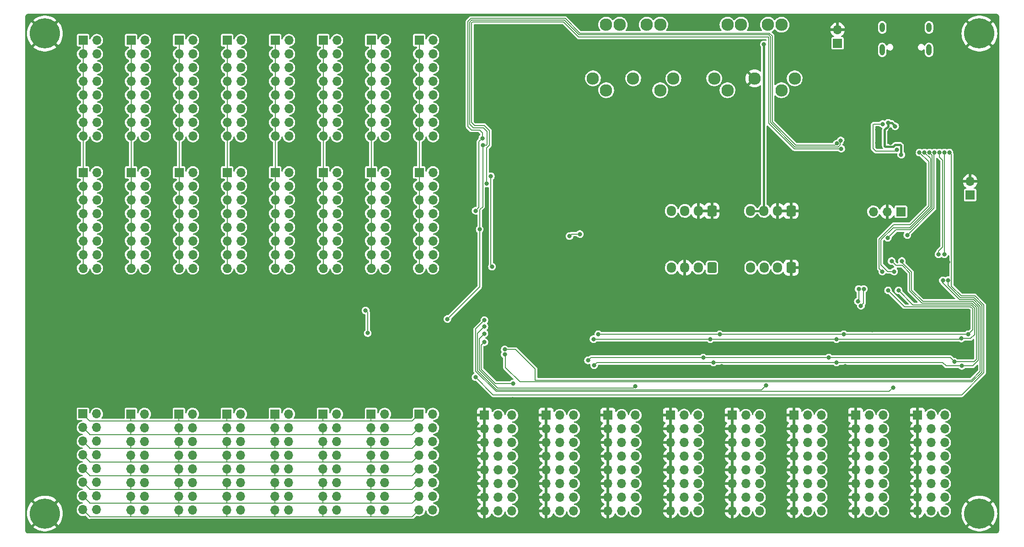
<source format=gbl>
G04 #@! TF.GenerationSoftware,KiCad,Pcbnew,6.0.9*
G04 #@! TF.CreationDate,2022-11-14T17:03:07+01:00*
G04 #@! TF.ProjectId,OpenDeck-r3.1.0,4f70656e-4465-4636-9b2d-72332e312e30,rev?*
G04 #@! TF.SameCoordinates,Original*
G04 #@! TF.FileFunction,Copper,L2,Bot*
G04 #@! TF.FilePolarity,Positive*
%FSLAX46Y46*%
G04 Gerber Fmt 4.6, Leading zero omitted, Abs format (unit mm)*
G04 Created by KiCad (PCBNEW 6.0.9) date 2022-11-14 17:03:07*
%MOMM*%
%LPD*%
G01*
G04 APERTURE LIST*
G04 Aperture macros list*
%AMRoundRect*
0 Rectangle with rounded corners*
0 $1 Rounding radius*
0 $2 $3 $4 $5 $6 $7 $8 $9 X,Y pos of 4 corners*
0 Add a 4 corners polygon primitive as box body*
4,1,4,$2,$3,$4,$5,$6,$7,$8,$9,$2,$3,0*
0 Add four circle primitives for the rounded corners*
1,1,$1+$1,$2,$3*
1,1,$1+$1,$4,$5*
1,1,$1+$1,$6,$7*
1,1,$1+$1,$8,$9*
0 Add four rect primitives between the rounded corners*
20,1,$1+$1,$2,$3,$4,$5,0*
20,1,$1+$1,$4,$5,$6,$7,0*
20,1,$1+$1,$6,$7,$8,$9,0*
20,1,$1+$1,$8,$9,$2,$3,0*%
G04 Aperture macros list end*
G04 #@! TA.AperFunction,ComponentPad*
%ADD10R,1.700000X1.700000*%
G04 #@! TD*
G04 #@! TA.AperFunction,ComponentPad*
%ADD11O,1.700000X1.700000*%
G04 #@! TD*
G04 #@! TA.AperFunction,ComponentPad*
%ADD12C,5.600000*%
G04 #@! TD*
G04 #@! TA.AperFunction,ComponentPad*
%ADD13RoundRect,0.250000X0.600000X0.725000X-0.600000X0.725000X-0.600000X-0.725000X0.600000X-0.725000X0*%
G04 #@! TD*
G04 #@! TA.AperFunction,ComponentPad*
%ADD14O,1.700000X1.950000*%
G04 #@! TD*
G04 #@! TA.AperFunction,ComponentPad*
%ADD15C,2.300000*%
G04 #@! TD*
G04 #@! TA.AperFunction,ComponentPad*
%ADD16O,0.950000X2.050000*%
G04 #@! TD*
G04 #@! TA.AperFunction,ComponentPad*
%ADD17O,0.950000X1.750000*%
G04 #@! TD*
G04 #@! TA.AperFunction,ViaPad*
%ADD18C,0.800000*%
G04 #@! TD*
G04 #@! TA.AperFunction,Conductor*
%ADD19C,0.406400*%
G04 #@! TD*
G04 #@! TA.AperFunction,Conductor*
%ADD20C,0.203200*%
G04 #@! TD*
G04 APERTURE END LIST*
D10*
X166365000Y-100775000D03*
D11*
X166365000Y-103315000D03*
X166365000Y-105855000D03*
X166365000Y-108395000D03*
X166365000Y-110935000D03*
X166365000Y-113475000D03*
X166365000Y-116015000D03*
X166365000Y-118555000D03*
X168905000Y-100775000D03*
X168905000Y-103315000D03*
X168905000Y-105855000D03*
X168905000Y-108395000D03*
X168905000Y-110935000D03*
X168905000Y-113475000D03*
X168905000Y-116015000D03*
X168905000Y-118555000D03*
X171445000Y-100775000D03*
X171445000Y-103315000D03*
X171445000Y-105855000D03*
X171445000Y-108395000D03*
X171445000Y-110935000D03*
X171445000Y-113475000D03*
X171445000Y-116015000D03*
X171445000Y-118555000D03*
D12*
X258000000Y-30000000D03*
D13*
X208474000Y-73406000D03*
D14*
X205974000Y-73406000D03*
X203474000Y-73406000D03*
X200974000Y-73406000D03*
D10*
X256286000Y-59944000D03*
D11*
X256286000Y-57404000D03*
D13*
X223123000Y-62882000D03*
D14*
X220623000Y-62882000D03*
X218123000Y-62882000D03*
X215623000Y-62882000D03*
D15*
X208908000Y-38313000D03*
X216358000Y-38313000D03*
X223808000Y-38313000D03*
X211358000Y-40513000D03*
X221358000Y-40513000D03*
X221358000Y-28363000D03*
X211358000Y-28363000D03*
X213858000Y-28363000D03*
X218858000Y-28363000D03*
D10*
X223652000Y-100745000D03*
D11*
X223652000Y-103285000D03*
X223652000Y-105825000D03*
X223652000Y-108365000D03*
X223652000Y-110905000D03*
X223652000Y-113445000D03*
X223652000Y-115985000D03*
X223652000Y-118525000D03*
X226192000Y-100745000D03*
X226192000Y-103285000D03*
X226192000Y-105825000D03*
X226192000Y-108365000D03*
X226192000Y-110905000D03*
X226192000Y-113445000D03*
X226192000Y-115985000D03*
X226192000Y-118525000D03*
X228732000Y-100745000D03*
X228732000Y-103285000D03*
X228732000Y-105825000D03*
X228732000Y-108365000D03*
X228732000Y-110905000D03*
X228732000Y-113445000D03*
X228732000Y-115985000D03*
X228732000Y-118525000D03*
D10*
X100930596Y-100545916D03*
D11*
X103470596Y-100545916D03*
X100930596Y-103085916D03*
X103470596Y-103085916D03*
X100930596Y-105625916D03*
X103470596Y-105625916D03*
X100930596Y-108165916D03*
X103470596Y-108165916D03*
X100930596Y-110705916D03*
X103470596Y-110705916D03*
X100930596Y-113245916D03*
X103470596Y-113245916D03*
X100930596Y-115785916D03*
X103470596Y-115785916D03*
X100930596Y-118325916D03*
X103470596Y-118325916D03*
D13*
X223139000Y-73406000D03*
D14*
X220639000Y-73406000D03*
X218139000Y-73406000D03*
X215639000Y-73406000D03*
D10*
X92075000Y-55753000D03*
D11*
X94615000Y-55753000D03*
X92075000Y-58293000D03*
X94615000Y-58293000D03*
X92075000Y-60833000D03*
X94615000Y-60833000D03*
X92075000Y-63373000D03*
X94615000Y-63373000D03*
X92075000Y-65913000D03*
X94615000Y-65913000D03*
X92075000Y-68453000D03*
X94615000Y-68453000D03*
X92075000Y-70993000D03*
X94615000Y-70993000D03*
X92075000Y-73533000D03*
X94615000Y-73533000D03*
D10*
X109855000Y-55753000D03*
D11*
X112395000Y-55753000D03*
X109855000Y-58293000D03*
X112395000Y-58293000D03*
X109855000Y-60833000D03*
X112395000Y-60833000D03*
X109855000Y-63373000D03*
X112395000Y-63373000D03*
X109855000Y-65913000D03*
X112395000Y-65913000D03*
X109855000Y-68453000D03*
X112395000Y-68453000D03*
X109855000Y-70993000D03*
X112395000Y-70993000D03*
X109855000Y-73533000D03*
X112395000Y-73533000D03*
D10*
X243469400Y-63042800D03*
D11*
X240929400Y-63042800D03*
X238389400Y-63042800D03*
D10*
X136525000Y-31242000D03*
D11*
X139065000Y-31242000D03*
X136525000Y-33782000D03*
X139065000Y-33782000D03*
X136525000Y-36322000D03*
X139065000Y-36322000D03*
X136525000Y-38862000D03*
X139065000Y-38862000D03*
X136525000Y-41402000D03*
X139065000Y-41402000D03*
X136525000Y-43942000D03*
X139065000Y-43942000D03*
X136525000Y-46482000D03*
X139065000Y-46482000D03*
X136525000Y-49022000D03*
X139065000Y-49022000D03*
D10*
X109855000Y-31242000D03*
D11*
X112395000Y-31242000D03*
X109855000Y-33782000D03*
X112395000Y-33782000D03*
X109855000Y-36322000D03*
X112395000Y-36322000D03*
X109855000Y-38862000D03*
X112395000Y-38862000D03*
X109855000Y-41402000D03*
X112395000Y-41402000D03*
X109855000Y-43942000D03*
X112395000Y-43942000D03*
X109855000Y-46482000D03*
X112395000Y-46482000D03*
X109855000Y-49022000D03*
X112395000Y-49022000D03*
D12*
X258000000Y-119000000D03*
D10*
X100965000Y-55753000D03*
D11*
X103505000Y-55753000D03*
X100965000Y-58293000D03*
X103505000Y-58293000D03*
X100965000Y-60833000D03*
X103505000Y-60833000D03*
X100965000Y-63373000D03*
X103505000Y-63373000D03*
X100965000Y-65913000D03*
X103505000Y-65913000D03*
X100965000Y-68453000D03*
X103505000Y-68453000D03*
X100965000Y-70993000D03*
X103505000Y-70993000D03*
X100965000Y-73533000D03*
X103505000Y-73533000D03*
D10*
X136490596Y-100545916D03*
D11*
X139030596Y-100545916D03*
X136490596Y-103085916D03*
X139030596Y-103085916D03*
X136490596Y-105625916D03*
X139030596Y-105625916D03*
X136490596Y-108165916D03*
X139030596Y-108165916D03*
X136490596Y-110705916D03*
X139030596Y-110705916D03*
X136490596Y-113245916D03*
X139030596Y-113245916D03*
X136490596Y-115785916D03*
X139030596Y-115785916D03*
X136490596Y-118325916D03*
X139030596Y-118325916D03*
D10*
X92075000Y-31242000D03*
D11*
X94615000Y-31242000D03*
X92075000Y-33782000D03*
X94615000Y-33782000D03*
X92075000Y-36322000D03*
X94615000Y-36322000D03*
X92075000Y-38862000D03*
X94615000Y-38862000D03*
X92075000Y-41402000D03*
X94615000Y-41402000D03*
X92075000Y-43942000D03*
X94615000Y-43942000D03*
X92075000Y-46482000D03*
X94615000Y-46482000D03*
X92075000Y-49022000D03*
X94615000Y-49022000D03*
D10*
X92040596Y-100530916D03*
D11*
X94580596Y-100530916D03*
X92040596Y-103070916D03*
X94580596Y-103070916D03*
X92040596Y-105610916D03*
X94580596Y-105610916D03*
X92040596Y-108150916D03*
X94580596Y-108150916D03*
X92040596Y-110690916D03*
X94580596Y-110690916D03*
X92040596Y-113230916D03*
X94580596Y-113230916D03*
X92040596Y-115770916D03*
X94580596Y-115770916D03*
X92040596Y-118310916D03*
X94580596Y-118310916D03*
D13*
X208474000Y-62882000D03*
D14*
X205974000Y-62882000D03*
X203474000Y-62882000D03*
X200974000Y-62882000D03*
D10*
X246507000Y-100745000D03*
D11*
X246507000Y-103285000D03*
X246507000Y-105825000D03*
X246507000Y-108365000D03*
X246507000Y-110905000D03*
X246507000Y-113445000D03*
X246507000Y-115985000D03*
X246507000Y-118525000D03*
X249047000Y-100745000D03*
X249047000Y-103285000D03*
X249047000Y-105825000D03*
X249047000Y-108365000D03*
X249047000Y-110905000D03*
X249047000Y-113445000D03*
X249047000Y-115985000D03*
X249047000Y-118525000D03*
X251587000Y-100745000D03*
X251587000Y-103285000D03*
X251587000Y-105825000D03*
X251587000Y-108365000D03*
X251587000Y-110905000D03*
X251587000Y-113445000D03*
X251587000Y-115985000D03*
X251587000Y-118525000D03*
D10*
X136525000Y-55753000D03*
D11*
X139065000Y-55753000D03*
X136525000Y-58293000D03*
X139065000Y-58293000D03*
X136525000Y-60833000D03*
X139065000Y-60833000D03*
X136525000Y-63373000D03*
X139065000Y-63373000D03*
X136525000Y-65913000D03*
X139065000Y-65913000D03*
X136525000Y-68453000D03*
X139065000Y-68453000D03*
X136525000Y-70993000D03*
X139065000Y-70993000D03*
X136525000Y-73533000D03*
X139065000Y-73533000D03*
D10*
X145415000Y-31242000D03*
D11*
X147955000Y-31242000D03*
X145415000Y-33782000D03*
X147955000Y-33782000D03*
X145415000Y-36322000D03*
X147955000Y-36322000D03*
X145415000Y-38862000D03*
X147955000Y-38862000D03*
X145415000Y-41402000D03*
X147955000Y-41402000D03*
X145415000Y-43942000D03*
X147955000Y-43942000D03*
X145415000Y-46482000D03*
X147955000Y-46482000D03*
X145415000Y-49022000D03*
X147955000Y-49022000D03*
D10*
X127635000Y-31242000D03*
D11*
X130175000Y-31242000D03*
X127635000Y-33782000D03*
X130175000Y-33782000D03*
X127635000Y-36322000D03*
X130175000Y-36322000D03*
X127635000Y-38862000D03*
X130175000Y-38862000D03*
X127635000Y-41402000D03*
X130175000Y-41402000D03*
X127635000Y-43942000D03*
X130175000Y-43942000D03*
X127635000Y-46482000D03*
X130175000Y-46482000D03*
X127635000Y-49022000D03*
X130175000Y-49022000D03*
D15*
X186458000Y-38313000D03*
X193908000Y-38313000D03*
X201358000Y-38313000D03*
X188908000Y-40513000D03*
X198908000Y-40513000D03*
X198908000Y-28363000D03*
X188908000Y-28363000D03*
X191408000Y-28363000D03*
X196408000Y-28363000D03*
D10*
X145415000Y-55753000D03*
D11*
X147955000Y-55753000D03*
X145415000Y-58293000D03*
X147955000Y-58293000D03*
X145415000Y-60833000D03*
X147955000Y-60833000D03*
X145415000Y-63373000D03*
X147955000Y-63373000D03*
X145415000Y-65913000D03*
X147955000Y-65913000D03*
X145415000Y-68453000D03*
X147955000Y-68453000D03*
X145415000Y-70993000D03*
X147955000Y-70993000D03*
X145415000Y-73533000D03*
X147955000Y-73533000D03*
D10*
X109820596Y-100545916D03*
D11*
X112360596Y-100545916D03*
X109820596Y-103085916D03*
X112360596Y-103085916D03*
X109820596Y-105625916D03*
X112360596Y-105625916D03*
X109820596Y-108165916D03*
X112360596Y-108165916D03*
X109820596Y-110705916D03*
X112360596Y-110705916D03*
X109820596Y-113245916D03*
X112360596Y-113245916D03*
X109820596Y-115785916D03*
X112360596Y-115785916D03*
X109820596Y-118325916D03*
X112360596Y-118325916D03*
D10*
X118745000Y-31242000D03*
D11*
X121285000Y-31242000D03*
X118745000Y-33782000D03*
X121285000Y-33782000D03*
X118745000Y-36322000D03*
X121285000Y-36322000D03*
X118745000Y-38862000D03*
X121285000Y-38862000D03*
X118745000Y-41402000D03*
X121285000Y-41402000D03*
X118745000Y-43942000D03*
X121285000Y-43942000D03*
X118745000Y-46482000D03*
X121285000Y-46482000D03*
X118745000Y-49022000D03*
X121285000Y-49022000D03*
D10*
X231749600Y-31805800D03*
D11*
X231749600Y-29265800D03*
D10*
X127635000Y-55753000D03*
D11*
X130175000Y-55753000D03*
X127635000Y-58293000D03*
X130175000Y-58293000D03*
X127635000Y-60833000D03*
X130175000Y-60833000D03*
X127635000Y-63373000D03*
X130175000Y-63373000D03*
X127635000Y-65913000D03*
X130175000Y-65913000D03*
X127635000Y-68453000D03*
X130175000Y-68453000D03*
X127635000Y-70993000D03*
X130175000Y-70993000D03*
X127635000Y-73533000D03*
X130175000Y-73533000D03*
D10*
X127600596Y-100545916D03*
D11*
X130140596Y-100545916D03*
X127600596Y-103085916D03*
X130140596Y-103085916D03*
X127600596Y-105625916D03*
X130140596Y-105625916D03*
X127600596Y-108165916D03*
X130140596Y-108165916D03*
X127600596Y-110705916D03*
X130140596Y-110705916D03*
X127600596Y-113245916D03*
X130140596Y-113245916D03*
X127600596Y-115785916D03*
X130140596Y-115785916D03*
X127600596Y-118325916D03*
X130140596Y-118325916D03*
D10*
X200792000Y-100745000D03*
D11*
X200792000Y-103285000D03*
X200792000Y-105825000D03*
X200792000Y-108365000D03*
X200792000Y-110905000D03*
X200792000Y-113445000D03*
X200792000Y-115985000D03*
X200792000Y-118525000D03*
X203332000Y-100745000D03*
X203332000Y-103285000D03*
X203332000Y-105825000D03*
X203332000Y-108365000D03*
X203332000Y-110905000D03*
X203332000Y-113445000D03*
X203332000Y-115985000D03*
X203332000Y-118525000D03*
X205872000Y-100745000D03*
X205872000Y-103285000D03*
X205872000Y-105825000D03*
X205872000Y-108365000D03*
X205872000Y-110905000D03*
X205872000Y-113445000D03*
X205872000Y-115985000D03*
X205872000Y-118525000D03*
D12*
X85000000Y-119000000D03*
D10*
X177800000Y-100760000D03*
D11*
X177800000Y-103300000D03*
X177800000Y-105840000D03*
X177800000Y-108380000D03*
X177800000Y-110920000D03*
X177800000Y-113460000D03*
X177800000Y-116000000D03*
X177800000Y-118540000D03*
X180340000Y-100760000D03*
X180340000Y-103300000D03*
X180340000Y-105840000D03*
X180340000Y-108380000D03*
X180340000Y-110920000D03*
X180340000Y-113460000D03*
X180340000Y-116000000D03*
X180340000Y-118540000D03*
X182880000Y-100760000D03*
X182880000Y-103300000D03*
X182880000Y-105840000D03*
X182880000Y-108380000D03*
X182880000Y-110920000D03*
X182880000Y-113460000D03*
X182880000Y-116000000D03*
X182880000Y-118540000D03*
D12*
X85000000Y-30000000D03*
D10*
X154305000Y-55753000D03*
D11*
X156845000Y-55753000D03*
X154305000Y-58293000D03*
X156845000Y-58293000D03*
X154305000Y-60833000D03*
X156845000Y-60833000D03*
X154305000Y-63373000D03*
X156845000Y-63373000D03*
X154305000Y-65913000D03*
X156845000Y-65913000D03*
X154305000Y-68453000D03*
X156845000Y-68453000D03*
X154305000Y-70993000D03*
X156845000Y-70993000D03*
X154305000Y-73533000D03*
X156845000Y-73533000D03*
D10*
X189230000Y-100760000D03*
D11*
X189230000Y-103300000D03*
X189230000Y-105840000D03*
X189230000Y-108380000D03*
X189230000Y-110920000D03*
X189230000Y-113460000D03*
X189230000Y-116000000D03*
X189230000Y-118540000D03*
X191770000Y-100760000D03*
X191770000Y-103300000D03*
X191770000Y-105840000D03*
X191770000Y-108380000D03*
X191770000Y-110920000D03*
X191770000Y-113460000D03*
X191770000Y-116000000D03*
X191770000Y-118540000D03*
X194310000Y-100760000D03*
X194310000Y-103300000D03*
X194310000Y-105840000D03*
X194310000Y-108380000D03*
X194310000Y-110920000D03*
X194310000Y-113460000D03*
X194310000Y-116000000D03*
X194310000Y-118540000D03*
D10*
X154265596Y-100560916D03*
D11*
X156805596Y-100560916D03*
X154265596Y-103100916D03*
X156805596Y-103100916D03*
X154265596Y-105640916D03*
X156805596Y-105640916D03*
X154265596Y-108180916D03*
X156805596Y-108180916D03*
X154265596Y-110720916D03*
X156805596Y-110720916D03*
X154265596Y-113260916D03*
X156805596Y-113260916D03*
X154265596Y-115800916D03*
X156805596Y-115800916D03*
X154265596Y-118340916D03*
X156805596Y-118340916D03*
D10*
X154305000Y-31242000D03*
D11*
X156845000Y-31242000D03*
X154305000Y-33782000D03*
X156845000Y-33782000D03*
X154305000Y-36322000D03*
X156845000Y-36322000D03*
X154305000Y-38862000D03*
X156845000Y-38862000D03*
X154305000Y-41402000D03*
X156845000Y-41402000D03*
X154305000Y-43942000D03*
X156845000Y-43942000D03*
X154305000Y-46482000D03*
X156845000Y-46482000D03*
X154305000Y-49022000D03*
X156845000Y-49022000D03*
D10*
X212217000Y-100760000D03*
D11*
X212217000Y-103300000D03*
X212217000Y-105840000D03*
X212217000Y-108380000D03*
X212217000Y-110920000D03*
X212217000Y-113460000D03*
X212217000Y-116000000D03*
X212217000Y-118540000D03*
X214757000Y-100760000D03*
X214757000Y-103300000D03*
X214757000Y-105840000D03*
X214757000Y-108380000D03*
X214757000Y-110920000D03*
X214757000Y-113460000D03*
X214757000Y-116000000D03*
X214757000Y-118540000D03*
X217297000Y-100760000D03*
X217297000Y-103300000D03*
X217297000Y-105840000D03*
X217297000Y-108380000D03*
X217297000Y-110920000D03*
X217297000Y-113460000D03*
X217297000Y-116000000D03*
X217297000Y-118540000D03*
D10*
X145380596Y-100560916D03*
D11*
X147920596Y-100560916D03*
X145380596Y-103100916D03*
X147920596Y-103100916D03*
X145380596Y-105640916D03*
X147920596Y-105640916D03*
X145380596Y-108180916D03*
X147920596Y-108180916D03*
X145380596Y-110720916D03*
X147920596Y-110720916D03*
X145380596Y-113260916D03*
X147920596Y-113260916D03*
X145380596Y-115800916D03*
X147920596Y-115800916D03*
X145380596Y-118340916D03*
X147920596Y-118340916D03*
D16*
X248673000Y-33024400D03*
X240023000Y-33024400D03*
D17*
X248673000Y-28854400D03*
X240023000Y-28854400D03*
D10*
X118710596Y-100545916D03*
D11*
X121250596Y-100545916D03*
X118710596Y-103085916D03*
X121250596Y-103085916D03*
X118710596Y-105625916D03*
X121250596Y-105625916D03*
X118710596Y-108165916D03*
X121250596Y-108165916D03*
X118710596Y-110705916D03*
X121250596Y-110705916D03*
X118710596Y-113245916D03*
X121250596Y-113245916D03*
X118710596Y-115785916D03*
X121250596Y-115785916D03*
X118710596Y-118325916D03*
X121250596Y-118325916D03*
D10*
X100965000Y-31242000D03*
D11*
X103505000Y-31242000D03*
X100965000Y-33782000D03*
X103505000Y-33782000D03*
X100965000Y-36322000D03*
X103505000Y-36322000D03*
X100965000Y-38862000D03*
X103505000Y-38862000D03*
X100965000Y-41402000D03*
X103505000Y-41402000D03*
X100965000Y-43942000D03*
X103505000Y-43942000D03*
X100965000Y-46482000D03*
X103505000Y-46482000D03*
X100965000Y-49022000D03*
X103505000Y-49022000D03*
D10*
X235072000Y-100760000D03*
D11*
X235072000Y-103300000D03*
X235072000Y-105840000D03*
X235072000Y-108380000D03*
X235072000Y-110920000D03*
X235072000Y-113460000D03*
X235072000Y-116000000D03*
X235072000Y-118540000D03*
X237612000Y-100760000D03*
X237612000Y-103300000D03*
X237612000Y-105840000D03*
X237612000Y-108380000D03*
X237612000Y-110920000D03*
X237612000Y-113460000D03*
X237612000Y-116000000D03*
X237612000Y-118540000D03*
X240152000Y-100760000D03*
X240152000Y-103300000D03*
X240152000Y-105840000D03*
X240152000Y-108380000D03*
X240152000Y-110920000D03*
X240152000Y-113460000D03*
X240152000Y-116000000D03*
X240152000Y-118540000D03*
D10*
X118745000Y-55753000D03*
D11*
X121285000Y-55753000D03*
X118745000Y-58293000D03*
X121285000Y-58293000D03*
X118745000Y-60833000D03*
X121285000Y-60833000D03*
X118745000Y-63373000D03*
X121285000Y-63373000D03*
X118745000Y-65913000D03*
X121285000Y-65913000D03*
X118745000Y-68453000D03*
X121285000Y-68453000D03*
X118745000Y-70993000D03*
X121285000Y-70993000D03*
X118745000Y-73533000D03*
X121285000Y-73533000D03*
D18*
X163195000Y-92075000D03*
X215138000Y-84836000D03*
X171577000Y-97790000D03*
X240944400Y-31648400D03*
X259842000Y-48133000D03*
X190119000Y-72136000D03*
X192659000Y-34036000D03*
X125857000Y-27432000D03*
X245850000Y-52070000D03*
X135860000Y-92910916D03*
X192532000Y-84836000D03*
X158623000Y-82042000D03*
X241500000Y-50250000D03*
X98171000Y-52451000D03*
X182626000Y-98298000D03*
X228975000Y-44800000D03*
X87884000Y-51435000D03*
X238150400Y-42392600D03*
X196850000Y-71120000D03*
X149195000Y-96266000D03*
X246913400Y-43713400D03*
X250545600Y-72440800D03*
X107442000Y-27686000D03*
X134112000Y-52451000D03*
X251917200Y-49123600D03*
X193929000Y-61341000D03*
X165500000Y-81925000D03*
X182676800Y-58470800D03*
X254000000Y-43180000D03*
X187579000Y-65913000D03*
X213863000Y-88441000D03*
X225044000Y-54254400D03*
X164211000Y-59182000D03*
X170307000Y-85979000D03*
X248005600Y-34950400D03*
X236778800Y-40487600D03*
X210312000Y-91694000D03*
X180492400Y-47955200D03*
X205867000Y-98171000D03*
X233222800Y-50190400D03*
X239925000Y-39650000D03*
X158847000Y-86179916D03*
X254254000Y-73863200D03*
X242011200Y-77165200D03*
X187452000Y-32639000D03*
X86741000Y-77597000D03*
X115824000Y-52451000D03*
X125222000Y-52705000D03*
X184912000Y-76454000D03*
X177927000Y-77216000D03*
X220599000Y-32893000D03*
X226466400Y-48818800D03*
X188971000Y-93140000D03*
X158496000Y-52578000D03*
X162306000Y-73279000D03*
X238400000Y-58000000D03*
X241046900Y-55477349D03*
X258419600Y-37592000D03*
X199898000Y-33274000D03*
X245200000Y-59700000D03*
X173736000Y-48133000D03*
X232400000Y-53575000D03*
X241500000Y-47850000D03*
X240639600Y-35306000D03*
X243300000Y-57100000D03*
X236850000Y-88187000D03*
X212471000Y-56769000D03*
X171704000Y-62738000D03*
X239100000Y-50250000D03*
X228955600Y-31800800D03*
X190876000Y-88314000D03*
X150495000Y-52451000D03*
X238099600Y-34772600D03*
X169062400Y-30937200D03*
X251714000Y-98298000D03*
X252700000Y-39575000D03*
X233167000Y-91694000D03*
X174387918Y-36164371D03*
X230987600Y-72796400D03*
X252171200Y-72390000D03*
X148941000Y-80337916D03*
X218821000Y-98171000D03*
X142367000Y-96266000D03*
X230251000Y-98171000D03*
X212471000Y-33401000D03*
X246227600Y-35382200D03*
X241554000Y-98298000D03*
X171196000Y-50419000D03*
X175387000Y-66294000D03*
X244875000Y-43475000D03*
X229525000Y-35950000D03*
X232765600Y-36779200D03*
X106553000Y-52578000D03*
X160401000Y-110109000D03*
X235625000Y-53050000D03*
X170180000Y-40081200D03*
X238125000Y-84963000D03*
X258013200Y-73914000D03*
X249428000Y-65227200D03*
X187960000Y-47752000D03*
X259842000Y-44831000D03*
X239100000Y-47850000D03*
X259842000Y-53187600D03*
X158369000Y-91948000D03*
X142113000Y-52451000D03*
X254635000Y-89408000D03*
X248158000Y-77317600D03*
X254203200Y-63296800D03*
X132080000Y-27813000D03*
X86233000Y-39624000D03*
X172150000Y-81025000D03*
X86741000Y-62230000D03*
X196215000Y-98552000D03*
X242400000Y-47200000D03*
X241120573Y-46570460D03*
X243519000Y-52457268D03*
X218123000Y-31991800D03*
X159512000Y-82931000D03*
X165481000Y-66294000D03*
X232328805Y-49841020D03*
X166055100Y-50673000D03*
X144369000Y-81353916D03*
X144750000Y-85544916D03*
X184023000Y-67183000D03*
X182118000Y-67564000D03*
X167564253Y-56463747D03*
X167767000Y-73212900D03*
X248755497Y-52070000D03*
X241046000Y-67868800D03*
X244652800Y-67360800D03*
X249682000Y-52070000D03*
X240030000Y-74117200D03*
X246902491Y-52070000D03*
X242214400Y-74117200D03*
X247828994Y-52070000D03*
X166756200Y-57785000D03*
X232419147Y-51348896D03*
X165989000Y-49403000D03*
X164719000Y-62865000D03*
X231590300Y-50400500D03*
X236587703Y-77368400D03*
X236067600Y-80467200D03*
X235508800Y-79654400D03*
X235661200Y-77368400D03*
X242761184Y-51536263D03*
X240075000Y-46775000D03*
X171700000Y-94875000D03*
X166370000Y-87223600D03*
X166370000Y-85648800D03*
X194310000Y-95375000D03*
X166370000Y-83159600D03*
X242062000Y-95631000D03*
X166370000Y-84328000D03*
X218500000Y-95225000D03*
X252461507Y-52069976D03*
X164719000Y-93726000D03*
X251535005Y-52070137D03*
X251510800Y-70916800D03*
X250444000Y-70916800D03*
X250608503Y-52070000D03*
X251236888Y-75788112D03*
X170129200Y-88583097D03*
X170129200Y-89509600D03*
X252162174Y-75740658D03*
X253360000Y-90854000D03*
X206878000Y-90092000D03*
X241757200Y-72186800D03*
X185542000Y-90600000D03*
X230119000Y-90092000D03*
X186685000Y-91489000D03*
X254757000Y-91616000D03*
X208783000Y-90981000D03*
X231516000Y-90981000D03*
X243636800Y-72186800D03*
X255900000Y-85774000D03*
X187447000Y-85774000D03*
X241096800Y-77622400D03*
X209926000Y-85774000D03*
X232913000Y-85774000D03*
X231516000Y-86663000D03*
X208148000Y-86663000D03*
X186558000Y-86663000D03*
X254630000Y-86536000D03*
X243027200Y-77622400D03*
D19*
X240475000Y-50850000D02*
X240475000Y-47842341D01*
X240475000Y-47842341D02*
X241120573Y-47196768D01*
X240625000Y-51000000D02*
X240475000Y-50850000D01*
X241120573Y-47196768D02*
X241120573Y-46570460D01*
X241770460Y-46570460D02*
X241120573Y-46570460D01*
X243350000Y-50650000D02*
X242375000Y-50650000D01*
X243519000Y-52457268D02*
X243519000Y-50819000D01*
X242375000Y-50650000D02*
X242025000Y-51000000D01*
X241770460Y-46570460D02*
X242400000Y-47200000D01*
X242025000Y-51000000D02*
X240625000Y-51000000D01*
X243519000Y-50819000D02*
X243350000Y-50650000D01*
X215623000Y-62882000D02*
X218123000Y-62882000D01*
X218123000Y-31991800D02*
X218123000Y-62882000D01*
D20*
X118710596Y-100545916D02*
X118710596Y-101815916D01*
X136490596Y-100545916D02*
X136490596Y-101815916D01*
X109820596Y-100545916D02*
X109820596Y-101815916D01*
X127600596Y-101815916D02*
X136490596Y-101815916D01*
X118710596Y-101815916D02*
X127600596Y-101815916D01*
X136490596Y-101815916D02*
X145380596Y-101815916D01*
X92040596Y-100530916D02*
X92040596Y-100545916D01*
X145380596Y-100560916D02*
X145380596Y-101815916D01*
X145380596Y-101815916D02*
X153010596Y-101815916D01*
X92040596Y-100545916D02*
X93310596Y-101815916D01*
X127600596Y-100545916D02*
X127600596Y-101815916D01*
X153010596Y-101815916D02*
X154265596Y-100560916D01*
X93310596Y-101815916D02*
X118710596Y-101815916D01*
X100930596Y-100545916D02*
X100930596Y-101815916D01*
X127600596Y-104355916D02*
X136490596Y-104355916D01*
X136490596Y-104355916D02*
X145380596Y-104355916D01*
X100930596Y-103085916D02*
X100930596Y-104355916D01*
X109820596Y-103085916D02*
X109820596Y-104355916D01*
X153010596Y-104355916D02*
X154265596Y-103100916D01*
X118710596Y-104355916D02*
X127600596Y-104355916D01*
X127600596Y-103085916D02*
X127600596Y-104355916D01*
X93310596Y-104340916D02*
X93310596Y-104355916D01*
X118710596Y-103085916D02*
X118710596Y-104355916D01*
X109820596Y-104355916D02*
X118710596Y-104355916D01*
X136490596Y-103085916D02*
X136490596Y-104355916D01*
X100930596Y-104355916D02*
X109820596Y-104355916D01*
X145380596Y-104355916D02*
X153010596Y-104355916D01*
X92040596Y-103070916D02*
X93310596Y-104340916D01*
X93310596Y-104355916D02*
X100930596Y-104355916D01*
X145380596Y-103100916D02*
X145380596Y-104355916D01*
X109820596Y-106895916D02*
X118710596Y-106895916D01*
X136490596Y-105625916D02*
X136490596Y-106895916D01*
X100930596Y-106895916D02*
X109820596Y-106895916D01*
X127600596Y-106895916D02*
X136490596Y-106895916D01*
X92040596Y-105610916D02*
X93310596Y-106880916D01*
X145380596Y-106895916D02*
X153010596Y-106895916D01*
X93310596Y-106895916D02*
X100930596Y-106895916D01*
X127600596Y-105625916D02*
X127600596Y-106895916D01*
X153010596Y-106895916D02*
X154265596Y-105640916D01*
X109820596Y-105625916D02*
X109820596Y-106895916D01*
X93310596Y-106880916D02*
X93310596Y-106895916D01*
X118710596Y-105625916D02*
X118710596Y-106895916D01*
X136490596Y-106895916D02*
X145380596Y-106895916D01*
X118710596Y-106895916D02*
X127600596Y-106895916D01*
X100930596Y-105625916D02*
X100930596Y-106895916D01*
X145380596Y-105640916D02*
X145380596Y-106895916D01*
X100930596Y-108165916D02*
X100930596Y-109435916D01*
X118710596Y-109435916D02*
X127600596Y-109435916D01*
X145380596Y-109435916D02*
X153010596Y-109435916D01*
X93310596Y-109435916D02*
X100930596Y-109435916D01*
X93310596Y-109420916D02*
X93310596Y-109435916D01*
X136490596Y-109435916D02*
X145380596Y-109435916D01*
X109820596Y-108165916D02*
X109820596Y-109435916D01*
X145380596Y-108180916D02*
X145380596Y-109435916D01*
X92040596Y-108150916D02*
X93310596Y-109420916D01*
X100930596Y-109435916D02*
X109820596Y-109435916D01*
X109820596Y-109435916D02*
X118710596Y-109435916D01*
X136490596Y-108165916D02*
X136490596Y-109435916D01*
X153010596Y-109435916D02*
X154265596Y-108180916D01*
X118710596Y-108165916D02*
X118710596Y-109435916D01*
X127600596Y-108165916D02*
X127600596Y-109435916D01*
X127600596Y-109435916D02*
X136490596Y-109435916D01*
X153010596Y-111975916D02*
X154265596Y-110720916D01*
X127600596Y-110705916D02*
X127600596Y-111975916D01*
X118710596Y-111975916D02*
X127600596Y-111975916D01*
X100930596Y-111975916D02*
X109820596Y-111975916D01*
X92040596Y-110690916D02*
X93310596Y-111960916D01*
X109820596Y-111975916D02*
X118710596Y-111975916D01*
X100930596Y-110705916D02*
X100930596Y-111975916D01*
X145380596Y-110720916D02*
X145380596Y-111975916D01*
X118710596Y-110705916D02*
X118710596Y-111975916D01*
X93310596Y-111975916D02*
X100930596Y-111975916D01*
X109820596Y-110705916D02*
X109820596Y-111975916D01*
X93310596Y-111960916D02*
X93310596Y-111975916D01*
X136490596Y-110705916D02*
X136490596Y-111975916D01*
X127600596Y-111975916D02*
X136490596Y-111975916D01*
X145380596Y-111975916D02*
X153010596Y-111975916D01*
X136490596Y-111975916D02*
X145380596Y-111975916D01*
X127600596Y-113245916D02*
X127600596Y-114515916D01*
X93310596Y-114500916D02*
X93310596Y-114515916D01*
X92040596Y-113230916D02*
X93310596Y-114500916D01*
X109820596Y-114515916D02*
X118710596Y-114515916D01*
X118710596Y-114515916D02*
X127600596Y-114515916D01*
X109820596Y-113245916D02*
X109820596Y-114515916D01*
X127600596Y-114515916D02*
X136490596Y-114515916D01*
X136490596Y-113245916D02*
X136490596Y-114515916D01*
X118710596Y-113245916D02*
X118710596Y-114515916D01*
X100930596Y-113245916D02*
X100930596Y-114515916D01*
X100930596Y-114515916D02*
X109820596Y-114515916D01*
X136490596Y-114515916D02*
X145380596Y-114515916D01*
X153010596Y-114515916D02*
X154265596Y-113260916D01*
X93310596Y-114515916D02*
X100930596Y-114515916D01*
X145380596Y-113260916D02*
X145380596Y-114515916D01*
X145380596Y-114515916D02*
X153010596Y-114515916D01*
X153010596Y-117055916D02*
X154265596Y-115800916D01*
X109820596Y-115785916D02*
X109820596Y-117055916D01*
X93310596Y-117040916D02*
X93310596Y-117055916D01*
X127600596Y-115785916D02*
X127600596Y-117055916D01*
X118710596Y-117055916D02*
X127600596Y-117055916D01*
X145380596Y-115800916D02*
X145380596Y-117055916D01*
X118710596Y-115785916D02*
X118710596Y-117055916D01*
X92040596Y-115770916D02*
X93310596Y-117040916D01*
X93310596Y-117055916D02*
X100930596Y-117055916D01*
X100930596Y-117055916D02*
X109820596Y-117055916D01*
X145380596Y-117055916D02*
X153010596Y-117055916D01*
X109820596Y-117055916D02*
X118710596Y-117055916D01*
X136490596Y-117055916D02*
X145380596Y-117055916D01*
X136490596Y-115785916D02*
X136490596Y-117055916D01*
X127600596Y-117055916D02*
X136490596Y-117055916D01*
X100930596Y-115785916D02*
X100930596Y-117055916D01*
X93310596Y-119580916D02*
X93310596Y-119595916D01*
X153010596Y-119595916D02*
X154265596Y-118340916D01*
X109820596Y-118325916D02*
X109820596Y-119595916D01*
X92040596Y-118310916D02*
X93310596Y-119580916D01*
X100930596Y-118325916D02*
X100930596Y-119595916D01*
X93310596Y-119595916D02*
X100930596Y-119595916D01*
X100930596Y-119595916D02*
X109820596Y-119595916D01*
X145380596Y-118340916D02*
X145380596Y-119595916D01*
X136490596Y-119595916D02*
X145380596Y-119595916D01*
X127600596Y-118325916D02*
X127600596Y-119595916D01*
X118710596Y-118325916D02*
X118710596Y-119595916D01*
X127600596Y-119595916D02*
X136490596Y-119595916D01*
X145380596Y-119595916D02*
X153010596Y-119595916D01*
X118710596Y-119595916D02*
X127600596Y-119595916D01*
X109820596Y-119595916D02*
X118710596Y-119595916D01*
X136490596Y-118325916D02*
X136490596Y-119595916D01*
X165481000Y-66294000D02*
X165481000Y-62672532D01*
X223859974Y-51028600D02*
X219329000Y-46497626D01*
X166878000Y-48133000D02*
X166878000Y-50546000D01*
X163648520Y-46808520D02*
X164316280Y-47476280D01*
X164006842Y-27533600D02*
X163648520Y-27891922D01*
X166055100Y-62098432D02*
X166055100Y-50673000D01*
X183880374Y-30251400D02*
X181162574Y-27533600D01*
X166751000Y-50673000D02*
X166055100Y-50673000D01*
X219329000Y-46497626D02*
X219329000Y-30597227D01*
X181162574Y-27533600D02*
X164006842Y-27533600D01*
X165481000Y-76962000D02*
X165481000Y-66294000D01*
X166878000Y-50546000D02*
X166751000Y-50673000D01*
X232218900Y-50660875D02*
X231851175Y-51028600D01*
X232218900Y-49950925D02*
X232218900Y-50660875D01*
X164316280Y-47476280D02*
X166221280Y-47476280D01*
X232328805Y-49841020D02*
X232218900Y-49950925D01*
X166221280Y-47476280D02*
X166878000Y-48133000D01*
X218983174Y-30251400D02*
X183880374Y-30251400D01*
X159512000Y-82931000D02*
X165481000Y-76962000D01*
X165481000Y-62672532D02*
X166055100Y-62098432D01*
X231851175Y-51028600D02*
X223859974Y-51028600D01*
X163648520Y-27891922D02*
X163648520Y-46808520D01*
X219329000Y-30597227D02*
X218983174Y-30251400D01*
X144750000Y-85544916D02*
X144750000Y-81734916D01*
X144750000Y-81734916D02*
X144369000Y-81353916D01*
X92075000Y-49022000D02*
X92075000Y-31242000D01*
X182499000Y-67183000D02*
X182118000Y-67564000D01*
X92075000Y-55753000D02*
X92075000Y-49022000D01*
X92075000Y-73533000D02*
X92075000Y-55753000D01*
X184023000Y-67183000D02*
X182499000Y-67183000D01*
X100965000Y-73533000D02*
X100965000Y-55753000D01*
X100965000Y-49022000D02*
X100965000Y-31242000D01*
X100965000Y-55753000D02*
X100965000Y-49022000D01*
X109855000Y-73533000D02*
X109855000Y-55753000D01*
X109855000Y-55753000D02*
X109855000Y-49022000D01*
X109855000Y-49022000D02*
X109855000Y-31242000D01*
X118745000Y-49022000D02*
X118745000Y-31242000D01*
X118745000Y-73533000D02*
X118745000Y-55753000D01*
X118745000Y-55753000D02*
X118745000Y-49022000D01*
X127635000Y-49022000D02*
X127635000Y-31242000D01*
X127635000Y-73533000D02*
X127635000Y-55753000D01*
X127635000Y-55753000D02*
X127635000Y-49022000D01*
X136525000Y-49022000D02*
X136525000Y-31242000D01*
X136525000Y-55753000D02*
X136525000Y-49022000D01*
X136525000Y-73533000D02*
X136525000Y-55753000D01*
X145415000Y-55753000D02*
X145415000Y-49022000D01*
X145415000Y-73533000D02*
X145415000Y-55753000D01*
X145415000Y-49022000D02*
X145415000Y-31242000D01*
X154305000Y-49022000D02*
X154305000Y-55753000D01*
X154305000Y-49022000D02*
X154305000Y-31242000D01*
X154305000Y-73533000D02*
X154305000Y-55753000D01*
X167564253Y-73010153D02*
X167767000Y-73212900D01*
X167564253Y-56463747D02*
X167564253Y-73010153D01*
X242570000Y-66344800D02*
X241046000Y-67868800D01*
X248755497Y-52070000D02*
X249275600Y-52590103D01*
X249275600Y-62271026D02*
X245201826Y-66344800D01*
X245201826Y-66344800D02*
X242570000Y-66344800D01*
X249275600Y-52590103D02*
X249275600Y-62271026D01*
X249605800Y-52146200D02*
X249605800Y-62407800D01*
X249682000Y-52070000D02*
X249605800Y-52146200D01*
X249605800Y-62407800D02*
X244652800Y-67360800D01*
X248615200Y-61997478D02*
X245196939Y-65415739D01*
X239445800Y-73533000D02*
X240030000Y-74117200D01*
X245196939Y-65415739D02*
X242143113Y-65415739D01*
X248615200Y-53782709D02*
X248615200Y-61997478D01*
X242143113Y-65415739D02*
X239445800Y-68113052D01*
X246902491Y-52070000D02*
X248615200Y-53782709D01*
X239445800Y-68113052D02*
X239445800Y-73533000D01*
X245065052Y-66014600D02*
X242011225Y-66014600D01*
X248945400Y-62134252D02*
X245065052Y-66014600D01*
X248945400Y-53186406D02*
X248945400Y-62134252D01*
X241046000Y-74117200D02*
X242214400Y-74117200D01*
X239776000Y-68249825D02*
X239776000Y-72847200D01*
X239776000Y-72847200D02*
X241046000Y-74117200D01*
X247828994Y-52070000D02*
X248945400Y-53186406D01*
X242011225Y-66014600D02*
X239776000Y-68249825D01*
X183794400Y-30632400D02*
X218897200Y-30632400D01*
X166751000Y-51242532D02*
X167280720Y-50712812D01*
X164548560Y-47073560D02*
X163978720Y-46503720D01*
X218998800Y-46634400D02*
X223723200Y-51358800D01*
X167280720Y-50712812D02*
X167280720Y-47966188D01*
X181025800Y-27863800D02*
X183794400Y-30632400D01*
X167280720Y-47966188D02*
X166388092Y-47073560D01*
X166751000Y-57779800D02*
X166751000Y-51242532D01*
X223723200Y-51358800D02*
X232409243Y-51358800D01*
X164143616Y-27863800D02*
X181025800Y-27863800D01*
X218897200Y-30632400D02*
X218998800Y-30734000D01*
X163978720Y-28028696D02*
X164143616Y-27863800D01*
X218998800Y-30734000D02*
X218998800Y-46634400D01*
X163978720Y-46503720D02*
X163978720Y-28028696D01*
X166388092Y-47073560D02*
X164548560Y-47073560D01*
X232409243Y-51358800D02*
X232419147Y-51348896D01*
X166756200Y-57785000D02*
X166751000Y-57779800D01*
X165354000Y-50038000D02*
X165354000Y-62230000D01*
X165989000Y-48387000D02*
X165481000Y-47879000D01*
X184017149Y-29921201D02*
X219119948Y-29921201D01*
X223996748Y-50698400D02*
X231292400Y-50698400D01*
X165354000Y-62230000D02*
X164719000Y-62865000D01*
X163318320Y-27755148D02*
X163870068Y-27203400D01*
X165989000Y-49403000D02*
X165989000Y-48387000D01*
X219659200Y-30460454D02*
X219659200Y-46360852D01*
X219119948Y-29921201D02*
X219659200Y-30460454D01*
X165481000Y-47879000D02*
X163957000Y-47879000D01*
X231292400Y-50698400D02*
X231590300Y-50400500D01*
X163870068Y-27203400D02*
X181299348Y-27203400D01*
X165989000Y-49403000D02*
X165354000Y-50038000D01*
X163318320Y-47240320D02*
X163318320Y-27755148D01*
X181299348Y-27203400D02*
X184017149Y-29921201D01*
X163957000Y-47879000D02*
X163318320Y-47240320D01*
X219659200Y-46360852D02*
X223996748Y-50698400D01*
X236575600Y-79959200D02*
X236067600Y-80467200D01*
X236587703Y-77368400D02*
X236575600Y-77380503D01*
X236575600Y-77380503D02*
X236575600Y-79959200D01*
X235661200Y-77368400D02*
X235661200Y-79502000D01*
X235661200Y-79502000D02*
X235508800Y-79654400D01*
X238825000Y-51825000D02*
X242472447Y-51825000D01*
X240075000Y-46775000D02*
X238425000Y-46775000D01*
X238300000Y-51300000D02*
X238825000Y-51825000D01*
X238425000Y-46775000D02*
X238300000Y-46900000D01*
X238300000Y-46900000D02*
X238300000Y-51300000D01*
X242472447Y-51825000D02*
X242761184Y-51536263D01*
X168416974Y-94875000D02*
X171700000Y-94875000D01*
X165776600Y-92234626D02*
X168416974Y-94875000D01*
X165776600Y-87817000D02*
X165776600Y-92234626D01*
X166370000Y-87223600D02*
X165776600Y-87817000D01*
X194310000Y-95375000D02*
X193970400Y-95714600D01*
X168789600Y-95714600D02*
X165446400Y-92371400D01*
X165446400Y-92371400D02*
X165446400Y-86572400D01*
X165446400Y-86572400D02*
X166370000Y-85648800D01*
X193970400Y-95714600D02*
X168789600Y-95714600D01*
X164750000Y-92608947D02*
X164750000Y-84779600D01*
X168516053Y-96375000D02*
X164750000Y-92608947D01*
X164750000Y-84779600D02*
X166370000Y-83159600D01*
X241318000Y-96375000D02*
X168516053Y-96375000D01*
X242062000Y-95631000D02*
X241318000Y-96375000D01*
X217680200Y-96044800D02*
X218500000Y-95225000D01*
X168652827Y-96044800D02*
X217680200Y-96044800D01*
X165100000Y-85598000D02*
X165100000Y-92491973D01*
X166370000Y-84328000D02*
X165100000Y-85598000D01*
X165100000Y-92491973D02*
X168652827Y-96044800D01*
X257178920Y-78663800D02*
X258819119Y-80303998D01*
X258819119Y-80303998D02*
X258819119Y-92889828D01*
X252831600Y-76870170D02*
X254625230Y-78663800D01*
X167996600Y-97003600D02*
X164719000Y-93726000D01*
X254705347Y-97003600D02*
X167996600Y-97003600D01*
X252831600Y-52440069D02*
X252831600Y-76870170D01*
X252461507Y-52069976D02*
X252831600Y-52440069D01*
X258819119Y-92889828D02*
X254705347Y-97003600D01*
X254625230Y-78663800D02*
X257178920Y-78663800D01*
X251535005Y-52070137D02*
X251510800Y-52094342D01*
X251510800Y-52094342D02*
X251510800Y-70916800D01*
X250608503Y-52070000D02*
X250608503Y-52894903D01*
X250608503Y-52894903D02*
X251180600Y-53467000D01*
X251180600Y-69621400D02*
X250444000Y-70358000D01*
X250444000Y-70358000D02*
X250444000Y-70916800D01*
X251180600Y-53467000D02*
X251180600Y-69621400D01*
X258158719Y-80577545D02*
X256905374Y-79324200D01*
X251206000Y-76178518D02*
X251206000Y-75819000D01*
X256905374Y-79324200D02*
X254351682Y-79324200D01*
X254351682Y-79324200D02*
X251206000Y-76178518D01*
X256507800Y-94266200D02*
X258158719Y-92615281D01*
X175750000Y-94266200D02*
X256507800Y-94266200D01*
X175750000Y-92200000D02*
X175750000Y-94266200D01*
X251206000Y-75819000D02*
X251236888Y-75788112D01*
X172133097Y-88583097D02*
X175750000Y-92200000D01*
X258158719Y-92615281D02*
X258158719Y-80577545D01*
X170129200Y-88583097D02*
X172133097Y-88583097D01*
X170250000Y-89630400D02*
X170250000Y-91925000D01*
X170250000Y-91925000D02*
X172921400Y-94596400D01*
X252171200Y-75749684D02*
X252162174Y-75740658D01*
X258488919Y-80440771D02*
X257042147Y-78994000D01*
X257042147Y-78994000D02*
X254488456Y-78994000D01*
X172921400Y-94596400D02*
X256645574Y-94596400D01*
X254488456Y-78994000D02*
X252171200Y-76676744D01*
X170129200Y-89509600D02*
X170250000Y-89630400D01*
X258488919Y-92753055D02*
X258488919Y-80440771D01*
X252171200Y-76676744D02*
X252171200Y-75749684D01*
X256645574Y-94596400D02*
X258488919Y-92753055D01*
X245110000Y-77724000D02*
X245110000Y-74371200D01*
X257429000Y-90424000D02*
X257429000Y-80781774D01*
X185542000Y-90600000D02*
X186050000Y-90092000D01*
X245110000Y-74371200D02*
X243738400Y-72999600D01*
X256631826Y-79984600D02*
X247370600Y-79984600D01*
X242570000Y-72999600D02*
X241757200Y-72186800D01*
X257429000Y-80781774D02*
X256631826Y-79984600D01*
X256999000Y-90854000D02*
X257429000Y-90424000D01*
X253360000Y-90854000D02*
X256999000Y-90854000D01*
X243738400Y-72999600D02*
X242570000Y-72999600D01*
X252598000Y-90092000D02*
X253360000Y-90854000D01*
X186050000Y-90092000D02*
X252598000Y-90092000D01*
X247370600Y-79984600D02*
X245110000Y-77724000D01*
X245440200Y-77587226D02*
X247507374Y-79654400D01*
X256768600Y-79654400D02*
X257828519Y-80714319D01*
X243636800Y-72431026D02*
X245440200Y-74234426D01*
X251836000Y-91616000D02*
X254757000Y-91616000D01*
X251201000Y-90981000D02*
X251836000Y-91616000D01*
X257828519Y-80714319D02*
X257828519Y-90589487D01*
X187193000Y-90981000D02*
X251201000Y-90981000D01*
X257828519Y-90589487D02*
X256802006Y-91616000D01*
X245440200Y-74234426D02*
X245440200Y-77587226D01*
X186685000Y-91489000D02*
X187193000Y-90981000D01*
X256802006Y-91616000D02*
X254757000Y-91616000D01*
X243636800Y-72186800D02*
X243636800Y-72431026D01*
X247507374Y-79654400D02*
X256768600Y-79654400D01*
X256768600Y-81055322D02*
X256358278Y-80645000D01*
X244119400Y-80645000D02*
X241096800Y-77622400D01*
X256358278Y-80645000D02*
X244119400Y-80645000D01*
X255900000Y-85774000D02*
X187447000Y-85774000D01*
X255900000Y-85774000D02*
X256768600Y-84905400D01*
X256768600Y-84905400D02*
X256768600Y-81055322D01*
X245719600Y-80314800D02*
X243027200Y-77622400D01*
X254630000Y-86536000D02*
X256364000Y-86536000D01*
X186558000Y-86663000D02*
X254503000Y-86663000D01*
X256495052Y-80314800D02*
X245719600Y-80314800D01*
X257098800Y-80918548D02*
X256495052Y-80314800D01*
X257098800Y-85801200D02*
X257098800Y-80918548D01*
X254503000Y-86663000D02*
X254630000Y-86536000D01*
X256364000Y-86536000D02*
X257098800Y-85801200D01*
G04 #@! TA.AperFunction,Conductor*
G36*
X260984142Y-26307214D02*
G01*
X261000000Y-26310010D01*
X261010855Y-26308096D01*
X261021879Y-26308096D01*
X261021879Y-26309135D01*
X261034345Y-26308683D01*
X261123179Y-26317432D01*
X261147405Y-26322251D01*
X261253973Y-26354578D01*
X261276793Y-26364030D01*
X261375010Y-26416528D01*
X261395548Y-26430251D01*
X261481634Y-26500901D01*
X261499099Y-26518366D01*
X261569749Y-26604452D01*
X261583472Y-26624990D01*
X261635970Y-26723207D01*
X261645422Y-26746027D01*
X261677749Y-26852595D01*
X261682568Y-26876821D01*
X261691317Y-26965655D01*
X261690865Y-26978121D01*
X261691904Y-26978121D01*
X261691904Y-26989145D01*
X261689990Y-27000000D01*
X261692672Y-27015207D01*
X261692786Y-27015856D01*
X261694700Y-27037736D01*
X261694700Y-121962264D01*
X261692786Y-121984142D01*
X261689990Y-122000000D01*
X261691904Y-122010855D01*
X261691904Y-122021879D01*
X261690865Y-122021879D01*
X261691317Y-122034345D01*
X261682568Y-122123179D01*
X261677749Y-122147405D01*
X261645422Y-122253973D01*
X261635970Y-122276793D01*
X261583472Y-122375010D01*
X261569749Y-122395548D01*
X261499099Y-122481634D01*
X261481634Y-122499099D01*
X261395548Y-122569749D01*
X261375010Y-122583472D01*
X261276793Y-122635970D01*
X261253973Y-122645422D01*
X261147405Y-122677749D01*
X261123179Y-122682568D01*
X261034345Y-122691317D01*
X261021879Y-122690865D01*
X261021879Y-122691904D01*
X261010855Y-122691904D01*
X261000000Y-122689990D01*
X260984142Y-122692786D01*
X260962264Y-122694700D01*
X82037736Y-122694700D01*
X82015858Y-122692786D01*
X82000000Y-122689990D01*
X81989145Y-122691904D01*
X81978121Y-122691904D01*
X81978121Y-122690865D01*
X81965655Y-122691317D01*
X81876821Y-122682568D01*
X81852595Y-122677749D01*
X81746027Y-122645422D01*
X81723207Y-122635970D01*
X81624990Y-122583472D01*
X81604452Y-122569749D01*
X81518366Y-122499099D01*
X81500901Y-122481634D01*
X81430251Y-122395548D01*
X81416528Y-122375010D01*
X81364030Y-122276793D01*
X81354578Y-122253973D01*
X81322251Y-122147405D01*
X81317432Y-122123179D01*
X81308683Y-122034345D01*
X81309135Y-122021879D01*
X81308096Y-122021879D01*
X81308096Y-122010855D01*
X81310010Y-122000000D01*
X81307214Y-121984142D01*
X81305300Y-121962264D01*
X81305300Y-121516381D01*
X82849160Y-121516381D01*
X82849237Y-121517470D01*
X82851698Y-121521206D01*
X83125632Y-121731404D01*
X83131262Y-121735259D01*
X83431591Y-121917862D01*
X83437593Y-121921080D01*
X83755897Y-122070184D01*
X83762202Y-122072732D01*
X84094743Y-122186587D01*
X84101313Y-122188446D01*
X84444183Y-122265714D01*
X84450912Y-122266853D01*
X84800143Y-122306643D01*
X84806933Y-122307046D01*
X85158419Y-122308886D01*
X85165220Y-122308554D01*
X85514853Y-122272423D01*
X85521581Y-122271357D01*
X85865274Y-122197676D01*
X85871822Y-122195897D01*
X86205549Y-122085527D01*
X86211891Y-122083041D01*
X86531718Y-121937288D01*
X86537777Y-121934121D01*
X86839995Y-121754676D01*
X86845659Y-121750884D01*
X87126732Y-121539849D01*
X87131958Y-121535464D01*
X87141613Y-121526428D01*
X87147540Y-121516381D01*
X255849160Y-121516381D01*
X255849237Y-121517470D01*
X255851698Y-121521206D01*
X256125632Y-121731404D01*
X256131262Y-121735259D01*
X256431591Y-121917862D01*
X256437593Y-121921080D01*
X256755897Y-122070184D01*
X256762202Y-122072732D01*
X257094743Y-122186587D01*
X257101313Y-122188446D01*
X257444183Y-122265714D01*
X257450912Y-122266853D01*
X257800143Y-122306643D01*
X257806933Y-122307046D01*
X258158419Y-122308886D01*
X258165220Y-122308554D01*
X258514853Y-122272423D01*
X258521581Y-122271357D01*
X258865274Y-122197676D01*
X258871822Y-122195897D01*
X259205549Y-122085527D01*
X259211891Y-122083041D01*
X259531718Y-121937288D01*
X259537777Y-121934121D01*
X259839995Y-121754676D01*
X259845659Y-121750884D01*
X260126732Y-121539849D01*
X260131958Y-121535464D01*
X260141613Y-121526428D01*
X260149682Y-121512750D01*
X260149654Y-121512024D01*
X260144512Y-121503723D01*
X258012810Y-119372020D01*
X257998869Y-119364408D01*
X257997034Y-119364539D01*
X257990420Y-119368790D01*
X255856774Y-121502437D01*
X255849160Y-121516381D01*
X87147540Y-121516381D01*
X87149682Y-121512750D01*
X87149654Y-121512024D01*
X87144512Y-121503723D01*
X85012810Y-119372020D01*
X84998869Y-119364408D01*
X84997034Y-119364539D01*
X84990420Y-119368790D01*
X82856774Y-121502437D01*
X82849160Y-121516381D01*
X81305300Y-121516381D01*
X81305300Y-118991832D01*
X81687333Y-118991832D01*
X81705117Y-119342893D01*
X81705827Y-119349649D01*
X81761420Y-119696723D01*
X81762859Y-119703378D01*
X81855608Y-120042410D01*
X81857757Y-120048871D01*
X81986581Y-120375912D01*
X81989412Y-120382095D01*
X82152803Y-120693310D01*
X82156286Y-120699152D01*
X82352330Y-120990896D01*
X82356433Y-120996340D01*
X82476425Y-121138836D01*
X82489164Y-121147279D01*
X82499608Y-121141181D01*
X84627980Y-119012810D01*
X84634357Y-119001131D01*
X85364408Y-119001131D01*
X85364539Y-119002966D01*
X85368790Y-119009580D01*
X87499009Y-121139798D01*
X87512605Y-121147223D01*
X87522218Y-121140522D01*
X87622518Y-121023912D01*
X87626676Y-121018514D01*
X87825762Y-120728840D01*
X87829310Y-120723029D01*
X87995942Y-120413559D01*
X87998849Y-120407381D01*
X88131090Y-120081713D01*
X88133304Y-120075283D01*
X88229598Y-119737237D01*
X88231105Y-119730607D01*
X88290332Y-119384118D01*
X88291112Y-119377378D01*
X88312668Y-119024925D01*
X88312784Y-119021323D01*
X88312853Y-119001819D01*
X88312761Y-118998194D01*
X88293666Y-118645615D01*
X88292931Y-118638849D01*
X88236130Y-118291985D01*
X88234663Y-118285313D01*
X88233340Y-118280544D01*
X90880745Y-118280544D01*
X90894632Y-118492419D01*
X90946897Y-118698215D01*
X91035791Y-118891040D01*
X91158336Y-119064437D01*
X91230363Y-119134603D01*
X91299148Y-119201610D01*
X91310428Y-119212599D01*
X91315224Y-119215804D01*
X91315227Y-119215806D01*
X91369669Y-119252183D01*
X91486973Y-119330563D01*
X91492281Y-119332844D01*
X91492282Y-119332844D01*
X91676756Y-119412100D01*
X91676759Y-119412101D01*
X91682059Y-119414378D01*
X91687688Y-119415652D01*
X91687689Y-119415652D01*
X91883517Y-119459964D01*
X91883520Y-119459964D01*
X91889153Y-119461239D01*
X91894924Y-119461466D01*
X91894926Y-119461466D01*
X91959682Y-119464010D01*
X92101319Y-119469575D01*
X92209944Y-119453825D01*
X92305737Y-119439936D01*
X92305742Y-119439935D01*
X92311451Y-119439107D01*
X92316915Y-119437252D01*
X92316920Y-119437251D01*
X92447711Y-119392853D01*
X92518646Y-119389897D01*
X92577307Y-119423071D01*
X92947609Y-119793373D01*
X92970781Y-119825265D01*
X92977304Y-119838067D01*
X93068445Y-119929208D01*
X93183290Y-119987725D01*
X93310596Y-120007888D01*
X93332827Y-120004367D01*
X93352537Y-120002816D01*
X100888655Y-120002816D01*
X100908365Y-120004367D01*
X100930596Y-120007888D01*
X100952827Y-120004367D01*
X100972537Y-120002816D01*
X109778655Y-120002816D01*
X109798365Y-120004367D01*
X109820596Y-120007888D01*
X109842827Y-120004367D01*
X109862537Y-120002816D01*
X118668655Y-120002816D01*
X118688365Y-120004367D01*
X118710596Y-120007888D01*
X118732827Y-120004367D01*
X118752537Y-120002816D01*
X127558655Y-120002816D01*
X127578365Y-120004367D01*
X127600596Y-120007888D01*
X127622827Y-120004367D01*
X127642537Y-120002816D01*
X136448655Y-120002816D01*
X136468365Y-120004367D01*
X136490596Y-120007888D01*
X136512827Y-120004367D01*
X136532537Y-120002816D01*
X145338655Y-120002816D01*
X145358365Y-120004367D01*
X145380596Y-120007888D01*
X145402827Y-120004367D01*
X145422537Y-120002816D01*
X153075042Y-120002816D01*
X153096444Y-119995862D01*
X153115670Y-119991246D01*
X153128109Y-119989276D01*
X153137902Y-119987725D01*
X153157955Y-119977508D01*
X153176216Y-119969944D01*
X153188193Y-119966052D01*
X153188195Y-119966051D01*
X153197628Y-119962986D01*
X153215837Y-119949756D01*
X153232692Y-119939426D01*
X153252747Y-119929208D01*
X153728130Y-119453825D01*
X153790442Y-119419799D01*
X153866961Y-119427152D01*
X153901743Y-119442095D01*
X153901752Y-119442098D01*
X153907059Y-119444378D01*
X154008142Y-119467251D01*
X154108517Y-119489964D01*
X154108520Y-119489964D01*
X154114153Y-119491239D01*
X154119924Y-119491466D01*
X154119926Y-119491466D01*
X154184682Y-119494010D01*
X154326319Y-119499575D01*
X154433661Y-119484011D01*
X154530737Y-119469936D01*
X154530742Y-119469935D01*
X154536451Y-119469107D01*
X154541915Y-119467252D01*
X154541920Y-119467251D01*
X154732044Y-119402712D01*
X154737512Y-119400856D01*
X154922768Y-119297108D01*
X154940275Y-119282548D01*
X155081578Y-119165027D01*
X155086016Y-119161336D01*
X155221788Y-118998088D01*
X155325536Y-118812832D01*
X155351446Y-118736503D01*
X155391931Y-118617240D01*
X155391932Y-118617235D01*
X155393787Y-118611771D01*
X155394615Y-118606062D01*
X155394616Y-118606057D01*
X155406422Y-118524628D01*
X155408883Y-118507654D01*
X155438453Y-118443109D01*
X155498224Y-118404797D01*
X155569221Y-118404881D01*
X155628901Y-118443336D01*
X155658318Y-118507952D01*
X155659161Y-118516063D01*
X155659254Y-118516649D01*
X155659632Y-118522419D01*
X155711897Y-118728215D01*
X155800791Y-118921040D01*
X155923336Y-119094437D01*
X155994745Y-119164001D01*
X156023629Y-119192138D01*
X156075428Y-119242599D01*
X156080224Y-119245804D01*
X156080227Y-119245806D01*
X156161225Y-119299927D01*
X156251973Y-119360563D01*
X156257281Y-119362844D01*
X156257282Y-119362844D01*
X156441756Y-119442100D01*
X156441759Y-119442101D01*
X156447059Y-119444378D01*
X156452688Y-119445652D01*
X156452689Y-119445652D01*
X156648517Y-119489964D01*
X156648520Y-119489964D01*
X156654153Y-119491239D01*
X156659924Y-119491466D01*
X156659926Y-119491466D01*
X156724682Y-119494010D01*
X156866319Y-119499575D01*
X156973661Y-119484011D01*
X157070737Y-119469936D01*
X157070742Y-119469935D01*
X157076451Y-119469107D01*
X157081915Y-119467252D01*
X157081920Y-119467251D01*
X157272044Y-119402712D01*
X157277512Y-119400856D01*
X157462768Y-119297108D01*
X157480275Y-119282548D01*
X157621578Y-119165027D01*
X157626016Y-119161336D01*
X157761788Y-118998088D01*
X157859861Y-118822966D01*
X165033257Y-118822966D01*
X165063565Y-118957446D01*
X165066645Y-118967275D01*
X165146770Y-119164603D01*
X165151413Y-119173794D01*
X165262694Y-119355388D01*
X165268777Y-119363699D01*
X165408213Y-119524667D01*
X165415580Y-119531883D01*
X165579434Y-119667916D01*
X165587881Y-119673831D01*
X165771756Y-119781279D01*
X165781042Y-119785729D01*
X165980001Y-119861703D01*
X165989899Y-119864579D01*
X166093250Y-119885606D01*
X166107299Y-119884410D01*
X166111000Y-119874065D01*
X166111000Y-119873517D01*
X166619000Y-119873517D01*
X166623064Y-119887359D01*
X166636478Y-119889393D01*
X166643184Y-119888534D01*
X166653262Y-119886392D01*
X166857255Y-119825191D01*
X166866842Y-119821433D01*
X167058095Y-119727739D01*
X167066945Y-119722464D01*
X167240328Y-119598792D01*
X167248200Y-119592139D01*
X167399052Y-119441812D01*
X167405730Y-119433965D01*
X167530003Y-119261020D01*
X167535313Y-119252183D01*
X167629673Y-119061260D01*
X167630578Y-119058976D01*
X167631191Y-119058191D01*
X167631964Y-119056626D01*
X167632287Y-119056786D01*
X167674253Y-119003003D01*
X167741256Y-118979527D01*
X167810314Y-118996003D01*
X167862155Y-119052609D01*
X167900195Y-119135124D01*
X168022740Y-119308521D01*
X168093423Y-119377378D01*
X168162201Y-119444378D01*
X168174832Y-119456683D01*
X168179628Y-119459888D01*
X168179631Y-119459890D01*
X168238180Y-119499011D01*
X168351377Y-119574647D01*
X168356685Y-119576928D01*
X168356686Y-119576928D01*
X168541160Y-119656184D01*
X168541163Y-119656185D01*
X168546463Y-119658462D01*
X168552092Y-119659736D01*
X168552093Y-119659736D01*
X168747921Y-119704048D01*
X168747924Y-119704048D01*
X168753557Y-119705323D01*
X168759328Y-119705550D01*
X168759330Y-119705550D01*
X168824086Y-119708094D01*
X168965723Y-119713659D01*
X169075520Y-119697739D01*
X169170141Y-119684020D01*
X169170146Y-119684019D01*
X169175855Y-119683191D01*
X169181319Y-119681336D01*
X169181324Y-119681335D01*
X169371448Y-119616796D01*
X169376916Y-119614940D01*
X169562172Y-119511192D01*
X169584646Y-119492501D01*
X169720982Y-119379111D01*
X169725420Y-119375420D01*
X169861192Y-119212172D01*
X169964940Y-119026916D01*
X169998706Y-118927446D01*
X170031335Y-118831324D01*
X170031336Y-118831319D01*
X170033191Y-118825855D01*
X170034019Y-118820146D01*
X170034020Y-118820141D01*
X170045915Y-118738100D01*
X170048287Y-118721738D01*
X170077857Y-118657193D01*
X170137628Y-118618881D01*
X170208625Y-118618965D01*
X170268305Y-118657420D01*
X170297722Y-118722036D01*
X170298565Y-118730147D01*
X170298658Y-118730733D01*
X170299036Y-118736503D01*
X170351301Y-118942299D01*
X170440195Y-119135124D01*
X170562740Y-119308521D01*
X170633423Y-119377378D01*
X170702201Y-119444378D01*
X170714832Y-119456683D01*
X170719628Y-119459888D01*
X170719631Y-119459890D01*
X170778180Y-119499011D01*
X170891377Y-119574647D01*
X170896685Y-119576928D01*
X170896686Y-119576928D01*
X171081160Y-119656184D01*
X171081163Y-119656185D01*
X171086463Y-119658462D01*
X171092092Y-119659736D01*
X171092093Y-119659736D01*
X171287921Y-119704048D01*
X171287924Y-119704048D01*
X171293557Y-119705323D01*
X171299328Y-119705550D01*
X171299330Y-119705550D01*
X171364086Y-119708094D01*
X171505723Y-119713659D01*
X171615520Y-119697739D01*
X171710141Y-119684020D01*
X171710146Y-119684019D01*
X171715855Y-119683191D01*
X171721319Y-119681336D01*
X171721324Y-119681335D01*
X171911448Y-119616796D01*
X171916916Y-119614940D01*
X172102172Y-119511192D01*
X172124646Y-119492501D01*
X172260982Y-119379111D01*
X172265420Y-119375420D01*
X172401192Y-119212172D01*
X172504940Y-119026916D01*
X172538706Y-118927446D01*
X172571335Y-118831324D01*
X172571336Y-118831319D01*
X172573191Y-118825855D01*
X172574019Y-118820146D01*
X172574020Y-118820141D01*
X172575785Y-118807966D01*
X176468257Y-118807966D01*
X176498565Y-118942446D01*
X176501645Y-118952275D01*
X176581770Y-119149603D01*
X176586413Y-119158794D01*
X176697694Y-119340388D01*
X176703777Y-119348699D01*
X176843213Y-119509667D01*
X176850580Y-119516883D01*
X177014434Y-119652916D01*
X177022881Y-119658831D01*
X177206756Y-119766279D01*
X177216042Y-119770729D01*
X177415001Y-119846703D01*
X177424899Y-119849579D01*
X177528250Y-119870606D01*
X177542299Y-119869410D01*
X177546000Y-119859065D01*
X177546000Y-119858517D01*
X178054000Y-119858517D01*
X178058064Y-119872359D01*
X178071478Y-119874393D01*
X178078184Y-119873534D01*
X178088262Y-119871392D01*
X178292255Y-119810191D01*
X178301842Y-119806433D01*
X178493095Y-119712739D01*
X178501945Y-119707464D01*
X178675328Y-119583792D01*
X178683200Y-119577139D01*
X178834052Y-119426812D01*
X178840730Y-119418965D01*
X178965003Y-119246020D01*
X178970313Y-119237183D01*
X179064673Y-119046260D01*
X179065578Y-119043976D01*
X179066191Y-119043191D01*
X179066964Y-119041626D01*
X179067287Y-119041786D01*
X179109253Y-118988003D01*
X179176256Y-118964527D01*
X179245314Y-118981003D01*
X179297155Y-119037609D01*
X179335195Y-119120124D01*
X179457740Y-119293521D01*
X179526560Y-119360563D01*
X179594916Y-119427152D01*
X179609832Y-119441683D01*
X179614628Y-119444888D01*
X179614631Y-119444890D01*
X179695629Y-119499011D01*
X179786377Y-119559647D01*
X179791685Y-119561928D01*
X179791686Y-119561928D01*
X179976160Y-119641184D01*
X179976163Y-119641185D01*
X179981463Y-119643462D01*
X179987092Y-119644736D01*
X179987093Y-119644736D01*
X180182921Y-119689048D01*
X180182924Y-119689048D01*
X180188557Y-119690323D01*
X180194328Y-119690550D01*
X180194330Y-119690550D01*
X180259086Y-119693094D01*
X180400723Y-119698659D01*
X180509893Y-119682830D01*
X180605141Y-119669020D01*
X180605146Y-119669019D01*
X180610855Y-119668191D01*
X180616319Y-119666336D01*
X180616324Y-119666335D01*
X180806448Y-119601796D01*
X180811916Y-119599940D01*
X180997172Y-119496192D01*
X181019646Y-119477501D01*
X181131926Y-119384118D01*
X181160420Y-119360420D01*
X181280694Y-119215806D01*
X181292501Y-119201610D01*
X181296192Y-119197172D01*
X181399940Y-119011916D01*
X181432569Y-118915795D01*
X181466335Y-118816324D01*
X181466336Y-118816319D01*
X181468191Y-118810855D01*
X181469019Y-118805146D01*
X181469020Y-118805141D01*
X181481112Y-118721739D01*
X181483287Y-118706738D01*
X181512857Y-118642193D01*
X181572628Y-118603881D01*
X181643625Y-118603965D01*
X181703305Y-118642420D01*
X181732722Y-118707036D01*
X181733565Y-118715147D01*
X181733658Y-118715733D01*
X181734036Y-118721503D01*
X181786301Y-118927299D01*
X181875195Y-119120124D01*
X181997740Y-119293521D01*
X182066560Y-119360563D01*
X182134916Y-119427152D01*
X182149832Y-119441683D01*
X182154628Y-119444888D01*
X182154631Y-119444890D01*
X182235629Y-119499011D01*
X182326377Y-119559647D01*
X182331685Y-119561928D01*
X182331686Y-119561928D01*
X182516160Y-119641184D01*
X182516163Y-119641185D01*
X182521463Y-119643462D01*
X182527092Y-119644736D01*
X182527093Y-119644736D01*
X182722921Y-119689048D01*
X182722924Y-119689048D01*
X182728557Y-119690323D01*
X182734328Y-119690550D01*
X182734330Y-119690550D01*
X182799086Y-119693094D01*
X182940723Y-119698659D01*
X183049893Y-119682830D01*
X183145141Y-119669020D01*
X183145146Y-119669019D01*
X183150855Y-119668191D01*
X183156319Y-119666336D01*
X183156324Y-119666335D01*
X183346448Y-119601796D01*
X183351916Y-119599940D01*
X183537172Y-119496192D01*
X183559646Y-119477501D01*
X183671926Y-119384118D01*
X183700420Y-119360420D01*
X183820694Y-119215806D01*
X183832501Y-119201610D01*
X183836192Y-119197172D01*
X183939940Y-119011916D01*
X183972569Y-118915795D01*
X184006335Y-118816324D01*
X184006336Y-118816319D01*
X184008191Y-118810855D01*
X184008610Y-118807966D01*
X187898257Y-118807966D01*
X187928565Y-118942446D01*
X187931645Y-118952275D01*
X188011770Y-119149603D01*
X188016413Y-119158794D01*
X188127694Y-119340388D01*
X188133777Y-119348699D01*
X188273213Y-119509667D01*
X188280580Y-119516883D01*
X188444434Y-119652916D01*
X188452881Y-119658831D01*
X188636756Y-119766279D01*
X188646042Y-119770729D01*
X188845001Y-119846703D01*
X188854899Y-119849579D01*
X188958250Y-119870606D01*
X188972299Y-119869410D01*
X188976000Y-119859065D01*
X188976000Y-119858517D01*
X189484000Y-119858517D01*
X189488064Y-119872359D01*
X189501478Y-119874393D01*
X189508184Y-119873534D01*
X189518262Y-119871392D01*
X189722255Y-119810191D01*
X189731842Y-119806433D01*
X189923095Y-119712739D01*
X189931945Y-119707464D01*
X190105328Y-119583792D01*
X190113200Y-119577139D01*
X190264052Y-119426812D01*
X190270730Y-119418965D01*
X190395003Y-119246020D01*
X190400313Y-119237183D01*
X190494673Y-119046260D01*
X190495578Y-119043976D01*
X190496191Y-119043191D01*
X190496964Y-119041626D01*
X190497287Y-119041786D01*
X190539253Y-118988003D01*
X190606256Y-118964527D01*
X190675314Y-118981003D01*
X190727155Y-119037609D01*
X190765195Y-119120124D01*
X190887740Y-119293521D01*
X190956560Y-119360563D01*
X191024916Y-119427152D01*
X191039832Y-119441683D01*
X191044628Y-119444888D01*
X191044631Y-119444890D01*
X191125629Y-119499011D01*
X191216377Y-119559647D01*
X191221685Y-119561928D01*
X191221686Y-119561928D01*
X191406160Y-119641184D01*
X191406163Y-119641185D01*
X191411463Y-119643462D01*
X191417092Y-119644736D01*
X191417093Y-119644736D01*
X191612921Y-119689048D01*
X191612924Y-119689048D01*
X191618557Y-119690323D01*
X191624328Y-119690550D01*
X191624330Y-119690550D01*
X191689086Y-119693094D01*
X191830723Y-119698659D01*
X191939893Y-119682830D01*
X192035141Y-119669020D01*
X192035146Y-119669019D01*
X192040855Y-119668191D01*
X192046319Y-119666336D01*
X192046324Y-119666335D01*
X192236448Y-119601796D01*
X192241916Y-119599940D01*
X192427172Y-119496192D01*
X192449646Y-119477501D01*
X192561926Y-119384118D01*
X192590420Y-119360420D01*
X192710694Y-119215806D01*
X192722501Y-119201610D01*
X192726192Y-119197172D01*
X192829940Y-119011916D01*
X192862569Y-118915795D01*
X192896335Y-118816324D01*
X192896336Y-118816319D01*
X192898191Y-118810855D01*
X192899019Y-118805146D01*
X192899020Y-118805141D01*
X192911112Y-118721739D01*
X192913287Y-118706738D01*
X192942857Y-118642193D01*
X193002628Y-118603881D01*
X193073625Y-118603965D01*
X193133305Y-118642420D01*
X193162722Y-118707036D01*
X193163565Y-118715147D01*
X193163658Y-118715733D01*
X193164036Y-118721503D01*
X193216301Y-118927299D01*
X193305195Y-119120124D01*
X193427740Y-119293521D01*
X193496560Y-119360563D01*
X193564916Y-119427152D01*
X193579832Y-119441683D01*
X193584628Y-119444888D01*
X193584631Y-119444890D01*
X193665629Y-119499011D01*
X193756377Y-119559647D01*
X193761685Y-119561928D01*
X193761686Y-119561928D01*
X193946160Y-119641184D01*
X193946163Y-119641185D01*
X193951463Y-119643462D01*
X193957092Y-119644736D01*
X193957093Y-119644736D01*
X194152921Y-119689048D01*
X194152924Y-119689048D01*
X194158557Y-119690323D01*
X194164328Y-119690550D01*
X194164330Y-119690550D01*
X194229086Y-119693094D01*
X194370723Y-119698659D01*
X194479893Y-119682830D01*
X194575141Y-119669020D01*
X194575146Y-119669019D01*
X194580855Y-119668191D01*
X194586319Y-119666336D01*
X194586324Y-119666335D01*
X194776448Y-119601796D01*
X194781916Y-119599940D01*
X194967172Y-119496192D01*
X194989646Y-119477501D01*
X195101926Y-119384118D01*
X195130420Y-119360420D01*
X195250694Y-119215806D01*
X195262501Y-119201610D01*
X195266192Y-119197172D01*
X195369940Y-119011916D01*
X195402569Y-118915795D01*
X195436335Y-118816324D01*
X195436336Y-118816319D01*
X195438191Y-118810855D01*
X195439019Y-118805146D01*
X195439020Y-118805141D01*
X195440785Y-118792966D01*
X199460257Y-118792966D01*
X199490565Y-118927446D01*
X199493645Y-118937275D01*
X199573770Y-119134603D01*
X199578413Y-119143794D01*
X199689694Y-119325388D01*
X199695777Y-119333699D01*
X199835213Y-119494667D01*
X199842580Y-119501883D01*
X200006434Y-119637916D01*
X200014881Y-119643831D01*
X200198756Y-119751279D01*
X200208042Y-119755729D01*
X200407001Y-119831703D01*
X200416899Y-119834579D01*
X200520250Y-119855606D01*
X200534299Y-119854410D01*
X200538000Y-119844065D01*
X200538000Y-119843517D01*
X201046000Y-119843517D01*
X201050064Y-119857359D01*
X201063478Y-119859393D01*
X201070184Y-119858534D01*
X201080262Y-119856392D01*
X201284255Y-119795191D01*
X201293842Y-119791433D01*
X201485095Y-119697739D01*
X201493945Y-119692464D01*
X201667328Y-119568792D01*
X201675200Y-119562139D01*
X201826052Y-119411812D01*
X201832730Y-119403965D01*
X201957003Y-119231020D01*
X201962313Y-119222183D01*
X202056673Y-119031260D01*
X202057578Y-119028976D01*
X202058191Y-119028191D01*
X202058964Y-119026626D01*
X202059287Y-119026786D01*
X202101253Y-118973003D01*
X202168256Y-118949527D01*
X202237314Y-118966003D01*
X202289155Y-119022609D01*
X202327195Y-119105124D01*
X202449740Y-119278521D01*
X202521779Y-119348699D01*
X202589201Y-119414378D01*
X202601832Y-119426683D01*
X202606628Y-119429888D01*
X202606631Y-119429890D01*
X202710078Y-119499011D01*
X202778377Y-119544647D01*
X202783685Y-119546928D01*
X202783686Y-119546928D01*
X202968160Y-119626184D01*
X202968163Y-119626185D01*
X202973463Y-119628462D01*
X202979092Y-119629736D01*
X202979093Y-119629736D01*
X203174921Y-119674048D01*
X203174924Y-119674048D01*
X203180557Y-119675323D01*
X203186328Y-119675550D01*
X203186330Y-119675550D01*
X203251086Y-119678094D01*
X203392723Y-119683659D01*
X203499403Y-119668191D01*
X203597141Y-119654020D01*
X203597146Y-119654019D01*
X203602855Y-119653191D01*
X203608319Y-119651336D01*
X203608324Y-119651335D01*
X203798448Y-119586796D01*
X203803916Y-119584940D01*
X203989172Y-119481192D01*
X204152420Y-119345420D01*
X204288192Y-119182172D01*
X204391940Y-118996916D01*
X204417473Y-118921699D01*
X204458335Y-118801324D01*
X204458336Y-118801319D01*
X204460191Y-118795855D01*
X204461019Y-118790146D01*
X204461020Y-118790141D01*
X204473112Y-118706739D01*
X204475287Y-118691738D01*
X204504857Y-118627193D01*
X204564628Y-118588881D01*
X204635625Y-118588965D01*
X204695305Y-118627420D01*
X204724722Y-118692036D01*
X204725565Y-118700147D01*
X204725658Y-118700733D01*
X204726036Y-118706503D01*
X204778301Y-118912299D01*
X204867195Y-119105124D01*
X204989740Y-119278521D01*
X205061779Y-119348699D01*
X205129201Y-119414378D01*
X205141832Y-119426683D01*
X205146628Y-119429888D01*
X205146631Y-119429890D01*
X205250078Y-119499011D01*
X205318377Y-119544647D01*
X205323685Y-119546928D01*
X205323686Y-119546928D01*
X205508160Y-119626184D01*
X205508163Y-119626185D01*
X205513463Y-119628462D01*
X205519092Y-119629736D01*
X205519093Y-119629736D01*
X205714921Y-119674048D01*
X205714924Y-119674048D01*
X205720557Y-119675323D01*
X205726328Y-119675550D01*
X205726330Y-119675550D01*
X205791086Y-119678094D01*
X205932723Y-119683659D01*
X206039403Y-119668191D01*
X206137141Y-119654020D01*
X206137146Y-119654019D01*
X206142855Y-119653191D01*
X206148319Y-119651336D01*
X206148324Y-119651335D01*
X206338448Y-119586796D01*
X206343916Y-119584940D01*
X206529172Y-119481192D01*
X206692420Y-119345420D01*
X206828192Y-119182172D01*
X206931940Y-118996916D01*
X206957473Y-118921699D01*
X206996080Y-118807966D01*
X210885257Y-118807966D01*
X210915565Y-118942446D01*
X210918645Y-118952275D01*
X210998770Y-119149603D01*
X211003413Y-119158794D01*
X211114694Y-119340388D01*
X211120777Y-119348699D01*
X211260213Y-119509667D01*
X211267580Y-119516883D01*
X211431434Y-119652916D01*
X211439881Y-119658831D01*
X211623756Y-119766279D01*
X211633042Y-119770729D01*
X211832001Y-119846703D01*
X211841899Y-119849579D01*
X211945250Y-119870606D01*
X211959299Y-119869410D01*
X211963000Y-119859065D01*
X211963000Y-119858517D01*
X212471000Y-119858517D01*
X212475064Y-119872359D01*
X212488478Y-119874393D01*
X212495184Y-119873534D01*
X212505262Y-119871392D01*
X212709255Y-119810191D01*
X212718842Y-119806433D01*
X212910095Y-119712739D01*
X212918945Y-119707464D01*
X213092328Y-119583792D01*
X213100200Y-119577139D01*
X213251052Y-119426812D01*
X213257730Y-119418965D01*
X213382003Y-119246020D01*
X213387313Y-119237183D01*
X213481673Y-119046260D01*
X213482578Y-119043976D01*
X213483191Y-119043191D01*
X213483964Y-119041626D01*
X213484287Y-119041786D01*
X213526253Y-118988003D01*
X213593256Y-118964527D01*
X213662314Y-118981003D01*
X213714155Y-119037609D01*
X213752195Y-119120124D01*
X213874740Y-119293521D01*
X213943560Y-119360563D01*
X214011916Y-119427152D01*
X214026832Y-119441683D01*
X214031628Y-119444888D01*
X214031631Y-119444890D01*
X214112629Y-119499011D01*
X214203377Y-119559647D01*
X214208685Y-119561928D01*
X214208686Y-119561928D01*
X214393160Y-119641184D01*
X214393163Y-119641185D01*
X214398463Y-119643462D01*
X214404092Y-119644736D01*
X214404093Y-119644736D01*
X214599921Y-119689048D01*
X214599924Y-119689048D01*
X214605557Y-119690323D01*
X214611328Y-119690550D01*
X214611330Y-119690550D01*
X214676086Y-119693094D01*
X214817723Y-119698659D01*
X214926893Y-119682830D01*
X215022141Y-119669020D01*
X215022146Y-119669019D01*
X215027855Y-119668191D01*
X215033319Y-119666336D01*
X215033324Y-119666335D01*
X215223448Y-119601796D01*
X215228916Y-119599940D01*
X215414172Y-119496192D01*
X215436646Y-119477501D01*
X215548926Y-119384118D01*
X215577420Y-119360420D01*
X215697694Y-119215806D01*
X215709501Y-119201610D01*
X215713192Y-119197172D01*
X215816940Y-119011916D01*
X215849569Y-118915795D01*
X215883335Y-118816324D01*
X215883336Y-118816319D01*
X215885191Y-118810855D01*
X215886019Y-118805146D01*
X215886020Y-118805141D01*
X215898112Y-118721739D01*
X215900287Y-118706738D01*
X215929857Y-118642193D01*
X215989628Y-118603881D01*
X216060625Y-118603965D01*
X216120305Y-118642420D01*
X216149722Y-118707036D01*
X216150565Y-118715147D01*
X216150658Y-118715733D01*
X216151036Y-118721503D01*
X216203301Y-118927299D01*
X216292195Y-119120124D01*
X216414740Y-119293521D01*
X216483560Y-119360563D01*
X216551916Y-119427152D01*
X216566832Y-119441683D01*
X216571628Y-119444888D01*
X216571631Y-119444890D01*
X216652629Y-119499011D01*
X216743377Y-119559647D01*
X216748685Y-119561928D01*
X216748686Y-119561928D01*
X216933160Y-119641184D01*
X216933163Y-119641185D01*
X216938463Y-119643462D01*
X216944092Y-119644736D01*
X216944093Y-119644736D01*
X217139921Y-119689048D01*
X217139924Y-119689048D01*
X217145557Y-119690323D01*
X217151328Y-119690550D01*
X217151330Y-119690550D01*
X217216086Y-119693094D01*
X217357723Y-119698659D01*
X217466893Y-119682830D01*
X217562141Y-119669020D01*
X217562146Y-119669019D01*
X217567855Y-119668191D01*
X217573319Y-119666336D01*
X217573324Y-119666335D01*
X217763448Y-119601796D01*
X217768916Y-119599940D01*
X217954172Y-119496192D01*
X217976646Y-119477501D01*
X218088926Y-119384118D01*
X218117420Y-119360420D01*
X218237694Y-119215806D01*
X218249501Y-119201610D01*
X218253192Y-119197172D01*
X218356940Y-119011916D01*
X218389569Y-118915795D01*
X218423335Y-118816324D01*
X218423336Y-118816319D01*
X218425191Y-118810855D01*
X218426019Y-118805146D01*
X218426020Y-118805141D01*
X218427785Y-118792966D01*
X222320257Y-118792966D01*
X222350565Y-118927446D01*
X222353645Y-118937275D01*
X222433770Y-119134603D01*
X222438413Y-119143794D01*
X222549694Y-119325388D01*
X222555777Y-119333699D01*
X222695213Y-119494667D01*
X222702580Y-119501883D01*
X222866434Y-119637916D01*
X222874881Y-119643831D01*
X223058756Y-119751279D01*
X223068042Y-119755729D01*
X223267001Y-119831703D01*
X223276899Y-119834579D01*
X223380250Y-119855606D01*
X223394299Y-119854410D01*
X223398000Y-119844065D01*
X223398000Y-119843517D01*
X223906000Y-119843517D01*
X223910064Y-119857359D01*
X223923478Y-119859393D01*
X223930184Y-119858534D01*
X223940262Y-119856392D01*
X224144255Y-119795191D01*
X224153842Y-119791433D01*
X224345095Y-119697739D01*
X224353945Y-119692464D01*
X224527328Y-119568792D01*
X224535200Y-119562139D01*
X224686052Y-119411812D01*
X224692730Y-119403965D01*
X224817003Y-119231020D01*
X224822313Y-119222183D01*
X224916673Y-119031260D01*
X224917578Y-119028976D01*
X224918191Y-119028191D01*
X224918964Y-119026626D01*
X224919287Y-119026786D01*
X224961253Y-118973003D01*
X225028256Y-118949527D01*
X225097314Y-118966003D01*
X225149155Y-119022609D01*
X225187195Y-119105124D01*
X225309740Y-119278521D01*
X225381779Y-119348699D01*
X225449201Y-119414378D01*
X225461832Y-119426683D01*
X225466628Y-119429888D01*
X225466631Y-119429890D01*
X225570078Y-119499011D01*
X225638377Y-119544647D01*
X225643685Y-119546928D01*
X225643686Y-119546928D01*
X225828160Y-119626184D01*
X225828163Y-119626185D01*
X225833463Y-119628462D01*
X225839092Y-119629736D01*
X225839093Y-119629736D01*
X226034921Y-119674048D01*
X226034924Y-119674048D01*
X226040557Y-119675323D01*
X226046328Y-119675550D01*
X226046330Y-119675550D01*
X226111086Y-119678094D01*
X226252723Y-119683659D01*
X226359403Y-119668191D01*
X226457141Y-119654020D01*
X226457146Y-119654019D01*
X226462855Y-119653191D01*
X226468319Y-119651336D01*
X226468324Y-119651335D01*
X226658448Y-119586796D01*
X226663916Y-119584940D01*
X226849172Y-119481192D01*
X227012420Y-119345420D01*
X227148192Y-119182172D01*
X227251940Y-118996916D01*
X227277473Y-118921699D01*
X227318335Y-118801324D01*
X227318336Y-118801319D01*
X227320191Y-118795855D01*
X227321019Y-118790146D01*
X227321020Y-118790141D01*
X227333112Y-118706739D01*
X227335287Y-118691738D01*
X227364857Y-118627193D01*
X227424628Y-118588881D01*
X227495625Y-118588965D01*
X227555305Y-118627420D01*
X227584722Y-118692036D01*
X227585565Y-118700147D01*
X227585658Y-118700733D01*
X227586036Y-118706503D01*
X227638301Y-118912299D01*
X227727195Y-119105124D01*
X227849740Y-119278521D01*
X227921779Y-119348699D01*
X227989201Y-119414378D01*
X228001832Y-119426683D01*
X228006628Y-119429888D01*
X228006631Y-119429890D01*
X228110078Y-119499011D01*
X228178377Y-119544647D01*
X228183685Y-119546928D01*
X228183686Y-119546928D01*
X228368160Y-119626184D01*
X228368163Y-119626185D01*
X228373463Y-119628462D01*
X228379092Y-119629736D01*
X228379093Y-119629736D01*
X228574921Y-119674048D01*
X228574924Y-119674048D01*
X228580557Y-119675323D01*
X228586328Y-119675550D01*
X228586330Y-119675550D01*
X228651086Y-119678094D01*
X228792723Y-119683659D01*
X228899403Y-119668191D01*
X228997141Y-119654020D01*
X228997146Y-119654019D01*
X229002855Y-119653191D01*
X229008319Y-119651336D01*
X229008324Y-119651335D01*
X229198448Y-119586796D01*
X229203916Y-119584940D01*
X229389172Y-119481192D01*
X229552420Y-119345420D01*
X229688192Y-119182172D01*
X229791940Y-118996916D01*
X229817473Y-118921699D01*
X229856080Y-118807966D01*
X233740257Y-118807966D01*
X233770565Y-118942446D01*
X233773645Y-118952275D01*
X233853770Y-119149603D01*
X233858413Y-119158794D01*
X233969694Y-119340388D01*
X233975777Y-119348699D01*
X234115213Y-119509667D01*
X234122580Y-119516883D01*
X234286434Y-119652916D01*
X234294881Y-119658831D01*
X234478756Y-119766279D01*
X234488042Y-119770729D01*
X234687001Y-119846703D01*
X234696899Y-119849579D01*
X234800250Y-119870606D01*
X234814299Y-119869410D01*
X234818000Y-119859065D01*
X234818000Y-119858517D01*
X235326000Y-119858517D01*
X235330064Y-119872359D01*
X235343478Y-119874393D01*
X235350184Y-119873534D01*
X235360262Y-119871392D01*
X235564255Y-119810191D01*
X235573842Y-119806433D01*
X235765095Y-119712739D01*
X235773945Y-119707464D01*
X235947328Y-119583792D01*
X235955200Y-119577139D01*
X236106052Y-119426812D01*
X236112730Y-119418965D01*
X236237003Y-119246020D01*
X236242313Y-119237183D01*
X236336673Y-119046260D01*
X236337578Y-119043976D01*
X236338191Y-119043191D01*
X236338964Y-119041626D01*
X236339287Y-119041786D01*
X236381253Y-118988003D01*
X236448256Y-118964527D01*
X236517314Y-118981003D01*
X236569155Y-119037609D01*
X236607195Y-119120124D01*
X236729740Y-119293521D01*
X236798560Y-119360563D01*
X236866916Y-119427152D01*
X236881832Y-119441683D01*
X236886628Y-119444888D01*
X236886631Y-119444890D01*
X236967629Y-119499011D01*
X237058377Y-119559647D01*
X237063685Y-119561928D01*
X237063686Y-119561928D01*
X237248160Y-119641184D01*
X237248163Y-119641185D01*
X237253463Y-119643462D01*
X237259092Y-119644736D01*
X237259093Y-119644736D01*
X237454921Y-119689048D01*
X237454924Y-119689048D01*
X237460557Y-119690323D01*
X237466328Y-119690550D01*
X237466330Y-119690550D01*
X237531086Y-119693094D01*
X237672723Y-119698659D01*
X237781893Y-119682830D01*
X237877141Y-119669020D01*
X237877146Y-119669019D01*
X237882855Y-119668191D01*
X237888319Y-119666336D01*
X237888324Y-119666335D01*
X238078448Y-119601796D01*
X238083916Y-119599940D01*
X238269172Y-119496192D01*
X238291646Y-119477501D01*
X238403926Y-119384118D01*
X238432420Y-119360420D01*
X238552694Y-119215806D01*
X238564501Y-119201610D01*
X238568192Y-119197172D01*
X238671940Y-119011916D01*
X238704569Y-118915795D01*
X238738335Y-118816324D01*
X238738336Y-118816319D01*
X238740191Y-118810855D01*
X238741019Y-118805146D01*
X238741020Y-118805141D01*
X238753112Y-118721739D01*
X238755287Y-118706738D01*
X238784857Y-118642193D01*
X238844628Y-118603881D01*
X238915625Y-118603965D01*
X238975305Y-118642420D01*
X239004722Y-118707036D01*
X239005565Y-118715147D01*
X239005658Y-118715733D01*
X239006036Y-118721503D01*
X239058301Y-118927299D01*
X239147195Y-119120124D01*
X239269740Y-119293521D01*
X239338560Y-119360563D01*
X239406916Y-119427152D01*
X239421832Y-119441683D01*
X239426628Y-119444888D01*
X239426631Y-119444890D01*
X239507629Y-119499011D01*
X239598377Y-119559647D01*
X239603685Y-119561928D01*
X239603686Y-119561928D01*
X239788160Y-119641184D01*
X239788163Y-119641185D01*
X239793463Y-119643462D01*
X239799092Y-119644736D01*
X239799093Y-119644736D01*
X239994921Y-119689048D01*
X239994924Y-119689048D01*
X240000557Y-119690323D01*
X240006328Y-119690550D01*
X240006330Y-119690550D01*
X240071086Y-119693094D01*
X240212723Y-119698659D01*
X240321893Y-119682830D01*
X240417141Y-119669020D01*
X240417146Y-119669019D01*
X240422855Y-119668191D01*
X240428319Y-119666336D01*
X240428324Y-119666335D01*
X240618448Y-119601796D01*
X240623916Y-119599940D01*
X240809172Y-119496192D01*
X240831646Y-119477501D01*
X240943926Y-119384118D01*
X240972420Y-119360420D01*
X241092694Y-119215806D01*
X241104501Y-119201610D01*
X241108192Y-119197172D01*
X241211940Y-119011916D01*
X241244569Y-118915795D01*
X241278335Y-118816324D01*
X241278336Y-118816319D01*
X241280191Y-118810855D01*
X241281019Y-118805146D01*
X241281020Y-118805141D01*
X241282785Y-118792966D01*
X245175257Y-118792966D01*
X245205565Y-118927446D01*
X245208645Y-118937275D01*
X245288770Y-119134603D01*
X245293413Y-119143794D01*
X245404694Y-119325388D01*
X245410777Y-119333699D01*
X245550213Y-119494667D01*
X245557580Y-119501883D01*
X245721434Y-119637916D01*
X245729881Y-119643831D01*
X245913756Y-119751279D01*
X245923042Y-119755729D01*
X246122001Y-119831703D01*
X246131899Y-119834579D01*
X246235250Y-119855606D01*
X246249299Y-119854410D01*
X246253000Y-119844065D01*
X246253000Y-119843517D01*
X246761000Y-119843517D01*
X246765064Y-119857359D01*
X246778478Y-119859393D01*
X246785184Y-119858534D01*
X246795262Y-119856392D01*
X246999255Y-119795191D01*
X247008842Y-119791433D01*
X247200095Y-119697739D01*
X247208945Y-119692464D01*
X247382328Y-119568792D01*
X247390200Y-119562139D01*
X247541052Y-119411812D01*
X247547730Y-119403965D01*
X247672003Y-119231020D01*
X247677313Y-119222183D01*
X247771673Y-119031260D01*
X247772578Y-119028976D01*
X247773191Y-119028191D01*
X247773964Y-119026626D01*
X247774287Y-119026786D01*
X247816253Y-118973003D01*
X247883256Y-118949527D01*
X247952314Y-118966003D01*
X248004155Y-119022609D01*
X248042195Y-119105124D01*
X248164740Y-119278521D01*
X248236779Y-119348699D01*
X248304201Y-119414378D01*
X248316832Y-119426683D01*
X248321628Y-119429888D01*
X248321631Y-119429890D01*
X248425078Y-119499011D01*
X248493377Y-119544647D01*
X248498685Y-119546928D01*
X248498686Y-119546928D01*
X248683160Y-119626184D01*
X248683163Y-119626185D01*
X248688463Y-119628462D01*
X248694092Y-119629736D01*
X248694093Y-119629736D01*
X248889921Y-119674048D01*
X248889924Y-119674048D01*
X248895557Y-119675323D01*
X248901328Y-119675550D01*
X248901330Y-119675550D01*
X248966086Y-119678094D01*
X249107723Y-119683659D01*
X249214403Y-119668191D01*
X249312141Y-119654020D01*
X249312146Y-119654019D01*
X249317855Y-119653191D01*
X249323319Y-119651336D01*
X249323324Y-119651335D01*
X249513448Y-119586796D01*
X249518916Y-119584940D01*
X249704172Y-119481192D01*
X249867420Y-119345420D01*
X250003192Y-119182172D01*
X250106940Y-118996916D01*
X250132473Y-118921699D01*
X250173335Y-118801324D01*
X250173336Y-118801319D01*
X250175191Y-118795855D01*
X250176019Y-118790146D01*
X250176020Y-118790141D01*
X250188112Y-118706739D01*
X250190287Y-118691738D01*
X250219857Y-118627193D01*
X250279628Y-118588881D01*
X250350625Y-118588965D01*
X250410305Y-118627420D01*
X250439722Y-118692036D01*
X250440565Y-118700147D01*
X250440658Y-118700733D01*
X250441036Y-118706503D01*
X250493301Y-118912299D01*
X250582195Y-119105124D01*
X250704740Y-119278521D01*
X250776779Y-119348699D01*
X250844201Y-119414378D01*
X250856832Y-119426683D01*
X250861628Y-119429888D01*
X250861631Y-119429890D01*
X250965078Y-119499011D01*
X251033377Y-119544647D01*
X251038685Y-119546928D01*
X251038686Y-119546928D01*
X251223160Y-119626184D01*
X251223163Y-119626185D01*
X251228463Y-119628462D01*
X251234092Y-119629736D01*
X251234093Y-119629736D01*
X251429921Y-119674048D01*
X251429924Y-119674048D01*
X251435557Y-119675323D01*
X251441328Y-119675550D01*
X251441330Y-119675550D01*
X251506086Y-119678094D01*
X251647723Y-119683659D01*
X251754403Y-119668191D01*
X251852141Y-119654020D01*
X251852146Y-119654019D01*
X251857855Y-119653191D01*
X251863319Y-119651336D01*
X251863324Y-119651335D01*
X252053448Y-119586796D01*
X252058916Y-119584940D01*
X252244172Y-119481192D01*
X252407420Y-119345420D01*
X252543192Y-119182172D01*
X252646940Y-118996916D01*
X252648666Y-118991832D01*
X254687333Y-118991832D01*
X254705117Y-119342893D01*
X254705827Y-119349649D01*
X254761420Y-119696723D01*
X254762859Y-119703378D01*
X254855608Y-120042410D01*
X254857757Y-120048871D01*
X254986581Y-120375912D01*
X254989412Y-120382095D01*
X255152803Y-120693310D01*
X255156286Y-120699152D01*
X255352330Y-120990896D01*
X255356433Y-120996340D01*
X255476425Y-121138836D01*
X255489164Y-121147279D01*
X255499608Y-121141181D01*
X257627980Y-119012810D01*
X257634357Y-119001131D01*
X258364408Y-119001131D01*
X258364539Y-119002966D01*
X258368790Y-119009580D01*
X260499009Y-121139798D01*
X260512605Y-121147223D01*
X260522218Y-121140522D01*
X260622518Y-121023912D01*
X260626676Y-121018514D01*
X260825762Y-120728840D01*
X260829310Y-120723029D01*
X260995942Y-120413559D01*
X260998849Y-120407381D01*
X261131090Y-120081713D01*
X261133304Y-120075283D01*
X261229598Y-119737237D01*
X261231105Y-119730607D01*
X261290332Y-119384118D01*
X261291112Y-119377378D01*
X261312668Y-119024925D01*
X261312784Y-119021323D01*
X261312853Y-119001819D01*
X261312761Y-118998194D01*
X261293666Y-118645615D01*
X261292931Y-118638849D01*
X261236130Y-118291985D01*
X261234663Y-118285313D01*
X261140736Y-117946627D01*
X261138562Y-117940163D01*
X261008598Y-117613578D01*
X261005742Y-117607398D01*
X260841269Y-117296763D01*
X260837769Y-117290937D01*
X260640697Y-116999862D01*
X260636590Y-116994453D01*
X260523565Y-116861179D01*
X260510740Y-116852743D01*
X260500416Y-116858795D01*
X258372020Y-118987190D01*
X258364408Y-119001131D01*
X257634357Y-119001131D01*
X257635592Y-118998869D01*
X257635461Y-118997034D01*
X257631210Y-118990420D01*
X255500992Y-116860203D01*
X255487455Y-116852811D01*
X255477753Y-116859599D01*
X255370430Y-116985257D01*
X255366296Y-116990664D01*
X255168215Y-117281041D01*
X255164697Y-117286851D01*
X254999134Y-117596922D01*
X254996259Y-117603087D01*
X254865155Y-117929218D01*
X254862962Y-117935658D01*
X254767846Y-118274044D01*
X254766363Y-118280679D01*
X254708350Y-118627354D01*
X254707591Y-118634126D01*
X254687357Y-118985037D01*
X254687333Y-118991832D01*
X252648666Y-118991832D01*
X252672473Y-118921699D01*
X252713335Y-118801324D01*
X252713336Y-118801319D01*
X252715191Y-118795855D01*
X252716019Y-118790146D01*
X252716020Y-118790141D01*
X252741882Y-118611771D01*
X252745659Y-118585723D01*
X252747249Y-118525000D01*
X252734195Y-118382930D01*
X252728350Y-118319315D01*
X252728349Y-118319312D01*
X252727821Y-118313561D01*
X252723322Y-118297607D01*
X252683235Y-118155471D01*
X252670186Y-118109204D01*
X252576275Y-117918772D01*
X252449233Y-117748642D01*
X252355378Y-117661883D01*
X252297555Y-117608432D01*
X252297552Y-117608430D01*
X252293315Y-117604513D01*
X252113742Y-117491211D01*
X252080068Y-117477776D01*
X252004745Y-117447725D01*
X251916529Y-117412530D01*
X251910861Y-117411403D01*
X251910859Y-117411402D01*
X251740567Y-117377529D01*
X251677657Y-117344622D01*
X251642525Y-117282927D01*
X251646325Y-117212032D01*
X251687851Y-117154446D01*
X251747066Y-117129255D01*
X251857855Y-117113191D01*
X251863319Y-117111336D01*
X251863324Y-117111335D01*
X252037708Y-117052139D01*
X252058916Y-117044940D01*
X252244172Y-116941192D01*
X252407420Y-116805420D01*
X252543192Y-116642172D01*
X252630169Y-116486862D01*
X255849950Y-116486862D01*
X255849986Y-116487704D01*
X255855037Y-116495826D01*
X257987190Y-118627980D01*
X258001131Y-118635592D01*
X258002966Y-118635461D01*
X258009580Y-118631210D01*
X260142798Y-116497991D01*
X260150412Y-116484047D01*
X260150344Y-116483089D01*
X260145836Y-116476272D01*
X260144418Y-116475065D01*
X259864813Y-116262064D01*
X259859187Y-116258240D01*
X259558214Y-116076681D01*
X259552202Y-116073484D01*
X259233370Y-115925487D01*
X259227070Y-115922967D01*
X258894129Y-115810273D01*
X258887551Y-115808437D01*
X258544417Y-115732367D01*
X258537678Y-115731251D01*
X258188310Y-115692680D01*
X258181529Y-115692301D01*
X257830015Y-115691687D01*
X257823242Y-115692042D01*
X257473720Y-115729395D01*
X257467010Y-115730482D01*
X257123586Y-115805361D01*
X257117011Y-115807172D01*
X256783683Y-115918702D01*
X256777361Y-115921205D01*
X256458034Y-116068079D01*
X256451991Y-116071265D01*
X256150401Y-116251763D01*
X256144755Y-116255571D01*
X255864408Y-116467596D01*
X255859211Y-116471987D01*
X255857972Y-116473155D01*
X255849950Y-116486862D01*
X252630169Y-116486862D01*
X252646940Y-116456916D01*
X252672473Y-116381699D01*
X252713335Y-116261324D01*
X252713336Y-116261319D01*
X252715191Y-116255855D01*
X252716019Y-116250146D01*
X252716020Y-116250141D01*
X252741882Y-116071771D01*
X252745659Y-116045723D01*
X252747249Y-115985000D01*
X252734195Y-115842930D01*
X252728350Y-115779315D01*
X252728349Y-115779312D01*
X252727821Y-115773561D01*
X252723322Y-115757607D01*
X252683235Y-115615471D01*
X252670186Y-115569204D01*
X252576275Y-115378772D01*
X252449233Y-115208642D01*
X252355378Y-115121883D01*
X252297555Y-115068432D01*
X252297552Y-115068430D01*
X252293315Y-115064513D01*
X252113742Y-114951211D01*
X252080068Y-114937776D01*
X252004745Y-114907725D01*
X251916529Y-114872530D01*
X251910861Y-114871403D01*
X251910859Y-114871402D01*
X251740567Y-114837529D01*
X251677657Y-114804622D01*
X251642525Y-114742927D01*
X251646325Y-114672032D01*
X251687851Y-114614446D01*
X251747066Y-114589255D01*
X251857855Y-114573191D01*
X251863319Y-114571336D01*
X251863324Y-114571335D01*
X252037708Y-114512139D01*
X252058916Y-114504940D01*
X252244172Y-114401192D01*
X252407420Y-114265420D01*
X252543192Y-114102172D01*
X252646940Y-113916916D01*
X252672473Y-113841699D01*
X252713335Y-113721324D01*
X252713336Y-113721319D01*
X252715191Y-113715855D01*
X252716019Y-113710146D01*
X252716020Y-113710141D01*
X252741882Y-113531771D01*
X252745659Y-113505723D01*
X252747249Y-113445000D01*
X252734195Y-113302930D01*
X252728350Y-113239315D01*
X252728349Y-113239312D01*
X252727821Y-113233561D01*
X252723322Y-113217607D01*
X252683235Y-113075471D01*
X252670186Y-113029204D01*
X252576275Y-112838772D01*
X252449233Y-112668642D01*
X252355378Y-112581883D01*
X252297555Y-112528432D01*
X252297552Y-112528430D01*
X252293315Y-112524513D01*
X252113742Y-112411211D01*
X252080068Y-112397776D01*
X252004745Y-112367725D01*
X251916529Y-112332530D01*
X251910861Y-112331403D01*
X251910859Y-112331402D01*
X251740567Y-112297529D01*
X251677657Y-112264622D01*
X251642525Y-112202927D01*
X251646325Y-112132032D01*
X251687851Y-112074446D01*
X251747066Y-112049255D01*
X251857855Y-112033191D01*
X251863319Y-112031336D01*
X251863324Y-112031335D01*
X252037708Y-111972139D01*
X252058916Y-111964940D01*
X252244172Y-111861192D01*
X252407420Y-111725420D01*
X252543192Y-111562172D01*
X252646940Y-111376916D01*
X252672473Y-111301699D01*
X252713335Y-111181324D01*
X252713336Y-111181319D01*
X252715191Y-111175855D01*
X252716019Y-111170146D01*
X252716020Y-111170141D01*
X252741882Y-110991771D01*
X252745659Y-110965723D01*
X252747249Y-110905000D01*
X252734195Y-110762930D01*
X252728350Y-110699315D01*
X252728349Y-110699312D01*
X252727821Y-110693561D01*
X252723322Y-110677607D01*
X252683235Y-110535471D01*
X252670186Y-110489204D01*
X252576275Y-110298772D01*
X252449233Y-110128642D01*
X252355378Y-110041883D01*
X252297555Y-109988432D01*
X252297552Y-109988430D01*
X252293315Y-109984513D01*
X252113742Y-109871211D01*
X252080068Y-109857776D01*
X252004745Y-109827725D01*
X251916529Y-109792530D01*
X251910861Y-109791403D01*
X251910859Y-109791402D01*
X251740567Y-109757529D01*
X251677657Y-109724622D01*
X251642525Y-109662927D01*
X251646325Y-109592032D01*
X251687851Y-109534446D01*
X251747066Y-109509255D01*
X251857855Y-109493191D01*
X251863319Y-109491336D01*
X251863324Y-109491335D01*
X252037708Y-109432139D01*
X252058916Y-109424940D01*
X252244172Y-109321192D01*
X252407420Y-109185420D01*
X252543192Y-109022172D01*
X252646940Y-108836916D01*
X252672473Y-108761699D01*
X252713335Y-108641324D01*
X252713336Y-108641319D01*
X252715191Y-108635855D01*
X252716019Y-108630146D01*
X252716020Y-108630141D01*
X252741882Y-108451771D01*
X252745659Y-108425723D01*
X252747249Y-108365000D01*
X252734195Y-108222930D01*
X252728350Y-108159315D01*
X252728349Y-108159312D01*
X252727821Y-108153561D01*
X252723322Y-108137607D01*
X252683235Y-107995471D01*
X252670186Y-107949204D01*
X252576275Y-107758772D01*
X252449233Y-107588642D01*
X252355378Y-107501883D01*
X252297555Y-107448432D01*
X252297552Y-107448430D01*
X252293315Y-107444513D01*
X252113742Y-107331211D01*
X252080068Y-107317776D01*
X252004745Y-107287725D01*
X251916529Y-107252530D01*
X251910861Y-107251403D01*
X251910859Y-107251402D01*
X251740567Y-107217529D01*
X251677657Y-107184622D01*
X251642525Y-107122927D01*
X251646325Y-107052032D01*
X251687851Y-106994446D01*
X251747066Y-106969255D01*
X251857855Y-106953191D01*
X251863319Y-106951336D01*
X251863324Y-106951335D01*
X252037708Y-106892139D01*
X252058916Y-106884940D01*
X252244172Y-106781192D01*
X252407420Y-106645420D01*
X252543192Y-106482172D01*
X252646940Y-106296916D01*
X252672473Y-106221699D01*
X252713335Y-106101324D01*
X252713336Y-106101319D01*
X252715191Y-106095855D01*
X252716019Y-106090146D01*
X252716020Y-106090141D01*
X252741882Y-105911771D01*
X252745659Y-105885723D01*
X252747249Y-105825000D01*
X252734195Y-105682930D01*
X252728350Y-105619315D01*
X252728349Y-105619312D01*
X252727821Y-105613561D01*
X252723322Y-105597607D01*
X252683235Y-105455471D01*
X252670186Y-105409204D01*
X252576275Y-105218772D01*
X252449233Y-105048642D01*
X252355378Y-104961883D01*
X252297555Y-104908432D01*
X252297552Y-104908430D01*
X252293315Y-104904513D01*
X252113742Y-104791211D01*
X252080068Y-104777776D01*
X252004745Y-104747725D01*
X251916529Y-104712530D01*
X251910861Y-104711403D01*
X251910859Y-104711402D01*
X251740567Y-104677529D01*
X251677657Y-104644622D01*
X251642525Y-104582927D01*
X251646325Y-104512032D01*
X251687851Y-104454446D01*
X251747066Y-104429255D01*
X251857855Y-104413191D01*
X251863319Y-104411336D01*
X251863324Y-104411335D01*
X252037708Y-104352139D01*
X252058916Y-104344940D01*
X252244172Y-104241192D01*
X252407420Y-104105420D01*
X252543192Y-103942172D01*
X252646940Y-103756916D01*
X252672473Y-103681699D01*
X252713335Y-103561324D01*
X252713336Y-103561319D01*
X252715191Y-103555855D01*
X252716019Y-103550146D01*
X252716020Y-103550141D01*
X252741882Y-103371771D01*
X252745659Y-103345723D01*
X252747249Y-103285000D01*
X252734195Y-103142930D01*
X252728350Y-103079315D01*
X252728349Y-103079312D01*
X252727821Y-103073561D01*
X252723322Y-103057607D01*
X252683235Y-102915471D01*
X252670186Y-102869204D01*
X252576275Y-102678772D01*
X252449233Y-102508642D01*
X252355378Y-102421883D01*
X252297555Y-102368432D01*
X252297552Y-102368430D01*
X252293315Y-102364513D01*
X252113742Y-102251211D01*
X252080068Y-102237776D01*
X252017458Y-102212797D01*
X251916529Y-102172530D01*
X251910861Y-102171403D01*
X251910859Y-102171402D01*
X251740567Y-102137529D01*
X251677657Y-102104622D01*
X251642525Y-102042927D01*
X251646325Y-101972032D01*
X251687851Y-101914446D01*
X251747066Y-101889255D01*
X251857855Y-101873191D01*
X251863319Y-101871336D01*
X251863324Y-101871335D01*
X252023035Y-101817120D01*
X252058916Y-101804940D01*
X252244172Y-101701192D01*
X252407420Y-101565420D01*
X252543192Y-101402172D01*
X252646940Y-101216916D01*
X252672473Y-101141699D01*
X252713335Y-101021324D01*
X252713336Y-101021319D01*
X252715191Y-101015855D01*
X252716019Y-101010146D01*
X252716020Y-101010141D01*
X252741882Y-100831771D01*
X252745659Y-100805723D01*
X252747249Y-100745000D01*
X252734195Y-100602930D01*
X252728350Y-100539315D01*
X252728349Y-100539312D01*
X252727821Y-100533561D01*
X252720458Y-100507452D01*
X252677186Y-100354025D01*
X252670186Y-100329204D01*
X252576275Y-100138772D01*
X252449233Y-99968642D01*
X252337472Y-99865331D01*
X252297555Y-99828432D01*
X252297552Y-99828430D01*
X252293315Y-99824513D01*
X252113742Y-99711211D01*
X252080068Y-99697776D01*
X252052922Y-99686946D01*
X251916529Y-99632530D01*
X251910861Y-99631403D01*
X251910859Y-99631402D01*
X251713946Y-99592234D01*
X251713944Y-99592234D01*
X251708279Y-99591107D01*
X251702504Y-99591031D01*
X251702500Y-99591031D01*
X251596283Y-99589641D01*
X251495968Y-99588328D01*
X251490271Y-99589307D01*
X251490270Y-99589307D01*
X251292395Y-99623308D01*
X251292392Y-99623309D01*
X251286705Y-99624286D01*
X251087500Y-99697776D01*
X250973428Y-99765642D01*
X250948216Y-99780642D01*
X250905023Y-99806339D01*
X250745385Y-99946337D01*
X250741818Y-99950862D01*
X250741813Y-99950867D01*
X250617507Y-100108549D01*
X250613933Y-100113083D01*
X250611245Y-100118192D01*
X250517759Y-100295880D01*
X250517757Y-100295885D01*
X250515070Y-100300992D01*
X250452105Y-100503771D01*
X250448454Y-100534620D01*
X250442690Y-100583321D01*
X250414820Y-100648619D01*
X250356072Y-100688483D01*
X250285097Y-100690258D01*
X250224430Y-100653379D01*
X250193333Y-100589555D01*
X250192092Y-100580041D01*
X250188350Y-100539315D01*
X250188349Y-100539312D01*
X250187821Y-100533561D01*
X250180458Y-100507452D01*
X250137186Y-100354025D01*
X250130186Y-100329204D01*
X250036275Y-100138772D01*
X249909233Y-99968642D01*
X249797472Y-99865331D01*
X249757555Y-99828432D01*
X249757552Y-99828430D01*
X249753315Y-99824513D01*
X249573742Y-99711211D01*
X249540068Y-99697776D01*
X249512922Y-99686946D01*
X249376529Y-99632530D01*
X249370861Y-99631403D01*
X249370859Y-99631402D01*
X249173946Y-99592234D01*
X249173944Y-99592234D01*
X249168279Y-99591107D01*
X249162504Y-99591031D01*
X249162500Y-99591031D01*
X249056283Y-99589641D01*
X248955968Y-99588328D01*
X248950271Y-99589307D01*
X248950270Y-99589307D01*
X248752395Y-99623308D01*
X248752392Y-99623309D01*
X248746705Y-99624286D01*
X248547500Y-99697776D01*
X248433428Y-99765642D01*
X248408216Y-99780642D01*
X248365023Y-99806339D01*
X248205385Y-99946337D01*
X248201818Y-99950862D01*
X248201813Y-99950867D01*
X248089949Y-100092767D01*
X248032068Y-100133880D01*
X247961148Y-100137174D01*
X247899705Y-100101602D01*
X247867248Y-100038459D01*
X247864999Y-100014761D01*
X247864999Y-99850331D01*
X247864629Y-99843510D01*
X247859105Y-99792648D01*
X247855479Y-99777396D01*
X247810324Y-99656946D01*
X247801786Y-99641351D01*
X247725285Y-99539276D01*
X247712724Y-99526715D01*
X247610649Y-99450214D01*
X247595054Y-99441676D01*
X247474606Y-99396522D01*
X247459351Y-99392895D01*
X247408486Y-99387369D01*
X247401672Y-99387000D01*
X246779115Y-99387000D01*
X246763876Y-99391475D01*
X246762671Y-99392865D01*
X246761000Y-99400548D01*
X246761000Y-119843517D01*
X246253000Y-119843517D01*
X246253000Y-118797115D01*
X246248525Y-118781876D01*
X246247135Y-118780671D01*
X246239452Y-118779000D01*
X245190225Y-118779000D01*
X245176694Y-118782973D01*
X245175257Y-118792966D01*
X241282785Y-118792966D01*
X241305816Y-118634126D01*
X241310659Y-118600723D01*
X241312249Y-118540000D01*
X241299195Y-118397930D01*
X241293350Y-118334315D01*
X241293349Y-118334312D01*
X241292821Y-118328561D01*
X241287023Y-118308001D01*
X241273255Y-118259183D01*
X245171389Y-118259183D01*
X245172912Y-118267607D01*
X245185292Y-118271000D01*
X246234885Y-118271000D01*
X246250124Y-118266525D01*
X246251329Y-118265135D01*
X246253000Y-118257452D01*
X246253000Y-116257115D01*
X246248525Y-116241876D01*
X246247135Y-116240671D01*
X246239452Y-116239000D01*
X245190225Y-116239000D01*
X245176694Y-116242973D01*
X245175257Y-116252966D01*
X245205565Y-116387446D01*
X245208645Y-116397275D01*
X245288770Y-116594603D01*
X245293413Y-116603794D01*
X245404694Y-116785388D01*
X245410777Y-116793699D01*
X245550213Y-116954667D01*
X245557580Y-116961883D01*
X245721434Y-117097916D01*
X245729881Y-117103831D01*
X245799479Y-117144501D01*
X245848203Y-117196140D01*
X245861274Y-117265923D01*
X245834543Y-117331694D01*
X245794087Y-117365053D01*
X245785462Y-117369542D01*
X245776738Y-117375036D01*
X245606433Y-117502905D01*
X245598726Y-117509748D01*
X245451590Y-117663717D01*
X245445104Y-117671727D01*
X245325098Y-117847649D01*
X245320000Y-117856623D01*
X245230338Y-118049783D01*
X245226775Y-118059470D01*
X245171389Y-118259183D01*
X241273255Y-118259183D01*
X241248235Y-118170471D01*
X241235186Y-118124204D01*
X241141275Y-117933772D01*
X241014233Y-117763642D01*
X240906135Y-117663717D01*
X240862555Y-117623432D01*
X240862552Y-117623430D01*
X240858315Y-117619513D01*
X240678742Y-117506211D01*
X240645068Y-117492776D01*
X240607470Y-117477776D01*
X240481529Y-117427530D01*
X240475861Y-117426403D01*
X240475859Y-117426402D01*
X240305567Y-117392529D01*
X240242657Y-117359622D01*
X240207525Y-117297927D01*
X240211325Y-117227032D01*
X240252851Y-117169446D01*
X240312066Y-117144255D01*
X240422855Y-117128191D01*
X240428319Y-117126336D01*
X240428324Y-117126335D01*
X240588035Y-117072120D01*
X240623916Y-117059940D01*
X240809172Y-116956192D01*
X240828206Y-116940362D01*
X240936978Y-116849897D01*
X240972420Y-116820420D01*
X241092694Y-116675806D01*
X241104501Y-116661610D01*
X241108192Y-116657172D01*
X241211940Y-116471916D01*
X241244569Y-116375795D01*
X241278335Y-116276324D01*
X241278336Y-116276319D01*
X241280191Y-116270855D01*
X241281019Y-116265146D01*
X241281020Y-116265141D01*
X241308484Y-116075723D01*
X241310659Y-116060723D01*
X241312249Y-116000000D01*
X241299195Y-115857930D01*
X241293350Y-115794315D01*
X241293349Y-115794312D01*
X241292821Y-115788561D01*
X241287023Y-115768001D01*
X241273255Y-115719183D01*
X245171389Y-115719183D01*
X245172912Y-115727607D01*
X245185292Y-115731000D01*
X246234885Y-115731000D01*
X246250124Y-115726525D01*
X246251329Y-115725135D01*
X246253000Y-115717452D01*
X246253000Y-113717115D01*
X246248525Y-113701876D01*
X246247135Y-113700671D01*
X246239452Y-113699000D01*
X245190225Y-113699000D01*
X245176694Y-113702973D01*
X245175257Y-113712966D01*
X245205565Y-113847446D01*
X245208645Y-113857275D01*
X245288770Y-114054603D01*
X245293413Y-114063794D01*
X245404694Y-114245388D01*
X245410777Y-114253699D01*
X245550213Y-114414667D01*
X245557580Y-114421883D01*
X245721434Y-114557916D01*
X245729881Y-114563831D01*
X245799479Y-114604501D01*
X245848203Y-114656140D01*
X245861274Y-114725923D01*
X245834543Y-114791694D01*
X245794087Y-114825053D01*
X245785462Y-114829542D01*
X245776738Y-114835036D01*
X245606433Y-114962905D01*
X245598726Y-114969748D01*
X245451590Y-115123717D01*
X245445104Y-115131727D01*
X245325098Y-115307649D01*
X245320000Y-115316623D01*
X245230338Y-115509783D01*
X245226775Y-115519470D01*
X245171389Y-115719183D01*
X241273255Y-115719183D01*
X241248235Y-115630471D01*
X241235186Y-115584204D01*
X241141275Y-115393772D01*
X241014233Y-115223642D01*
X240906135Y-115123717D01*
X240862555Y-115083432D01*
X240862552Y-115083430D01*
X240858315Y-115079513D01*
X240678742Y-114966211D01*
X240645068Y-114952776D01*
X240607470Y-114937776D01*
X240481529Y-114887530D01*
X240475861Y-114886403D01*
X240475859Y-114886402D01*
X240305567Y-114852529D01*
X240242657Y-114819622D01*
X240207525Y-114757927D01*
X240211325Y-114687032D01*
X240252851Y-114629446D01*
X240312066Y-114604255D01*
X240422855Y-114588191D01*
X240428319Y-114586336D01*
X240428324Y-114586335D01*
X240588035Y-114532120D01*
X240623916Y-114519940D01*
X240809172Y-114416192D01*
X240828206Y-114400362D01*
X240936978Y-114309897D01*
X240972420Y-114280420D01*
X241092694Y-114135806D01*
X241104501Y-114121610D01*
X241108192Y-114117172D01*
X241211940Y-113931916D01*
X241244569Y-113835795D01*
X241278335Y-113736324D01*
X241278336Y-113736319D01*
X241280191Y-113730855D01*
X241281019Y-113725146D01*
X241281020Y-113725141D01*
X241309057Y-113531771D01*
X241310659Y-113520723D01*
X241312249Y-113460000D01*
X241299195Y-113317930D01*
X241293350Y-113254315D01*
X241293349Y-113254312D01*
X241292821Y-113248561D01*
X241287023Y-113228001D01*
X241273255Y-113179183D01*
X245171389Y-113179183D01*
X245172912Y-113187607D01*
X245185292Y-113191000D01*
X246234885Y-113191000D01*
X246250124Y-113186525D01*
X246251329Y-113185135D01*
X246253000Y-113177452D01*
X246253000Y-111177115D01*
X246248525Y-111161876D01*
X246247135Y-111160671D01*
X246239452Y-111159000D01*
X245190225Y-111159000D01*
X245176694Y-111162973D01*
X245175257Y-111172966D01*
X245205565Y-111307446D01*
X245208645Y-111317275D01*
X245288770Y-111514603D01*
X245293413Y-111523794D01*
X245404694Y-111705388D01*
X245410777Y-111713699D01*
X245550213Y-111874667D01*
X245557580Y-111881883D01*
X245721434Y-112017916D01*
X245729881Y-112023831D01*
X245799479Y-112064501D01*
X245848203Y-112116140D01*
X245861274Y-112185923D01*
X245834543Y-112251694D01*
X245794087Y-112285053D01*
X245785462Y-112289542D01*
X245776738Y-112295036D01*
X245606433Y-112422905D01*
X245598726Y-112429748D01*
X245451590Y-112583717D01*
X245445104Y-112591727D01*
X245325098Y-112767649D01*
X245320000Y-112776623D01*
X245230338Y-112969783D01*
X245226775Y-112979470D01*
X245171389Y-113179183D01*
X241273255Y-113179183D01*
X241248235Y-113090471D01*
X241235186Y-113044204D01*
X241141275Y-112853772D01*
X241014233Y-112683642D01*
X240906135Y-112583717D01*
X240862555Y-112543432D01*
X240862552Y-112543430D01*
X240858315Y-112539513D01*
X240678742Y-112426211D01*
X240645068Y-112412776D01*
X240607470Y-112397776D01*
X240481529Y-112347530D01*
X240475861Y-112346403D01*
X240475859Y-112346402D01*
X240305567Y-112312529D01*
X240242657Y-112279622D01*
X240207525Y-112217927D01*
X240211325Y-112147032D01*
X240252851Y-112089446D01*
X240312066Y-112064255D01*
X240422855Y-112048191D01*
X240428319Y-112046336D01*
X240428324Y-112046335D01*
X240588035Y-111992120D01*
X240623916Y-111979940D01*
X240809172Y-111876192D01*
X240828206Y-111860362D01*
X240936978Y-111769897D01*
X240972420Y-111740420D01*
X241092694Y-111595806D01*
X241104501Y-111581610D01*
X241108192Y-111577172D01*
X241211940Y-111391916D01*
X241244569Y-111295795D01*
X241278335Y-111196324D01*
X241278336Y-111196319D01*
X241280191Y-111190855D01*
X241281019Y-111185146D01*
X241281020Y-111185141D01*
X241309057Y-110991771D01*
X241310659Y-110980723D01*
X241312249Y-110920000D01*
X241299195Y-110777930D01*
X241293350Y-110714315D01*
X241293349Y-110714312D01*
X241292821Y-110708561D01*
X241287023Y-110688001D01*
X241273255Y-110639183D01*
X245171389Y-110639183D01*
X245172912Y-110647607D01*
X245185292Y-110651000D01*
X246234885Y-110651000D01*
X246250124Y-110646525D01*
X246251329Y-110645135D01*
X246253000Y-110637452D01*
X246253000Y-108637115D01*
X246248525Y-108621876D01*
X246247135Y-108620671D01*
X246239452Y-108619000D01*
X245190225Y-108619000D01*
X245176694Y-108622973D01*
X245175257Y-108632966D01*
X245205565Y-108767446D01*
X245208645Y-108777275D01*
X245288770Y-108974603D01*
X245293413Y-108983794D01*
X245404694Y-109165388D01*
X245410777Y-109173699D01*
X245550213Y-109334667D01*
X245557580Y-109341883D01*
X245721434Y-109477916D01*
X245729881Y-109483831D01*
X245799479Y-109524501D01*
X245848203Y-109576140D01*
X245861274Y-109645923D01*
X245834543Y-109711694D01*
X245794087Y-109745053D01*
X245785462Y-109749542D01*
X245776738Y-109755036D01*
X245606433Y-109882905D01*
X245598726Y-109889748D01*
X245451590Y-110043717D01*
X245445104Y-110051727D01*
X245325098Y-110227649D01*
X245320000Y-110236623D01*
X245230338Y-110429783D01*
X245226775Y-110439470D01*
X245171389Y-110639183D01*
X241273255Y-110639183D01*
X241248235Y-110550471D01*
X241235186Y-110504204D01*
X241141275Y-110313772D01*
X241014233Y-110143642D01*
X240906135Y-110043717D01*
X240862555Y-110003432D01*
X240862552Y-110003430D01*
X240858315Y-109999513D01*
X240678742Y-109886211D01*
X240645068Y-109872776D01*
X240607470Y-109857776D01*
X240481529Y-109807530D01*
X240475861Y-109806403D01*
X240475859Y-109806402D01*
X240305567Y-109772529D01*
X240242657Y-109739622D01*
X240207525Y-109677927D01*
X240211325Y-109607032D01*
X240252851Y-109549446D01*
X240312066Y-109524255D01*
X240422855Y-109508191D01*
X240428319Y-109506336D01*
X240428324Y-109506335D01*
X240588035Y-109452120D01*
X240623916Y-109439940D01*
X240809172Y-109336192D01*
X240828206Y-109320362D01*
X240936978Y-109229897D01*
X240972420Y-109200420D01*
X241092694Y-109055806D01*
X241104501Y-109041610D01*
X241108192Y-109037172D01*
X241211940Y-108851916D01*
X241244569Y-108755795D01*
X241278335Y-108656324D01*
X241278336Y-108656319D01*
X241280191Y-108650855D01*
X241281019Y-108645146D01*
X241281020Y-108645141D01*
X241309057Y-108451771D01*
X241310659Y-108440723D01*
X241312249Y-108380000D01*
X241299195Y-108237930D01*
X241293350Y-108174315D01*
X241293349Y-108174312D01*
X241292821Y-108168561D01*
X241287023Y-108148001D01*
X241273255Y-108099183D01*
X245171389Y-108099183D01*
X245172912Y-108107607D01*
X245185292Y-108111000D01*
X246234885Y-108111000D01*
X246250124Y-108106525D01*
X246251329Y-108105135D01*
X246253000Y-108097452D01*
X246253000Y-106097115D01*
X246248525Y-106081876D01*
X246247135Y-106080671D01*
X246239452Y-106079000D01*
X245190225Y-106079000D01*
X245176694Y-106082973D01*
X245175257Y-106092966D01*
X245205565Y-106227446D01*
X245208645Y-106237275D01*
X245288770Y-106434603D01*
X245293413Y-106443794D01*
X245404694Y-106625388D01*
X245410777Y-106633699D01*
X245550213Y-106794667D01*
X245557580Y-106801883D01*
X245721434Y-106937916D01*
X245729881Y-106943831D01*
X245799479Y-106984501D01*
X245848203Y-107036140D01*
X245861274Y-107105923D01*
X245834543Y-107171694D01*
X245794087Y-107205053D01*
X245785462Y-107209542D01*
X245776738Y-107215036D01*
X245606433Y-107342905D01*
X245598726Y-107349748D01*
X245451590Y-107503717D01*
X245445104Y-107511727D01*
X245325098Y-107687649D01*
X245320000Y-107696623D01*
X245230338Y-107889783D01*
X245226775Y-107899470D01*
X245171389Y-108099183D01*
X241273255Y-108099183D01*
X241248235Y-108010471D01*
X241235186Y-107964204D01*
X241141275Y-107773772D01*
X241014233Y-107603642D01*
X240906135Y-107503717D01*
X240862555Y-107463432D01*
X240862552Y-107463430D01*
X240858315Y-107459513D01*
X240678742Y-107346211D01*
X240645068Y-107332776D01*
X240607470Y-107317776D01*
X240481529Y-107267530D01*
X240475861Y-107266403D01*
X240475859Y-107266402D01*
X240305567Y-107232529D01*
X240242657Y-107199622D01*
X240207525Y-107137927D01*
X240211325Y-107067032D01*
X240252851Y-107009446D01*
X240312066Y-106984255D01*
X240422855Y-106968191D01*
X240428319Y-106966336D01*
X240428324Y-106966335D01*
X240588035Y-106912120D01*
X240623916Y-106899940D01*
X240809172Y-106796192D01*
X240828206Y-106780362D01*
X240936978Y-106689897D01*
X240972420Y-106660420D01*
X241092694Y-106515806D01*
X241104501Y-106501610D01*
X241108192Y-106497172D01*
X241211940Y-106311916D01*
X241244569Y-106215795D01*
X241278335Y-106116324D01*
X241278336Y-106116319D01*
X241280191Y-106110855D01*
X241281019Y-106105146D01*
X241281020Y-106105141D01*
X241309057Y-105911771D01*
X241310659Y-105900723D01*
X241312249Y-105840000D01*
X241299195Y-105697930D01*
X241293350Y-105634315D01*
X241293349Y-105634312D01*
X241292821Y-105628561D01*
X241287023Y-105608001D01*
X241273255Y-105559183D01*
X245171389Y-105559183D01*
X245172912Y-105567607D01*
X245185292Y-105571000D01*
X246234885Y-105571000D01*
X246250124Y-105566525D01*
X246251329Y-105565135D01*
X246253000Y-105557452D01*
X246253000Y-103557115D01*
X246248525Y-103541876D01*
X246247135Y-103540671D01*
X246239452Y-103539000D01*
X245190225Y-103539000D01*
X245176694Y-103542973D01*
X245175257Y-103552966D01*
X245205565Y-103687446D01*
X245208645Y-103697275D01*
X245288770Y-103894603D01*
X245293413Y-103903794D01*
X245404694Y-104085388D01*
X245410777Y-104093699D01*
X245550213Y-104254667D01*
X245557580Y-104261883D01*
X245721434Y-104397916D01*
X245729881Y-104403831D01*
X245799479Y-104444501D01*
X245848203Y-104496140D01*
X245861274Y-104565923D01*
X245834543Y-104631694D01*
X245794087Y-104665053D01*
X245785462Y-104669542D01*
X245776738Y-104675036D01*
X245606433Y-104802905D01*
X245598726Y-104809748D01*
X245451590Y-104963717D01*
X245445104Y-104971727D01*
X245325098Y-105147649D01*
X245320000Y-105156623D01*
X245230338Y-105349783D01*
X245226775Y-105359470D01*
X245171389Y-105559183D01*
X241273255Y-105559183D01*
X241248235Y-105470471D01*
X241235186Y-105424204D01*
X241141275Y-105233772D01*
X241014233Y-105063642D01*
X240906135Y-104963717D01*
X240862555Y-104923432D01*
X240862552Y-104923430D01*
X240858315Y-104919513D01*
X240678742Y-104806211D01*
X240645068Y-104792776D01*
X240607470Y-104777776D01*
X240481529Y-104727530D01*
X240475861Y-104726403D01*
X240475859Y-104726402D01*
X240305567Y-104692529D01*
X240242657Y-104659622D01*
X240207525Y-104597927D01*
X240211325Y-104527032D01*
X240252851Y-104469446D01*
X240312066Y-104444255D01*
X240422855Y-104428191D01*
X240428319Y-104426336D01*
X240428324Y-104426335D01*
X240588035Y-104372120D01*
X240623916Y-104359940D01*
X240809172Y-104256192D01*
X240828206Y-104240362D01*
X240936978Y-104149897D01*
X240972420Y-104120420D01*
X241092694Y-103975806D01*
X241104501Y-103961610D01*
X241108192Y-103957172D01*
X241211940Y-103771916D01*
X241244569Y-103675795D01*
X241278335Y-103576324D01*
X241278336Y-103576319D01*
X241280191Y-103570855D01*
X241281019Y-103565146D01*
X241281020Y-103565141D01*
X241309057Y-103371771D01*
X241310659Y-103360723D01*
X241312249Y-103300000D01*
X241299195Y-103157930D01*
X241293350Y-103094315D01*
X241293349Y-103094312D01*
X241292821Y-103088561D01*
X241287023Y-103068001D01*
X241248235Y-102930471D01*
X241235186Y-102884204D01*
X241141275Y-102693772D01*
X241014233Y-102523642D01*
X240906135Y-102423717D01*
X240862555Y-102383432D01*
X240862552Y-102383430D01*
X240858315Y-102379513D01*
X240678742Y-102266211D01*
X240645068Y-102252776D01*
X240607470Y-102237776D01*
X240481529Y-102187530D01*
X240475861Y-102186403D01*
X240475859Y-102186402D01*
X240305567Y-102152529D01*
X240242657Y-102119622D01*
X240207525Y-102057927D01*
X240211325Y-101987032D01*
X240252851Y-101929446D01*
X240312066Y-101904255D01*
X240422855Y-101888191D01*
X240428319Y-101886336D01*
X240428324Y-101886335D01*
X240618448Y-101821796D01*
X240623916Y-101819940D01*
X240809172Y-101716192D01*
X240831646Y-101697501D01*
X240892747Y-101646683D01*
X240901180Y-101639669D01*
X245149001Y-101639669D01*
X245149371Y-101646490D01*
X245154895Y-101697352D01*
X245158521Y-101712604D01*
X245203676Y-101833054D01*
X245212214Y-101848649D01*
X245288715Y-101950724D01*
X245301276Y-101963285D01*
X245403351Y-102039786D01*
X245418946Y-102048324D01*
X245528337Y-102089333D01*
X245585101Y-102131975D01*
X245609801Y-102198536D01*
X245594594Y-102267885D01*
X245575201Y-102294366D01*
X245451590Y-102423717D01*
X245445104Y-102431727D01*
X245325098Y-102607649D01*
X245320000Y-102616623D01*
X245230338Y-102809783D01*
X245226775Y-102819470D01*
X245171389Y-103019183D01*
X245172912Y-103027607D01*
X245185292Y-103031000D01*
X246234885Y-103031000D01*
X246250124Y-103026525D01*
X246251329Y-103025135D01*
X246253000Y-103017452D01*
X246253000Y-101017115D01*
X246248525Y-101001876D01*
X246247135Y-101000671D01*
X246239452Y-100999000D01*
X245167116Y-100999000D01*
X245151877Y-101003475D01*
X245150672Y-101004865D01*
X245149001Y-101012548D01*
X245149001Y-101639669D01*
X240901180Y-101639669D01*
X240972420Y-101580420D01*
X241070411Y-101462599D01*
X241104501Y-101421610D01*
X241108192Y-101417172D01*
X241211940Y-101231916D01*
X241233791Y-101167545D01*
X241278335Y-101036324D01*
X241278336Y-101036319D01*
X241280191Y-101030855D01*
X241281019Y-101025146D01*
X241281020Y-101025141D01*
X241309057Y-100831771D01*
X241310659Y-100820723D01*
X241312249Y-100760000D01*
X241299195Y-100617930D01*
X241293350Y-100554315D01*
X241293349Y-100554312D01*
X241292821Y-100548561D01*
X241287023Y-100528001D01*
X241271478Y-100472885D01*
X245149000Y-100472885D01*
X245153475Y-100488124D01*
X245154865Y-100489329D01*
X245162548Y-100491000D01*
X246234885Y-100491000D01*
X246250124Y-100486525D01*
X246251329Y-100485135D01*
X246253000Y-100477452D01*
X246253000Y-99405116D01*
X246248525Y-99389877D01*
X246247135Y-99388672D01*
X246239452Y-99387001D01*
X245612331Y-99387001D01*
X245605510Y-99387371D01*
X245554648Y-99392895D01*
X245539396Y-99396521D01*
X245418946Y-99441676D01*
X245403351Y-99450214D01*
X245301276Y-99526715D01*
X245288715Y-99539276D01*
X245212214Y-99641351D01*
X245203676Y-99656946D01*
X245158522Y-99777394D01*
X245154895Y-99792649D01*
X245149369Y-99843514D01*
X245149000Y-99850328D01*
X245149000Y-100472885D01*
X241271478Y-100472885D01*
X241247350Y-100387333D01*
X241235186Y-100344204D01*
X241141275Y-100153772D01*
X241014233Y-99983642D01*
X240902472Y-99880331D01*
X240862555Y-99843432D01*
X240862552Y-99843430D01*
X240858315Y-99839513D01*
X240678742Y-99726211D01*
X240645068Y-99712776D01*
X240607470Y-99697776D01*
X240481529Y-99647530D01*
X240475861Y-99646403D01*
X240475859Y-99646402D01*
X240278946Y-99607234D01*
X240278944Y-99607234D01*
X240273279Y-99606107D01*
X240267504Y-99606031D01*
X240267500Y-99606031D01*
X240161283Y-99604641D01*
X240060968Y-99603328D01*
X240055271Y-99604307D01*
X240055270Y-99604307D01*
X239857395Y-99638308D01*
X239857392Y-99638309D01*
X239851705Y-99639286D01*
X239652500Y-99712776D01*
X239582271Y-99754558D01*
X239488832Y-99810149D01*
X239470023Y-99821339D01*
X239310385Y-99961337D01*
X239306818Y-99965862D01*
X239306813Y-99965867D01*
X239182507Y-100123549D01*
X239178933Y-100128083D01*
X239176245Y-100133192D01*
X239082759Y-100310880D01*
X239082757Y-100310885D01*
X239080070Y-100315992D01*
X239017105Y-100518771D01*
X239008481Y-100591639D01*
X239007690Y-100598321D01*
X238979820Y-100663619D01*
X238921072Y-100703483D01*
X238850097Y-100705258D01*
X238789430Y-100668379D01*
X238758333Y-100604555D01*
X238757092Y-100595041D01*
X238753350Y-100554315D01*
X238753349Y-100554312D01*
X238752821Y-100548561D01*
X238747023Y-100528001D01*
X238707350Y-100387333D01*
X238695186Y-100344204D01*
X238601275Y-100153772D01*
X238474233Y-99983642D01*
X238362472Y-99880331D01*
X238322555Y-99843432D01*
X238322552Y-99843430D01*
X238318315Y-99839513D01*
X238138742Y-99726211D01*
X238105068Y-99712776D01*
X238067470Y-99697776D01*
X237941529Y-99647530D01*
X237935861Y-99646403D01*
X237935859Y-99646402D01*
X237738946Y-99607234D01*
X237738944Y-99607234D01*
X237733279Y-99606107D01*
X237727504Y-99606031D01*
X237727500Y-99606031D01*
X237621283Y-99604641D01*
X237520968Y-99603328D01*
X237515271Y-99604307D01*
X237515270Y-99604307D01*
X237317395Y-99638308D01*
X237317392Y-99638309D01*
X237311705Y-99639286D01*
X237112500Y-99712776D01*
X237042271Y-99754558D01*
X236948832Y-99810149D01*
X236930023Y-99821339D01*
X236770385Y-99961337D01*
X236766818Y-99965862D01*
X236766813Y-99965867D01*
X236654949Y-100107767D01*
X236597068Y-100148880D01*
X236526148Y-100152174D01*
X236464705Y-100116602D01*
X236432248Y-100053459D01*
X236429999Y-100029761D01*
X236429999Y-99865331D01*
X236429629Y-99858510D01*
X236424105Y-99807648D01*
X236420479Y-99792396D01*
X236375324Y-99671946D01*
X236366786Y-99656351D01*
X236290285Y-99554276D01*
X236277724Y-99541715D01*
X236175649Y-99465214D01*
X236160054Y-99456676D01*
X236039606Y-99411522D01*
X236024351Y-99407895D01*
X235973486Y-99402369D01*
X235966672Y-99402000D01*
X235344115Y-99402000D01*
X235328876Y-99406475D01*
X235327671Y-99407865D01*
X235326000Y-99415548D01*
X235326000Y-119858517D01*
X234818000Y-119858517D01*
X234818000Y-118812115D01*
X234813525Y-118796876D01*
X234812135Y-118795671D01*
X234804452Y-118794000D01*
X233755225Y-118794000D01*
X233741694Y-118797973D01*
X233740257Y-118807966D01*
X229856080Y-118807966D01*
X229858335Y-118801324D01*
X229858336Y-118801319D01*
X229860191Y-118795855D01*
X229861019Y-118790146D01*
X229861020Y-118790141D01*
X229886882Y-118611771D01*
X229890659Y-118585723D01*
X229892249Y-118525000D01*
X229879195Y-118382930D01*
X229873350Y-118319315D01*
X229873349Y-118319312D01*
X229872821Y-118313561D01*
X229868322Y-118297607D01*
X229861716Y-118274183D01*
X233736389Y-118274183D01*
X233737912Y-118282607D01*
X233750292Y-118286000D01*
X234799885Y-118286000D01*
X234815124Y-118281525D01*
X234816329Y-118280135D01*
X234818000Y-118272452D01*
X234818000Y-116272115D01*
X234813525Y-116256876D01*
X234812135Y-116255671D01*
X234804452Y-116254000D01*
X233755225Y-116254000D01*
X233741694Y-116257973D01*
X233740257Y-116267966D01*
X233770565Y-116402446D01*
X233773645Y-116412275D01*
X233853770Y-116609603D01*
X233858413Y-116618794D01*
X233969694Y-116800388D01*
X233975777Y-116808699D01*
X234115213Y-116969667D01*
X234122580Y-116976883D01*
X234286434Y-117112916D01*
X234294881Y-117118831D01*
X234364479Y-117159501D01*
X234413203Y-117211140D01*
X234426274Y-117280923D01*
X234399543Y-117346694D01*
X234359087Y-117380053D01*
X234350462Y-117384542D01*
X234341738Y-117390036D01*
X234171433Y-117517905D01*
X234163726Y-117524748D01*
X234016590Y-117678717D01*
X234010104Y-117686727D01*
X233890098Y-117862649D01*
X233885000Y-117871623D01*
X233795338Y-118064783D01*
X233791775Y-118074470D01*
X233736389Y-118274183D01*
X229861716Y-118274183D01*
X229828235Y-118155471D01*
X229815186Y-118109204D01*
X229721275Y-117918772D01*
X229594233Y-117748642D01*
X229500378Y-117661883D01*
X229442555Y-117608432D01*
X229442552Y-117608430D01*
X229438315Y-117604513D01*
X229258742Y-117491211D01*
X229225068Y-117477776D01*
X229149745Y-117447725D01*
X229061529Y-117412530D01*
X229055861Y-117411403D01*
X229055859Y-117411402D01*
X228885567Y-117377529D01*
X228822657Y-117344622D01*
X228787525Y-117282927D01*
X228791325Y-117212032D01*
X228832851Y-117154446D01*
X228892066Y-117129255D01*
X229002855Y-117113191D01*
X229008319Y-117111336D01*
X229008324Y-117111335D01*
X229182708Y-117052139D01*
X229203916Y-117044940D01*
X229389172Y-116941192D01*
X229552420Y-116805420D01*
X229688192Y-116642172D01*
X229791940Y-116456916D01*
X229817473Y-116381699D01*
X229858335Y-116261324D01*
X229858336Y-116261319D01*
X229860191Y-116255855D01*
X229861019Y-116250146D01*
X229861020Y-116250141D01*
X229886882Y-116071771D01*
X229890659Y-116045723D01*
X229892249Y-115985000D01*
X229879195Y-115842930D01*
X229873350Y-115779315D01*
X229873349Y-115779312D01*
X229872821Y-115773561D01*
X229868322Y-115757607D01*
X229861716Y-115734183D01*
X233736389Y-115734183D01*
X233737912Y-115742607D01*
X233750292Y-115746000D01*
X234799885Y-115746000D01*
X234815124Y-115741525D01*
X234816329Y-115740135D01*
X234818000Y-115732452D01*
X234818000Y-113732115D01*
X234813525Y-113716876D01*
X234812135Y-113715671D01*
X234804452Y-113714000D01*
X233755225Y-113714000D01*
X233741694Y-113717973D01*
X233740257Y-113727966D01*
X233770565Y-113862446D01*
X233773645Y-113872275D01*
X233853770Y-114069603D01*
X233858413Y-114078794D01*
X233969694Y-114260388D01*
X233975777Y-114268699D01*
X234115213Y-114429667D01*
X234122580Y-114436883D01*
X234286434Y-114572916D01*
X234294881Y-114578831D01*
X234364479Y-114619501D01*
X234413203Y-114671140D01*
X234426274Y-114740923D01*
X234399543Y-114806694D01*
X234359087Y-114840053D01*
X234350462Y-114844542D01*
X234341738Y-114850036D01*
X234171433Y-114977905D01*
X234163726Y-114984748D01*
X234016590Y-115138717D01*
X234010104Y-115146727D01*
X233890098Y-115322649D01*
X233885000Y-115331623D01*
X233795338Y-115524783D01*
X233791775Y-115534470D01*
X233736389Y-115734183D01*
X229861716Y-115734183D01*
X229828235Y-115615471D01*
X229815186Y-115569204D01*
X229721275Y-115378772D01*
X229594233Y-115208642D01*
X229500378Y-115121883D01*
X229442555Y-115068432D01*
X229442552Y-115068430D01*
X229438315Y-115064513D01*
X229258742Y-114951211D01*
X229225068Y-114937776D01*
X229149745Y-114907725D01*
X229061529Y-114872530D01*
X229055861Y-114871403D01*
X229055859Y-114871402D01*
X228885567Y-114837529D01*
X228822657Y-114804622D01*
X228787525Y-114742927D01*
X228791325Y-114672032D01*
X228832851Y-114614446D01*
X228892066Y-114589255D01*
X229002855Y-114573191D01*
X229008319Y-114571336D01*
X229008324Y-114571335D01*
X229182708Y-114512139D01*
X229203916Y-114504940D01*
X229389172Y-114401192D01*
X229552420Y-114265420D01*
X229688192Y-114102172D01*
X229791940Y-113916916D01*
X229817473Y-113841699D01*
X229858335Y-113721324D01*
X229858336Y-113721319D01*
X229860191Y-113715855D01*
X229861019Y-113710146D01*
X229861020Y-113710141D01*
X229886882Y-113531771D01*
X229890659Y-113505723D01*
X229892249Y-113445000D01*
X229879195Y-113302930D01*
X229873350Y-113239315D01*
X229873349Y-113239312D01*
X229872821Y-113233561D01*
X229868322Y-113217607D01*
X229861716Y-113194183D01*
X233736389Y-113194183D01*
X233737912Y-113202607D01*
X233750292Y-113206000D01*
X234799885Y-113206000D01*
X234815124Y-113201525D01*
X234816329Y-113200135D01*
X234818000Y-113192452D01*
X234818000Y-111192115D01*
X234813525Y-111176876D01*
X234812135Y-111175671D01*
X234804452Y-111174000D01*
X233755225Y-111174000D01*
X233741694Y-111177973D01*
X233740257Y-111187966D01*
X233770565Y-111322446D01*
X233773645Y-111332275D01*
X233853770Y-111529603D01*
X233858413Y-111538794D01*
X233969694Y-111720388D01*
X233975777Y-111728699D01*
X234115213Y-111889667D01*
X234122580Y-111896883D01*
X234286434Y-112032916D01*
X234294881Y-112038831D01*
X234364479Y-112079501D01*
X234413203Y-112131140D01*
X234426274Y-112200923D01*
X234399543Y-112266694D01*
X234359087Y-112300053D01*
X234350462Y-112304542D01*
X234341738Y-112310036D01*
X234171433Y-112437905D01*
X234163726Y-112444748D01*
X234016590Y-112598717D01*
X234010104Y-112606727D01*
X233890098Y-112782649D01*
X233885000Y-112791623D01*
X233795338Y-112984783D01*
X233791775Y-112994470D01*
X233736389Y-113194183D01*
X229861716Y-113194183D01*
X229828235Y-113075471D01*
X229815186Y-113029204D01*
X229721275Y-112838772D01*
X229594233Y-112668642D01*
X229500378Y-112581883D01*
X229442555Y-112528432D01*
X229442552Y-112528430D01*
X229438315Y-112524513D01*
X229258742Y-112411211D01*
X229225068Y-112397776D01*
X229149745Y-112367725D01*
X229061529Y-112332530D01*
X229055861Y-112331403D01*
X229055859Y-112331402D01*
X228885567Y-112297529D01*
X228822657Y-112264622D01*
X228787525Y-112202927D01*
X228791325Y-112132032D01*
X228832851Y-112074446D01*
X228892066Y-112049255D01*
X229002855Y-112033191D01*
X229008319Y-112031336D01*
X229008324Y-112031335D01*
X229182708Y-111972139D01*
X229203916Y-111964940D01*
X229389172Y-111861192D01*
X229552420Y-111725420D01*
X229688192Y-111562172D01*
X229791940Y-111376916D01*
X229817473Y-111301699D01*
X229858335Y-111181324D01*
X229858336Y-111181319D01*
X229860191Y-111175855D01*
X229861019Y-111170146D01*
X229861020Y-111170141D01*
X229886882Y-110991771D01*
X229890659Y-110965723D01*
X229892249Y-110905000D01*
X229879195Y-110762930D01*
X229873350Y-110699315D01*
X229873349Y-110699312D01*
X229872821Y-110693561D01*
X229868322Y-110677607D01*
X229861716Y-110654183D01*
X233736389Y-110654183D01*
X233737912Y-110662607D01*
X233750292Y-110666000D01*
X234799885Y-110666000D01*
X234815124Y-110661525D01*
X234816329Y-110660135D01*
X234818000Y-110652452D01*
X234818000Y-108652115D01*
X234813525Y-108636876D01*
X234812135Y-108635671D01*
X234804452Y-108634000D01*
X233755225Y-108634000D01*
X233741694Y-108637973D01*
X233740257Y-108647966D01*
X233770565Y-108782446D01*
X233773645Y-108792275D01*
X233853770Y-108989603D01*
X233858413Y-108998794D01*
X233969694Y-109180388D01*
X233975777Y-109188699D01*
X234115213Y-109349667D01*
X234122580Y-109356883D01*
X234286434Y-109492916D01*
X234294881Y-109498831D01*
X234364479Y-109539501D01*
X234413203Y-109591140D01*
X234426274Y-109660923D01*
X234399543Y-109726694D01*
X234359087Y-109760053D01*
X234350462Y-109764542D01*
X234341738Y-109770036D01*
X234171433Y-109897905D01*
X234163726Y-109904748D01*
X234016590Y-110058717D01*
X234010104Y-110066727D01*
X233890098Y-110242649D01*
X233885000Y-110251623D01*
X233795338Y-110444783D01*
X233791775Y-110454470D01*
X233736389Y-110654183D01*
X229861716Y-110654183D01*
X229828235Y-110535471D01*
X229815186Y-110489204D01*
X229721275Y-110298772D01*
X229594233Y-110128642D01*
X229500378Y-110041883D01*
X229442555Y-109988432D01*
X229442552Y-109988430D01*
X229438315Y-109984513D01*
X229258742Y-109871211D01*
X229225068Y-109857776D01*
X229149745Y-109827725D01*
X229061529Y-109792530D01*
X229055861Y-109791403D01*
X229055859Y-109791402D01*
X228885567Y-109757529D01*
X228822657Y-109724622D01*
X228787525Y-109662927D01*
X228791325Y-109592032D01*
X228832851Y-109534446D01*
X228892066Y-109509255D01*
X229002855Y-109493191D01*
X229008319Y-109491336D01*
X229008324Y-109491335D01*
X229182708Y-109432139D01*
X229203916Y-109424940D01*
X229389172Y-109321192D01*
X229552420Y-109185420D01*
X229688192Y-109022172D01*
X229791940Y-108836916D01*
X229817473Y-108761699D01*
X229858335Y-108641324D01*
X229858336Y-108641319D01*
X229860191Y-108635855D01*
X229861019Y-108630146D01*
X229861020Y-108630141D01*
X229886882Y-108451771D01*
X229890659Y-108425723D01*
X229892249Y-108365000D01*
X229879195Y-108222930D01*
X229873350Y-108159315D01*
X229873349Y-108159312D01*
X229872821Y-108153561D01*
X229868322Y-108137607D01*
X229861716Y-108114183D01*
X233736389Y-108114183D01*
X233737912Y-108122607D01*
X233750292Y-108126000D01*
X234799885Y-108126000D01*
X234815124Y-108121525D01*
X234816329Y-108120135D01*
X234818000Y-108112452D01*
X234818000Y-106112115D01*
X234813525Y-106096876D01*
X234812135Y-106095671D01*
X234804452Y-106094000D01*
X233755225Y-106094000D01*
X233741694Y-106097973D01*
X233740257Y-106107966D01*
X233770565Y-106242446D01*
X233773645Y-106252275D01*
X233853770Y-106449603D01*
X233858413Y-106458794D01*
X233969694Y-106640388D01*
X233975777Y-106648699D01*
X234115213Y-106809667D01*
X234122580Y-106816883D01*
X234286434Y-106952916D01*
X234294881Y-106958831D01*
X234364479Y-106999501D01*
X234413203Y-107051140D01*
X234426274Y-107120923D01*
X234399543Y-107186694D01*
X234359087Y-107220053D01*
X234350462Y-107224542D01*
X234341738Y-107230036D01*
X234171433Y-107357905D01*
X234163726Y-107364748D01*
X234016590Y-107518717D01*
X234010104Y-107526727D01*
X233890098Y-107702649D01*
X233885000Y-107711623D01*
X233795338Y-107904783D01*
X233791775Y-107914470D01*
X233736389Y-108114183D01*
X229861716Y-108114183D01*
X229828235Y-107995471D01*
X229815186Y-107949204D01*
X229721275Y-107758772D01*
X229594233Y-107588642D01*
X229500378Y-107501883D01*
X229442555Y-107448432D01*
X229442552Y-107448430D01*
X229438315Y-107444513D01*
X229258742Y-107331211D01*
X229225068Y-107317776D01*
X229149745Y-107287725D01*
X229061529Y-107252530D01*
X229055861Y-107251403D01*
X229055859Y-107251402D01*
X228885567Y-107217529D01*
X228822657Y-107184622D01*
X228787525Y-107122927D01*
X228791325Y-107052032D01*
X228832851Y-106994446D01*
X228892066Y-106969255D01*
X229002855Y-106953191D01*
X229008319Y-106951336D01*
X229008324Y-106951335D01*
X229182708Y-106892139D01*
X229203916Y-106884940D01*
X229389172Y-106781192D01*
X229552420Y-106645420D01*
X229688192Y-106482172D01*
X229791940Y-106296916D01*
X229817473Y-106221699D01*
X229858335Y-106101324D01*
X229858336Y-106101319D01*
X229860191Y-106095855D01*
X229861019Y-106090146D01*
X229861020Y-106090141D01*
X229886882Y-105911771D01*
X229890659Y-105885723D01*
X229892249Y-105825000D01*
X229879195Y-105682930D01*
X229873350Y-105619315D01*
X229873349Y-105619312D01*
X229872821Y-105613561D01*
X229868322Y-105597607D01*
X229861716Y-105574183D01*
X233736389Y-105574183D01*
X233737912Y-105582607D01*
X233750292Y-105586000D01*
X234799885Y-105586000D01*
X234815124Y-105581525D01*
X234816329Y-105580135D01*
X234818000Y-105572452D01*
X234818000Y-103572115D01*
X234813525Y-103556876D01*
X234812135Y-103555671D01*
X234804452Y-103554000D01*
X233755225Y-103554000D01*
X233741694Y-103557973D01*
X233740257Y-103567966D01*
X233770565Y-103702446D01*
X233773645Y-103712275D01*
X233853770Y-103909603D01*
X233858413Y-103918794D01*
X233969694Y-104100388D01*
X233975777Y-104108699D01*
X234115213Y-104269667D01*
X234122580Y-104276883D01*
X234286434Y-104412916D01*
X234294881Y-104418831D01*
X234364479Y-104459501D01*
X234413203Y-104511140D01*
X234426274Y-104580923D01*
X234399543Y-104646694D01*
X234359087Y-104680053D01*
X234350462Y-104684542D01*
X234341738Y-104690036D01*
X234171433Y-104817905D01*
X234163726Y-104824748D01*
X234016590Y-104978717D01*
X234010104Y-104986727D01*
X233890098Y-105162649D01*
X233885000Y-105171623D01*
X233795338Y-105364783D01*
X233791775Y-105374470D01*
X233736389Y-105574183D01*
X229861716Y-105574183D01*
X229828235Y-105455471D01*
X229815186Y-105409204D01*
X229721275Y-105218772D01*
X229594233Y-105048642D01*
X229500378Y-104961883D01*
X229442555Y-104908432D01*
X229442552Y-104908430D01*
X229438315Y-104904513D01*
X229258742Y-104791211D01*
X229225068Y-104777776D01*
X229149745Y-104747725D01*
X229061529Y-104712530D01*
X229055861Y-104711403D01*
X229055859Y-104711402D01*
X228885567Y-104677529D01*
X228822657Y-104644622D01*
X228787525Y-104582927D01*
X228791325Y-104512032D01*
X228832851Y-104454446D01*
X228892066Y-104429255D01*
X229002855Y-104413191D01*
X229008319Y-104411336D01*
X229008324Y-104411335D01*
X229182708Y-104352139D01*
X229203916Y-104344940D01*
X229389172Y-104241192D01*
X229552420Y-104105420D01*
X229688192Y-103942172D01*
X229791940Y-103756916D01*
X229817473Y-103681699D01*
X229858335Y-103561324D01*
X229858336Y-103561319D01*
X229860191Y-103555855D01*
X229861019Y-103550146D01*
X229861020Y-103550141D01*
X229886882Y-103371771D01*
X229890659Y-103345723D01*
X229892249Y-103285000D01*
X229879195Y-103142930D01*
X229873350Y-103079315D01*
X229873349Y-103079312D01*
X229872821Y-103073561D01*
X229868322Y-103057607D01*
X229828235Y-102915471D01*
X229815186Y-102869204D01*
X229721275Y-102678772D01*
X229594233Y-102508642D01*
X229500378Y-102421883D01*
X229442555Y-102368432D01*
X229442552Y-102368430D01*
X229438315Y-102364513D01*
X229258742Y-102251211D01*
X229225068Y-102237776D01*
X229162458Y-102212797D01*
X229061529Y-102172530D01*
X229055861Y-102171403D01*
X229055859Y-102171402D01*
X228885567Y-102137529D01*
X228822657Y-102104622D01*
X228787525Y-102042927D01*
X228791325Y-101972032D01*
X228832851Y-101914446D01*
X228892066Y-101889255D01*
X229002855Y-101873191D01*
X229008319Y-101871336D01*
X229008324Y-101871335D01*
X229168035Y-101817120D01*
X229203916Y-101804940D01*
X229389172Y-101701192D01*
X229445110Y-101654669D01*
X233714001Y-101654669D01*
X233714371Y-101661490D01*
X233719895Y-101712352D01*
X233723521Y-101727604D01*
X233768676Y-101848054D01*
X233777214Y-101863649D01*
X233853715Y-101965724D01*
X233866276Y-101978285D01*
X233968351Y-102054786D01*
X233983946Y-102063324D01*
X234093337Y-102104333D01*
X234150101Y-102146975D01*
X234174801Y-102213536D01*
X234159594Y-102282885D01*
X234140201Y-102309366D01*
X234016590Y-102438717D01*
X234010104Y-102446727D01*
X233890098Y-102622649D01*
X233885000Y-102631623D01*
X233795338Y-102824783D01*
X233791775Y-102834470D01*
X233736389Y-103034183D01*
X233737912Y-103042607D01*
X233750292Y-103046000D01*
X234799885Y-103046000D01*
X234815124Y-103041525D01*
X234816329Y-103040135D01*
X234818000Y-103032452D01*
X234818000Y-101032115D01*
X234813525Y-101016876D01*
X234812135Y-101015671D01*
X234804452Y-101014000D01*
X233732116Y-101014000D01*
X233716877Y-101018475D01*
X233715672Y-101019865D01*
X233714001Y-101027548D01*
X233714001Y-101654669D01*
X229445110Y-101654669D01*
X229552420Y-101565420D01*
X229688192Y-101402172D01*
X229791940Y-101216916D01*
X229817473Y-101141699D01*
X229858335Y-101021324D01*
X229858336Y-101021319D01*
X229860191Y-101015855D01*
X229861019Y-101010146D01*
X229861020Y-101010141D01*
X229886882Y-100831771D01*
X229890659Y-100805723D01*
X229892249Y-100745000D01*
X229879195Y-100602930D01*
X229873350Y-100539315D01*
X229873349Y-100539312D01*
X229872821Y-100533561D01*
X229865458Y-100507452D01*
X229859939Y-100487885D01*
X233714000Y-100487885D01*
X233718475Y-100503124D01*
X233719865Y-100504329D01*
X233727548Y-100506000D01*
X234799885Y-100506000D01*
X234815124Y-100501525D01*
X234816329Y-100500135D01*
X234818000Y-100492452D01*
X234818000Y-99420116D01*
X234813525Y-99404877D01*
X234812135Y-99403672D01*
X234804452Y-99402001D01*
X234177331Y-99402001D01*
X234170510Y-99402371D01*
X234119648Y-99407895D01*
X234104396Y-99411521D01*
X233983946Y-99456676D01*
X233968351Y-99465214D01*
X233866276Y-99541715D01*
X233853715Y-99554276D01*
X233777214Y-99656351D01*
X233768676Y-99671946D01*
X233723522Y-99792394D01*
X233719895Y-99807649D01*
X233714369Y-99858514D01*
X233714000Y-99865328D01*
X233714000Y-100487885D01*
X229859939Y-100487885D01*
X229822186Y-100354025D01*
X229815186Y-100329204D01*
X229721275Y-100138772D01*
X229594233Y-99968642D01*
X229482472Y-99865331D01*
X229442555Y-99828432D01*
X229442552Y-99828430D01*
X229438315Y-99824513D01*
X229258742Y-99711211D01*
X229225068Y-99697776D01*
X229197922Y-99686946D01*
X229061529Y-99632530D01*
X229055861Y-99631403D01*
X229055859Y-99631402D01*
X228858946Y-99592234D01*
X228858944Y-99592234D01*
X228853279Y-99591107D01*
X228847504Y-99591031D01*
X228847500Y-99591031D01*
X228741283Y-99589641D01*
X228640968Y-99588328D01*
X228635271Y-99589307D01*
X228635270Y-99589307D01*
X228437395Y-99623308D01*
X228437392Y-99623309D01*
X228431705Y-99624286D01*
X228232500Y-99697776D01*
X228118428Y-99765642D01*
X228093216Y-99780642D01*
X228050023Y-99806339D01*
X227890385Y-99946337D01*
X227886818Y-99950862D01*
X227886813Y-99950867D01*
X227762507Y-100108549D01*
X227758933Y-100113083D01*
X227756245Y-100118192D01*
X227662759Y-100295880D01*
X227662757Y-100295885D01*
X227660070Y-100300992D01*
X227597105Y-100503771D01*
X227593454Y-100534620D01*
X227587690Y-100583321D01*
X227559820Y-100648619D01*
X227501072Y-100688483D01*
X227430097Y-100690258D01*
X227369430Y-100653379D01*
X227338333Y-100589555D01*
X227337092Y-100580041D01*
X227333350Y-100539315D01*
X227333349Y-100539312D01*
X227332821Y-100533561D01*
X227325458Y-100507452D01*
X227282186Y-100354025D01*
X227275186Y-100329204D01*
X227181275Y-100138772D01*
X227054233Y-99968642D01*
X226942472Y-99865331D01*
X226902555Y-99828432D01*
X226902552Y-99828430D01*
X226898315Y-99824513D01*
X226718742Y-99711211D01*
X226685068Y-99697776D01*
X226657922Y-99686946D01*
X226521529Y-99632530D01*
X226515861Y-99631403D01*
X226515859Y-99631402D01*
X226318946Y-99592234D01*
X226318944Y-99592234D01*
X226313279Y-99591107D01*
X226307504Y-99591031D01*
X226307500Y-99591031D01*
X226201283Y-99589641D01*
X226100968Y-99588328D01*
X226095271Y-99589307D01*
X226095270Y-99589307D01*
X225897395Y-99623308D01*
X225897392Y-99623309D01*
X225891705Y-99624286D01*
X225692500Y-99697776D01*
X225578428Y-99765642D01*
X225553216Y-99780642D01*
X225510023Y-99806339D01*
X225350385Y-99946337D01*
X225346818Y-99950862D01*
X225346813Y-99950867D01*
X225234949Y-100092767D01*
X225177068Y-100133880D01*
X225106148Y-100137174D01*
X225044705Y-100101602D01*
X225012248Y-100038459D01*
X225009999Y-100014761D01*
X225009999Y-99850331D01*
X225009629Y-99843510D01*
X225004105Y-99792648D01*
X225000479Y-99777396D01*
X224955324Y-99656946D01*
X224946786Y-99641351D01*
X224870285Y-99539276D01*
X224857724Y-99526715D01*
X224755649Y-99450214D01*
X224740054Y-99441676D01*
X224619606Y-99396522D01*
X224604351Y-99392895D01*
X224553486Y-99387369D01*
X224546672Y-99387000D01*
X223924115Y-99387000D01*
X223908876Y-99391475D01*
X223907671Y-99392865D01*
X223906000Y-99400548D01*
X223906000Y-119843517D01*
X223398000Y-119843517D01*
X223398000Y-118797115D01*
X223393525Y-118781876D01*
X223392135Y-118780671D01*
X223384452Y-118779000D01*
X222335225Y-118779000D01*
X222321694Y-118782973D01*
X222320257Y-118792966D01*
X218427785Y-118792966D01*
X218450816Y-118634126D01*
X218455659Y-118600723D01*
X218457249Y-118540000D01*
X218444195Y-118397930D01*
X218438350Y-118334315D01*
X218438349Y-118334312D01*
X218437821Y-118328561D01*
X218432023Y-118308001D01*
X218418255Y-118259183D01*
X222316389Y-118259183D01*
X222317912Y-118267607D01*
X222330292Y-118271000D01*
X223379885Y-118271000D01*
X223395124Y-118266525D01*
X223396329Y-118265135D01*
X223398000Y-118257452D01*
X223398000Y-116257115D01*
X223393525Y-116241876D01*
X223392135Y-116240671D01*
X223384452Y-116239000D01*
X222335225Y-116239000D01*
X222321694Y-116242973D01*
X222320257Y-116252966D01*
X222350565Y-116387446D01*
X222353645Y-116397275D01*
X222433770Y-116594603D01*
X222438413Y-116603794D01*
X222549694Y-116785388D01*
X222555777Y-116793699D01*
X222695213Y-116954667D01*
X222702580Y-116961883D01*
X222866434Y-117097916D01*
X222874881Y-117103831D01*
X222944479Y-117144501D01*
X222993203Y-117196140D01*
X223006274Y-117265923D01*
X222979543Y-117331694D01*
X222939087Y-117365053D01*
X222930462Y-117369542D01*
X222921738Y-117375036D01*
X222751433Y-117502905D01*
X222743726Y-117509748D01*
X222596590Y-117663717D01*
X222590104Y-117671727D01*
X222470098Y-117847649D01*
X222465000Y-117856623D01*
X222375338Y-118049783D01*
X222371775Y-118059470D01*
X222316389Y-118259183D01*
X218418255Y-118259183D01*
X218393235Y-118170471D01*
X218380186Y-118124204D01*
X218286275Y-117933772D01*
X218159233Y-117763642D01*
X218051135Y-117663717D01*
X218007555Y-117623432D01*
X218007552Y-117623430D01*
X218003315Y-117619513D01*
X217823742Y-117506211D01*
X217790068Y-117492776D01*
X217752470Y-117477776D01*
X217626529Y-117427530D01*
X217620861Y-117426403D01*
X217620859Y-117426402D01*
X217450567Y-117392529D01*
X217387657Y-117359622D01*
X217352525Y-117297927D01*
X217356325Y-117227032D01*
X217397851Y-117169446D01*
X217457066Y-117144255D01*
X217567855Y-117128191D01*
X217573319Y-117126336D01*
X217573324Y-117126335D01*
X217733035Y-117072120D01*
X217768916Y-117059940D01*
X217954172Y-116956192D01*
X217973206Y-116940362D01*
X218081978Y-116849897D01*
X218117420Y-116820420D01*
X218237694Y-116675806D01*
X218249501Y-116661610D01*
X218253192Y-116657172D01*
X218356940Y-116471916D01*
X218389569Y-116375795D01*
X218423335Y-116276324D01*
X218423336Y-116276319D01*
X218425191Y-116270855D01*
X218426019Y-116265146D01*
X218426020Y-116265141D01*
X218453484Y-116075723D01*
X218455659Y-116060723D01*
X218457249Y-116000000D01*
X218444195Y-115857930D01*
X218438350Y-115794315D01*
X218438349Y-115794312D01*
X218437821Y-115788561D01*
X218432023Y-115768001D01*
X218418255Y-115719183D01*
X222316389Y-115719183D01*
X222317912Y-115727607D01*
X222330292Y-115731000D01*
X223379885Y-115731000D01*
X223395124Y-115726525D01*
X223396329Y-115725135D01*
X223398000Y-115717452D01*
X223398000Y-113717115D01*
X223393525Y-113701876D01*
X223392135Y-113700671D01*
X223384452Y-113699000D01*
X222335225Y-113699000D01*
X222321694Y-113702973D01*
X222320257Y-113712966D01*
X222350565Y-113847446D01*
X222353645Y-113857275D01*
X222433770Y-114054603D01*
X222438413Y-114063794D01*
X222549694Y-114245388D01*
X222555777Y-114253699D01*
X222695213Y-114414667D01*
X222702580Y-114421883D01*
X222866434Y-114557916D01*
X222874881Y-114563831D01*
X222944479Y-114604501D01*
X222993203Y-114656140D01*
X223006274Y-114725923D01*
X222979543Y-114791694D01*
X222939087Y-114825053D01*
X222930462Y-114829542D01*
X222921738Y-114835036D01*
X222751433Y-114962905D01*
X222743726Y-114969748D01*
X222596590Y-115123717D01*
X222590104Y-115131727D01*
X222470098Y-115307649D01*
X222465000Y-115316623D01*
X222375338Y-115509783D01*
X222371775Y-115519470D01*
X222316389Y-115719183D01*
X218418255Y-115719183D01*
X218393235Y-115630471D01*
X218380186Y-115584204D01*
X218286275Y-115393772D01*
X218159233Y-115223642D01*
X218051135Y-115123717D01*
X218007555Y-115083432D01*
X218007552Y-115083430D01*
X218003315Y-115079513D01*
X217823742Y-114966211D01*
X217790068Y-114952776D01*
X217752470Y-114937776D01*
X217626529Y-114887530D01*
X217620861Y-114886403D01*
X217620859Y-114886402D01*
X217450567Y-114852529D01*
X217387657Y-114819622D01*
X217352525Y-114757927D01*
X217356325Y-114687032D01*
X217397851Y-114629446D01*
X217457066Y-114604255D01*
X217567855Y-114588191D01*
X217573319Y-114586336D01*
X217573324Y-114586335D01*
X217733035Y-114532120D01*
X217768916Y-114519940D01*
X217954172Y-114416192D01*
X217973206Y-114400362D01*
X218081978Y-114309897D01*
X218117420Y-114280420D01*
X218237694Y-114135806D01*
X218249501Y-114121610D01*
X218253192Y-114117172D01*
X218356940Y-113931916D01*
X218389569Y-113835795D01*
X218423335Y-113736324D01*
X218423336Y-113736319D01*
X218425191Y-113730855D01*
X218426019Y-113725146D01*
X218426020Y-113725141D01*
X218454057Y-113531771D01*
X218455659Y-113520723D01*
X218457249Y-113460000D01*
X218444195Y-113317930D01*
X218438350Y-113254315D01*
X218438349Y-113254312D01*
X218437821Y-113248561D01*
X218432023Y-113228001D01*
X218418255Y-113179183D01*
X222316389Y-113179183D01*
X222317912Y-113187607D01*
X222330292Y-113191000D01*
X223379885Y-113191000D01*
X223395124Y-113186525D01*
X223396329Y-113185135D01*
X223398000Y-113177452D01*
X223398000Y-111177115D01*
X223393525Y-111161876D01*
X223392135Y-111160671D01*
X223384452Y-111159000D01*
X222335225Y-111159000D01*
X222321694Y-111162973D01*
X222320257Y-111172966D01*
X222350565Y-111307446D01*
X222353645Y-111317275D01*
X222433770Y-111514603D01*
X222438413Y-111523794D01*
X222549694Y-111705388D01*
X222555777Y-111713699D01*
X222695213Y-111874667D01*
X222702580Y-111881883D01*
X222866434Y-112017916D01*
X222874881Y-112023831D01*
X222944479Y-112064501D01*
X222993203Y-112116140D01*
X223006274Y-112185923D01*
X222979543Y-112251694D01*
X222939087Y-112285053D01*
X222930462Y-112289542D01*
X222921738Y-112295036D01*
X222751433Y-112422905D01*
X222743726Y-112429748D01*
X222596590Y-112583717D01*
X222590104Y-112591727D01*
X222470098Y-112767649D01*
X222465000Y-112776623D01*
X222375338Y-112969783D01*
X222371775Y-112979470D01*
X222316389Y-113179183D01*
X218418255Y-113179183D01*
X218393235Y-113090471D01*
X218380186Y-113044204D01*
X218286275Y-112853772D01*
X218159233Y-112683642D01*
X218051135Y-112583717D01*
X218007555Y-112543432D01*
X218007552Y-112543430D01*
X218003315Y-112539513D01*
X217823742Y-112426211D01*
X217790068Y-112412776D01*
X217752470Y-112397776D01*
X217626529Y-112347530D01*
X217620861Y-112346403D01*
X217620859Y-112346402D01*
X217450567Y-112312529D01*
X217387657Y-112279622D01*
X217352525Y-112217927D01*
X217356325Y-112147032D01*
X217397851Y-112089446D01*
X217457066Y-112064255D01*
X217567855Y-112048191D01*
X217573319Y-112046336D01*
X217573324Y-112046335D01*
X217733035Y-111992120D01*
X217768916Y-111979940D01*
X217954172Y-111876192D01*
X217973206Y-111860362D01*
X218081978Y-111769897D01*
X218117420Y-111740420D01*
X218237694Y-111595806D01*
X218249501Y-111581610D01*
X218253192Y-111577172D01*
X218356940Y-111391916D01*
X218389569Y-111295795D01*
X218423335Y-111196324D01*
X218423336Y-111196319D01*
X218425191Y-111190855D01*
X218426019Y-111185146D01*
X218426020Y-111185141D01*
X218454057Y-110991771D01*
X218455659Y-110980723D01*
X218457249Y-110920000D01*
X218444195Y-110777930D01*
X218438350Y-110714315D01*
X218438349Y-110714312D01*
X218437821Y-110708561D01*
X218432023Y-110688001D01*
X218418255Y-110639183D01*
X222316389Y-110639183D01*
X222317912Y-110647607D01*
X222330292Y-110651000D01*
X223379885Y-110651000D01*
X223395124Y-110646525D01*
X223396329Y-110645135D01*
X223398000Y-110637452D01*
X223398000Y-108637115D01*
X223393525Y-108621876D01*
X223392135Y-108620671D01*
X223384452Y-108619000D01*
X222335225Y-108619000D01*
X222321694Y-108622973D01*
X222320257Y-108632966D01*
X222350565Y-108767446D01*
X222353645Y-108777275D01*
X222433770Y-108974603D01*
X222438413Y-108983794D01*
X222549694Y-109165388D01*
X222555777Y-109173699D01*
X222695213Y-109334667D01*
X222702580Y-109341883D01*
X222866434Y-109477916D01*
X222874881Y-109483831D01*
X222944479Y-109524501D01*
X222993203Y-109576140D01*
X223006274Y-109645923D01*
X222979543Y-109711694D01*
X222939087Y-109745053D01*
X222930462Y-109749542D01*
X222921738Y-109755036D01*
X222751433Y-109882905D01*
X222743726Y-109889748D01*
X222596590Y-110043717D01*
X222590104Y-110051727D01*
X222470098Y-110227649D01*
X222465000Y-110236623D01*
X222375338Y-110429783D01*
X222371775Y-110439470D01*
X222316389Y-110639183D01*
X218418255Y-110639183D01*
X218393235Y-110550471D01*
X218380186Y-110504204D01*
X218286275Y-110313772D01*
X218159233Y-110143642D01*
X218051135Y-110043717D01*
X218007555Y-110003432D01*
X218007552Y-110003430D01*
X218003315Y-109999513D01*
X217823742Y-109886211D01*
X217790068Y-109872776D01*
X217752470Y-109857776D01*
X217626529Y-109807530D01*
X217620861Y-109806403D01*
X217620859Y-109806402D01*
X217450567Y-109772529D01*
X217387657Y-109739622D01*
X217352525Y-109677927D01*
X217356325Y-109607032D01*
X217397851Y-109549446D01*
X217457066Y-109524255D01*
X217567855Y-109508191D01*
X217573319Y-109506336D01*
X217573324Y-109506335D01*
X217733035Y-109452120D01*
X217768916Y-109439940D01*
X217954172Y-109336192D01*
X217973206Y-109320362D01*
X218081978Y-109229897D01*
X218117420Y-109200420D01*
X218237694Y-109055806D01*
X218249501Y-109041610D01*
X218253192Y-109037172D01*
X218356940Y-108851916D01*
X218389569Y-108755795D01*
X218423335Y-108656324D01*
X218423336Y-108656319D01*
X218425191Y-108650855D01*
X218426019Y-108645146D01*
X218426020Y-108645141D01*
X218454057Y-108451771D01*
X218455659Y-108440723D01*
X218457249Y-108380000D01*
X218444195Y-108237930D01*
X218438350Y-108174315D01*
X218438349Y-108174312D01*
X218437821Y-108168561D01*
X218432023Y-108148001D01*
X218418255Y-108099183D01*
X222316389Y-108099183D01*
X222317912Y-108107607D01*
X222330292Y-108111000D01*
X223379885Y-108111000D01*
X223395124Y-108106525D01*
X223396329Y-108105135D01*
X223398000Y-108097452D01*
X223398000Y-106097115D01*
X223393525Y-106081876D01*
X223392135Y-106080671D01*
X223384452Y-106079000D01*
X222335225Y-106079000D01*
X222321694Y-106082973D01*
X222320257Y-106092966D01*
X222350565Y-106227446D01*
X222353645Y-106237275D01*
X222433770Y-106434603D01*
X222438413Y-106443794D01*
X222549694Y-106625388D01*
X222555777Y-106633699D01*
X222695213Y-106794667D01*
X222702580Y-106801883D01*
X222866434Y-106937916D01*
X222874881Y-106943831D01*
X222944479Y-106984501D01*
X222993203Y-107036140D01*
X223006274Y-107105923D01*
X222979543Y-107171694D01*
X222939087Y-107205053D01*
X222930462Y-107209542D01*
X222921738Y-107215036D01*
X222751433Y-107342905D01*
X222743726Y-107349748D01*
X222596590Y-107503717D01*
X222590104Y-107511727D01*
X222470098Y-107687649D01*
X222465000Y-107696623D01*
X222375338Y-107889783D01*
X222371775Y-107899470D01*
X222316389Y-108099183D01*
X218418255Y-108099183D01*
X218393235Y-108010471D01*
X218380186Y-107964204D01*
X218286275Y-107773772D01*
X218159233Y-107603642D01*
X218051135Y-107503717D01*
X218007555Y-107463432D01*
X218007552Y-107463430D01*
X218003315Y-107459513D01*
X217823742Y-107346211D01*
X217790068Y-107332776D01*
X217752470Y-107317776D01*
X217626529Y-107267530D01*
X217620861Y-107266403D01*
X217620859Y-107266402D01*
X217450567Y-107232529D01*
X217387657Y-107199622D01*
X217352525Y-107137927D01*
X217356325Y-107067032D01*
X217397851Y-107009446D01*
X217457066Y-106984255D01*
X217567855Y-106968191D01*
X217573319Y-106966336D01*
X217573324Y-106966335D01*
X217733035Y-106912120D01*
X217768916Y-106899940D01*
X217954172Y-106796192D01*
X217973206Y-106780362D01*
X218081978Y-106689897D01*
X218117420Y-106660420D01*
X218237694Y-106515806D01*
X218249501Y-106501610D01*
X218253192Y-106497172D01*
X218356940Y-106311916D01*
X218389569Y-106215795D01*
X218423335Y-106116324D01*
X218423336Y-106116319D01*
X218425191Y-106110855D01*
X218426019Y-106105146D01*
X218426020Y-106105141D01*
X218454057Y-105911771D01*
X218455659Y-105900723D01*
X218457249Y-105840000D01*
X218444195Y-105697930D01*
X218438350Y-105634315D01*
X218438349Y-105634312D01*
X218437821Y-105628561D01*
X218432023Y-105608001D01*
X218418255Y-105559183D01*
X222316389Y-105559183D01*
X222317912Y-105567607D01*
X222330292Y-105571000D01*
X223379885Y-105571000D01*
X223395124Y-105566525D01*
X223396329Y-105565135D01*
X223398000Y-105557452D01*
X223398000Y-103557115D01*
X223393525Y-103541876D01*
X223392135Y-103540671D01*
X223384452Y-103539000D01*
X222335225Y-103539000D01*
X222321694Y-103542973D01*
X222320257Y-103552966D01*
X222350565Y-103687446D01*
X222353645Y-103697275D01*
X222433770Y-103894603D01*
X222438413Y-103903794D01*
X222549694Y-104085388D01*
X222555777Y-104093699D01*
X222695213Y-104254667D01*
X222702580Y-104261883D01*
X222866434Y-104397916D01*
X222874881Y-104403831D01*
X222944479Y-104444501D01*
X222993203Y-104496140D01*
X223006274Y-104565923D01*
X222979543Y-104631694D01*
X222939087Y-104665053D01*
X222930462Y-104669542D01*
X222921738Y-104675036D01*
X222751433Y-104802905D01*
X222743726Y-104809748D01*
X222596590Y-104963717D01*
X222590104Y-104971727D01*
X222470098Y-105147649D01*
X222465000Y-105156623D01*
X222375338Y-105349783D01*
X222371775Y-105359470D01*
X222316389Y-105559183D01*
X218418255Y-105559183D01*
X218393235Y-105470471D01*
X218380186Y-105424204D01*
X218286275Y-105233772D01*
X218159233Y-105063642D01*
X218051135Y-104963717D01*
X218007555Y-104923432D01*
X218007552Y-104923430D01*
X218003315Y-104919513D01*
X217823742Y-104806211D01*
X217790068Y-104792776D01*
X217752470Y-104777776D01*
X217626529Y-104727530D01*
X217620861Y-104726403D01*
X217620859Y-104726402D01*
X217450567Y-104692529D01*
X217387657Y-104659622D01*
X217352525Y-104597927D01*
X217356325Y-104527032D01*
X217397851Y-104469446D01*
X217457066Y-104444255D01*
X217567855Y-104428191D01*
X217573319Y-104426336D01*
X217573324Y-104426335D01*
X217733035Y-104372120D01*
X217768916Y-104359940D01*
X217954172Y-104256192D01*
X217973206Y-104240362D01*
X218081978Y-104149897D01*
X218117420Y-104120420D01*
X218237694Y-103975806D01*
X218249501Y-103961610D01*
X218253192Y-103957172D01*
X218356940Y-103771916D01*
X218389569Y-103675795D01*
X218423335Y-103576324D01*
X218423336Y-103576319D01*
X218425191Y-103570855D01*
X218426019Y-103565146D01*
X218426020Y-103565141D01*
X218454057Y-103371771D01*
X218455659Y-103360723D01*
X218457249Y-103300000D01*
X218444195Y-103157930D01*
X218438350Y-103094315D01*
X218438349Y-103094312D01*
X218437821Y-103088561D01*
X218432023Y-103068001D01*
X218393235Y-102930471D01*
X218380186Y-102884204D01*
X218286275Y-102693772D01*
X218159233Y-102523642D01*
X218051135Y-102423717D01*
X218007555Y-102383432D01*
X218007552Y-102383430D01*
X218003315Y-102379513D01*
X217823742Y-102266211D01*
X217790068Y-102252776D01*
X217752470Y-102237776D01*
X217626529Y-102187530D01*
X217620861Y-102186403D01*
X217620859Y-102186402D01*
X217450567Y-102152529D01*
X217387657Y-102119622D01*
X217352525Y-102057927D01*
X217356325Y-101987032D01*
X217397851Y-101929446D01*
X217457066Y-101904255D01*
X217567855Y-101888191D01*
X217573319Y-101886336D01*
X217573324Y-101886335D01*
X217763448Y-101821796D01*
X217768916Y-101819940D01*
X217954172Y-101716192D01*
X217976646Y-101697501D01*
X218037747Y-101646683D01*
X218046180Y-101639669D01*
X222294001Y-101639669D01*
X222294371Y-101646490D01*
X222299895Y-101697352D01*
X222303521Y-101712604D01*
X222348676Y-101833054D01*
X222357214Y-101848649D01*
X222433715Y-101950724D01*
X222446276Y-101963285D01*
X222548351Y-102039786D01*
X222563946Y-102048324D01*
X222673337Y-102089333D01*
X222730101Y-102131975D01*
X222754801Y-102198536D01*
X222739594Y-102267885D01*
X222720201Y-102294366D01*
X222596590Y-102423717D01*
X222590104Y-102431727D01*
X222470098Y-102607649D01*
X222465000Y-102616623D01*
X222375338Y-102809783D01*
X222371775Y-102819470D01*
X222316389Y-103019183D01*
X222317912Y-103027607D01*
X222330292Y-103031000D01*
X223379885Y-103031000D01*
X223395124Y-103026525D01*
X223396329Y-103025135D01*
X223398000Y-103017452D01*
X223398000Y-101017115D01*
X223393525Y-101001876D01*
X223392135Y-101000671D01*
X223384452Y-100999000D01*
X222312116Y-100999000D01*
X222296877Y-101003475D01*
X222295672Y-101004865D01*
X222294001Y-101012548D01*
X222294001Y-101639669D01*
X218046180Y-101639669D01*
X218117420Y-101580420D01*
X218215411Y-101462599D01*
X218249501Y-101421610D01*
X218253192Y-101417172D01*
X218356940Y-101231916D01*
X218378791Y-101167545D01*
X218423335Y-101036324D01*
X218423336Y-101036319D01*
X218425191Y-101030855D01*
X218426019Y-101025146D01*
X218426020Y-101025141D01*
X218454057Y-100831771D01*
X218455659Y-100820723D01*
X218457249Y-100760000D01*
X218444195Y-100617930D01*
X218438350Y-100554315D01*
X218438349Y-100554312D01*
X218437821Y-100548561D01*
X218432023Y-100528001D01*
X218416478Y-100472885D01*
X222294000Y-100472885D01*
X222298475Y-100488124D01*
X222299865Y-100489329D01*
X222307548Y-100491000D01*
X223379885Y-100491000D01*
X223395124Y-100486525D01*
X223396329Y-100485135D01*
X223398000Y-100477452D01*
X223398000Y-99405116D01*
X223393525Y-99389877D01*
X223392135Y-99388672D01*
X223384452Y-99387001D01*
X222757331Y-99387001D01*
X222750510Y-99387371D01*
X222699648Y-99392895D01*
X222684396Y-99396521D01*
X222563946Y-99441676D01*
X222548351Y-99450214D01*
X222446276Y-99526715D01*
X222433715Y-99539276D01*
X222357214Y-99641351D01*
X222348676Y-99656946D01*
X222303522Y-99777394D01*
X222299895Y-99792649D01*
X222294369Y-99843514D01*
X222294000Y-99850328D01*
X222294000Y-100472885D01*
X218416478Y-100472885D01*
X218392350Y-100387333D01*
X218380186Y-100344204D01*
X218286275Y-100153772D01*
X218159233Y-99983642D01*
X218047472Y-99880331D01*
X218007555Y-99843432D01*
X218007552Y-99843430D01*
X218003315Y-99839513D01*
X217823742Y-99726211D01*
X217790068Y-99712776D01*
X217752470Y-99697776D01*
X217626529Y-99647530D01*
X217620861Y-99646403D01*
X217620859Y-99646402D01*
X217423946Y-99607234D01*
X217423944Y-99607234D01*
X217418279Y-99606107D01*
X217412504Y-99606031D01*
X217412500Y-99606031D01*
X217306283Y-99604641D01*
X217205968Y-99603328D01*
X217200271Y-99604307D01*
X217200270Y-99604307D01*
X217002395Y-99638308D01*
X217002392Y-99638309D01*
X216996705Y-99639286D01*
X216797500Y-99712776D01*
X216727271Y-99754558D01*
X216633832Y-99810149D01*
X216615023Y-99821339D01*
X216455385Y-99961337D01*
X216451818Y-99965862D01*
X216451813Y-99965867D01*
X216327507Y-100123549D01*
X216323933Y-100128083D01*
X216321245Y-100133192D01*
X216227759Y-100310880D01*
X216227757Y-100310885D01*
X216225070Y-100315992D01*
X216162105Y-100518771D01*
X216153481Y-100591639D01*
X216152690Y-100598321D01*
X216124820Y-100663619D01*
X216066072Y-100703483D01*
X215995097Y-100705258D01*
X215934430Y-100668379D01*
X215903333Y-100604555D01*
X215902092Y-100595041D01*
X215898350Y-100554315D01*
X215898349Y-100554312D01*
X215897821Y-100548561D01*
X215892023Y-100528001D01*
X215852350Y-100387333D01*
X215840186Y-100344204D01*
X215746275Y-100153772D01*
X215619233Y-99983642D01*
X215507472Y-99880331D01*
X215467555Y-99843432D01*
X215467552Y-99843430D01*
X215463315Y-99839513D01*
X215283742Y-99726211D01*
X215250068Y-99712776D01*
X215212470Y-99697776D01*
X215086529Y-99647530D01*
X215080861Y-99646403D01*
X215080859Y-99646402D01*
X214883946Y-99607234D01*
X214883944Y-99607234D01*
X214878279Y-99606107D01*
X214872504Y-99606031D01*
X214872500Y-99606031D01*
X214766283Y-99604641D01*
X214665968Y-99603328D01*
X214660271Y-99604307D01*
X214660270Y-99604307D01*
X214462395Y-99638308D01*
X214462392Y-99638309D01*
X214456705Y-99639286D01*
X214257500Y-99712776D01*
X214187271Y-99754558D01*
X214093832Y-99810149D01*
X214075023Y-99821339D01*
X213915385Y-99961337D01*
X213911818Y-99965862D01*
X213911813Y-99965867D01*
X213799949Y-100107767D01*
X213742068Y-100148880D01*
X213671148Y-100152174D01*
X213609705Y-100116602D01*
X213577248Y-100053459D01*
X213574999Y-100029761D01*
X213574999Y-99865331D01*
X213574629Y-99858510D01*
X213569105Y-99807648D01*
X213565479Y-99792396D01*
X213520324Y-99671946D01*
X213511786Y-99656351D01*
X213435285Y-99554276D01*
X213422724Y-99541715D01*
X213320649Y-99465214D01*
X213305054Y-99456676D01*
X213184606Y-99411522D01*
X213169351Y-99407895D01*
X213118486Y-99402369D01*
X213111672Y-99402000D01*
X212489115Y-99402000D01*
X212473876Y-99406475D01*
X212472671Y-99407865D01*
X212471000Y-99415548D01*
X212471000Y-119858517D01*
X211963000Y-119858517D01*
X211963000Y-118812115D01*
X211958525Y-118796876D01*
X211957135Y-118795671D01*
X211949452Y-118794000D01*
X210900225Y-118794000D01*
X210886694Y-118797973D01*
X210885257Y-118807966D01*
X206996080Y-118807966D01*
X206998335Y-118801324D01*
X206998336Y-118801319D01*
X207000191Y-118795855D01*
X207001019Y-118790146D01*
X207001020Y-118790141D01*
X207026882Y-118611771D01*
X207030659Y-118585723D01*
X207032249Y-118525000D01*
X207019195Y-118382930D01*
X207013350Y-118319315D01*
X207013349Y-118319312D01*
X207012821Y-118313561D01*
X207008322Y-118297607D01*
X207001716Y-118274183D01*
X210881389Y-118274183D01*
X210882912Y-118282607D01*
X210895292Y-118286000D01*
X211944885Y-118286000D01*
X211960124Y-118281525D01*
X211961329Y-118280135D01*
X211963000Y-118272452D01*
X211963000Y-116272115D01*
X211958525Y-116256876D01*
X211957135Y-116255671D01*
X211949452Y-116254000D01*
X210900225Y-116254000D01*
X210886694Y-116257973D01*
X210885257Y-116267966D01*
X210915565Y-116402446D01*
X210918645Y-116412275D01*
X210998770Y-116609603D01*
X211003413Y-116618794D01*
X211114694Y-116800388D01*
X211120777Y-116808699D01*
X211260213Y-116969667D01*
X211267580Y-116976883D01*
X211431434Y-117112916D01*
X211439881Y-117118831D01*
X211509479Y-117159501D01*
X211558203Y-117211140D01*
X211571274Y-117280923D01*
X211544543Y-117346694D01*
X211504087Y-117380053D01*
X211495462Y-117384542D01*
X211486738Y-117390036D01*
X211316433Y-117517905D01*
X211308726Y-117524748D01*
X211161590Y-117678717D01*
X211155104Y-117686727D01*
X211035098Y-117862649D01*
X211030000Y-117871623D01*
X210940338Y-118064783D01*
X210936775Y-118074470D01*
X210881389Y-118274183D01*
X207001716Y-118274183D01*
X206968235Y-118155471D01*
X206955186Y-118109204D01*
X206861275Y-117918772D01*
X206734233Y-117748642D01*
X206640378Y-117661883D01*
X206582555Y-117608432D01*
X206582552Y-117608430D01*
X206578315Y-117604513D01*
X206398742Y-117491211D01*
X206365068Y-117477776D01*
X206289745Y-117447725D01*
X206201529Y-117412530D01*
X206195861Y-117411403D01*
X206195859Y-117411402D01*
X206025567Y-117377529D01*
X205962657Y-117344622D01*
X205927525Y-117282927D01*
X205931325Y-117212032D01*
X205972851Y-117154446D01*
X206032066Y-117129255D01*
X206142855Y-117113191D01*
X206148319Y-117111336D01*
X206148324Y-117111335D01*
X206322708Y-117052139D01*
X206343916Y-117044940D01*
X206529172Y-116941192D01*
X206692420Y-116805420D01*
X206828192Y-116642172D01*
X206931940Y-116456916D01*
X206957473Y-116381699D01*
X206998335Y-116261324D01*
X206998336Y-116261319D01*
X207000191Y-116255855D01*
X207001019Y-116250146D01*
X207001020Y-116250141D01*
X207026882Y-116071771D01*
X207030659Y-116045723D01*
X207032249Y-115985000D01*
X207019195Y-115842930D01*
X207013350Y-115779315D01*
X207013349Y-115779312D01*
X207012821Y-115773561D01*
X207008322Y-115757607D01*
X207001716Y-115734183D01*
X210881389Y-115734183D01*
X210882912Y-115742607D01*
X210895292Y-115746000D01*
X211944885Y-115746000D01*
X211960124Y-115741525D01*
X211961329Y-115740135D01*
X211963000Y-115732452D01*
X211963000Y-113732115D01*
X211958525Y-113716876D01*
X211957135Y-113715671D01*
X211949452Y-113714000D01*
X210900225Y-113714000D01*
X210886694Y-113717973D01*
X210885257Y-113727966D01*
X210915565Y-113862446D01*
X210918645Y-113872275D01*
X210998770Y-114069603D01*
X211003413Y-114078794D01*
X211114694Y-114260388D01*
X211120777Y-114268699D01*
X211260213Y-114429667D01*
X211267580Y-114436883D01*
X211431434Y-114572916D01*
X211439881Y-114578831D01*
X211509479Y-114619501D01*
X211558203Y-114671140D01*
X211571274Y-114740923D01*
X211544543Y-114806694D01*
X211504087Y-114840053D01*
X211495462Y-114844542D01*
X211486738Y-114850036D01*
X211316433Y-114977905D01*
X211308726Y-114984748D01*
X211161590Y-115138717D01*
X211155104Y-115146727D01*
X211035098Y-115322649D01*
X211030000Y-115331623D01*
X210940338Y-115524783D01*
X210936775Y-115534470D01*
X210881389Y-115734183D01*
X207001716Y-115734183D01*
X206968235Y-115615471D01*
X206955186Y-115569204D01*
X206861275Y-115378772D01*
X206734233Y-115208642D01*
X206640378Y-115121883D01*
X206582555Y-115068432D01*
X206582552Y-115068430D01*
X206578315Y-115064513D01*
X206398742Y-114951211D01*
X206365068Y-114937776D01*
X206289745Y-114907725D01*
X206201529Y-114872530D01*
X206195861Y-114871403D01*
X206195859Y-114871402D01*
X206025567Y-114837529D01*
X205962657Y-114804622D01*
X205927525Y-114742927D01*
X205931325Y-114672032D01*
X205972851Y-114614446D01*
X206032066Y-114589255D01*
X206142855Y-114573191D01*
X206148319Y-114571336D01*
X206148324Y-114571335D01*
X206322708Y-114512139D01*
X206343916Y-114504940D01*
X206529172Y-114401192D01*
X206692420Y-114265420D01*
X206828192Y-114102172D01*
X206931940Y-113916916D01*
X206957473Y-113841699D01*
X206998335Y-113721324D01*
X206998336Y-113721319D01*
X207000191Y-113715855D01*
X207001019Y-113710146D01*
X207001020Y-113710141D01*
X207026882Y-113531771D01*
X207030659Y-113505723D01*
X207032249Y-113445000D01*
X207019195Y-113302930D01*
X207013350Y-113239315D01*
X207013349Y-113239312D01*
X207012821Y-113233561D01*
X207008322Y-113217607D01*
X207001716Y-113194183D01*
X210881389Y-113194183D01*
X210882912Y-113202607D01*
X210895292Y-113206000D01*
X211944885Y-113206000D01*
X211960124Y-113201525D01*
X211961329Y-113200135D01*
X211963000Y-113192452D01*
X211963000Y-111192115D01*
X211958525Y-111176876D01*
X211957135Y-111175671D01*
X211949452Y-111174000D01*
X210900225Y-111174000D01*
X210886694Y-111177973D01*
X210885257Y-111187966D01*
X210915565Y-111322446D01*
X210918645Y-111332275D01*
X210998770Y-111529603D01*
X211003413Y-111538794D01*
X211114694Y-111720388D01*
X211120777Y-111728699D01*
X211260213Y-111889667D01*
X211267580Y-111896883D01*
X211431434Y-112032916D01*
X211439881Y-112038831D01*
X211509479Y-112079501D01*
X211558203Y-112131140D01*
X211571274Y-112200923D01*
X211544543Y-112266694D01*
X211504087Y-112300053D01*
X211495462Y-112304542D01*
X211486738Y-112310036D01*
X211316433Y-112437905D01*
X211308726Y-112444748D01*
X211161590Y-112598717D01*
X211155104Y-112606727D01*
X211035098Y-112782649D01*
X211030000Y-112791623D01*
X210940338Y-112984783D01*
X210936775Y-112994470D01*
X210881389Y-113194183D01*
X207001716Y-113194183D01*
X206968235Y-113075471D01*
X206955186Y-113029204D01*
X206861275Y-112838772D01*
X206734233Y-112668642D01*
X206640378Y-112581883D01*
X206582555Y-112528432D01*
X206582552Y-112528430D01*
X206578315Y-112524513D01*
X206398742Y-112411211D01*
X206365068Y-112397776D01*
X206289745Y-112367725D01*
X206201529Y-112332530D01*
X206195861Y-112331403D01*
X206195859Y-112331402D01*
X206025567Y-112297529D01*
X205962657Y-112264622D01*
X205927525Y-112202927D01*
X205931325Y-112132032D01*
X205972851Y-112074446D01*
X206032066Y-112049255D01*
X206142855Y-112033191D01*
X206148319Y-112031336D01*
X206148324Y-112031335D01*
X206322708Y-111972139D01*
X206343916Y-111964940D01*
X206529172Y-111861192D01*
X206692420Y-111725420D01*
X206828192Y-111562172D01*
X206931940Y-111376916D01*
X206957473Y-111301699D01*
X206998335Y-111181324D01*
X206998336Y-111181319D01*
X207000191Y-111175855D01*
X207001019Y-111170146D01*
X207001020Y-111170141D01*
X207026882Y-110991771D01*
X207030659Y-110965723D01*
X207032249Y-110905000D01*
X207019195Y-110762930D01*
X207013350Y-110699315D01*
X207013349Y-110699312D01*
X207012821Y-110693561D01*
X207008322Y-110677607D01*
X207001716Y-110654183D01*
X210881389Y-110654183D01*
X210882912Y-110662607D01*
X210895292Y-110666000D01*
X211944885Y-110666000D01*
X211960124Y-110661525D01*
X211961329Y-110660135D01*
X211963000Y-110652452D01*
X211963000Y-108652115D01*
X211958525Y-108636876D01*
X211957135Y-108635671D01*
X211949452Y-108634000D01*
X210900225Y-108634000D01*
X210886694Y-108637973D01*
X210885257Y-108647966D01*
X210915565Y-108782446D01*
X210918645Y-108792275D01*
X210998770Y-108989603D01*
X211003413Y-108998794D01*
X211114694Y-109180388D01*
X211120777Y-109188699D01*
X211260213Y-109349667D01*
X211267580Y-109356883D01*
X211431434Y-109492916D01*
X211439881Y-109498831D01*
X211509479Y-109539501D01*
X211558203Y-109591140D01*
X211571274Y-109660923D01*
X211544543Y-109726694D01*
X211504087Y-109760053D01*
X211495462Y-109764542D01*
X211486738Y-109770036D01*
X211316433Y-109897905D01*
X211308726Y-109904748D01*
X211161590Y-110058717D01*
X211155104Y-110066727D01*
X211035098Y-110242649D01*
X211030000Y-110251623D01*
X210940338Y-110444783D01*
X210936775Y-110454470D01*
X210881389Y-110654183D01*
X207001716Y-110654183D01*
X206968235Y-110535471D01*
X206955186Y-110489204D01*
X206861275Y-110298772D01*
X206734233Y-110128642D01*
X206640378Y-110041883D01*
X206582555Y-109988432D01*
X206582552Y-109988430D01*
X206578315Y-109984513D01*
X206398742Y-109871211D01*
X206365068Y-109857776D01*
X206289745Y-109827725D01*
X206201529Y-109792530D01*
X206195861Y-109791403D01*
X206195859Y-109791402D01*
X206025567Y-109757529D01*
X205962657Y-109724622D01*
X205927525Y-109662927D01*
X205931325Y-109592032D01*
X205972851Y-109534446D01*
X206032066Y-109509255D01*
X206142855Y-109493191D01*
X206148319Y-109491336D01*
X206148324Y-109491335D01*
X206322708Y-109432139D01*
X206343916Y-109424940D01*
X206529172Y-109321192D01*
X206692420Y-109185420D01*
X206828192Y-109022172D01*
X206931940Y-108836916D01*
X206957473Y-108761699D01*
X206998335Y-108641324D01*
X206998336Y-108641319D01*
X207000191Y-108635855D01*
X207001019Y-108630146D01*
X207001020Y-108630141D01*
X207026882Y-108451771D01*
X207030659Y-108425723D01*
X207032249Y-108365000D01*
X207019195Y-108222930D01*
X207013350Y-108159315D01*
X207013349Y-108159312D01*
X207012821Y-108153561D01*
X207008322Y-108137607D01*
X207001716Y-108114183D01*
X210881389Y-108114183D01*
X210882912Y-108122607D01*
X210895292Y-108126000D01*
X211944885Y-108126000D01*
X211960124Y-108121525D01*
X211961329Y-108120135D01*
X211963000Y-108112452D01*
X211963000Y-106112115D01*
X211958525Y-106096876D01*
X211957135Y-106095671D01*
X211949452Y-106094000D01*
X210900225Y-106094000D01*
X210886694Y-106097973D01*
X210885257Y-106107966D01*
X210915565Y-106242446D01*
X210918645Y-106252275D01*
X210998770Y-106449603D01*
X211003413Y-106458794D01*
X211114694Y-106640388D01*
X211120777Y-106648699D01*
X211260213Y-106809667D01*
X211267580Y-106816883D01*
X211431434Y-106952916D01*
X211439881Y-106958831D01*
X211509479Y-106999501D01*
X211558203Y-107051140D01*
X211571274Y-107120923D01*
X211544543Y-107186694D01*
X211504087Y-107220053D01*
X211495462Y-107224542D01*
X211486738Y-107230036D01*
X211316433Y-107357905D01*
X211308726Y-107364748D01*
X211161590Y-107518717D01*
X211155104Y-107526727D01*
X211035098Y-107702649D01*
X211030000Y-107711623D01*
X210940338Y-107904783D01*
X210936775Y-107914470D01*
X210881389Y-108114183D01*
X207001716Y-108114183D01*
X206968235Y-107995471D01*
X206955186Y-107949204D01*
X206861275Y-107758772D01*
X206734233Y-107588642D01*
X206640378Y-107501883D01*
X206582555Y-107448432D01*
X206582552Y-107448430D01*
X206578315Y-107444513D01*
X206398742Y-107331211D01*
X206365068Y-107317776D01*
X206289745Y-107287725D01*
X206201529Y-107252530D01*
X206195861Y-107251403D01*
X206195859Y-107251402D01*
X206025567Y-107217529D01*
X205962657Y-107184622D01*
X205927525Y-107122927D01*
X205931325Y-107052032D01*
X205972851Y-106994446D01*
X206032066Y-106969255D01*
X206142855Y-106953191D01*
X206148319Y-106951336D01*
X206148324Y-106951335D01*
X206322708Y-106892139D01*
X206343916Y-106884940D01*
X206529172Y-106781192D01*
X206692420Y-106645420D01*
X206828192Y-106482172D01*
X206931940Y-106296916D01*
X206957473Y-106221699D01*
X206998335Y-106101324D01*
X206998336Y-106101319D01*
X207000191Y-106095855D01*
X207001019Y-106090146D01*
X207001020Y-106090141D01*
X207026882Y-105911771D01*
X207030659Y-105885723D01*
X207032249Y-105825000D01*
X207019195Y-105682930D01*
X207013350Y-105619315D01*
X207013349Y-105619312D01*
X207012821Y-105613561D01*
X207008322Y-105597607D01*
X207001716Y-105574183D01*
X210881389Y-105574183D01*
X210882912Y-105582607D01*
X210895292Y-105586000D01*
X211944885Y-105586000D01*
X211960124Y-105581525D01*
X211961329Y-105580135D01*
X211963000Y-105572452D01*
X211963000Y-103572115D01*
X211958525Y-103556876D01*
X211957135Y-103555671D01*
X211949452Y-103554000D01*
X210900225Y-103554000D01*
X210886694Y-103557973D01*
X210885257Y-103567966D01*
X210915565Y-103702446D01*
X210918645Y-103712275D01*
X210998770Y-103909603D01*
X211003413Y-103918794D01*
X211114694Y-104100388D01*
X211120777Y-104108699D01*
X211260213Y-104269667D01*
X211267580Y-104276883D01*
X211431434Y-104412916D01*
X211439881Y-104418831D01*
X211509479Y-104459501D01*
X211558203Y-104511140D01*
X211571274Y-104580923D01*
X211544543Y-104646694D01*
X211504087Y-104680053D01*
X211495462Y-104684542D01*
X211486738Y-104690036D01*
X211316433Y-104817905D01*
X211308726Y-104824748D01*
X211161590Y-104978717D01*
X211155104Y-104986727D01*
X211035098Y-105162649D01*
X211030000Y-105171623D01*
X210940338Y-105364783D01*
X210936775Y-105374470D01*
X210881389Y-105574183D01*
X207001716Y-105574183D01*
X206968235Y-105455471D01*
X206955186Y-105409204D01*
X206861275Y-105218772D01*
X206734233Y-105048642D01*
X206640378Y-104961883D01*
X206582555Y-104908432D01*
X206582552Y-104908430D01*
X206578315Y-104904513D01*
X206398742Y-104791211D01*
X206365068Y-104777776D01*
X206289745Y-104747725D01*
X206201529Y-104712530D01*
X206195861Y-104711403D01*
X206195859Y-104711402D01*
X206025567Y-104677529D01*
X205962657Y-104644622D01*
X205927525Y-104582927D01*
X205931325Y-104512032D01*
X205972851Y-104454446D01*
X206032066Y-104429255D01*
X206142855Y-104413191D01*
X206148319Y-104411336D01*
X206148324Y-104411335D01*
X206322708Y-104352139D01*
X206343916Y-104344940D01*
X206529172Y-104241192D01*
X206692420Y-104105420D01*
X206828192Y-103942172D01*
X206931940Y-103756916D01*
X206957473Y-103681699D01*
X206998335Y-103561324D01*
X206998336Y-103561319D01*
X207000191Y-103555855D01*
X207001019Y-103550146D01*
X207001020Y-103550141D01*
X207026882Y-103371771D01*
X207030659Y-103345723D01*
X207032249Y-103285000D01*
X207019195Y-103142930D01*
X207013350Y-103079315D01*
X207013349Y-103079312D01*
X207012821Y-103073561D01*
X207008322Y-103057607D01*
X206968235Y-102915471D01*
X206955186Y-102869204D01*
X206861275Y-102678772D01*
X206734233Y-102508642D01*
X206640378Y-102421883D01*
X206582555Y-102368432D01*
X206582552Y-102368430D01*
X206578315Y-102364513D01*
X206398742Y-102251211D01*
X206365068Y-102237776D01*
X206302458Y-102212797D01*
X206201529Y-102172530D01*
X206195861Y-102171403D01*
X206195859Y-102171402D01*
X206025567Y-102137529D01*
X205962657Y-102104622D01*
X205927525Y-102042927D01*
X205931325Y-101972032D01*
X205972851Y-101914446D01*
X206032066Y-101889255D01*
X206142855Y-101873191D01*
X206148319Y-101871336D01*
X206148324Y-101871335D01*
X206308035Y-101817120D01*
X206343916Y-101804940D01*
X206529172Y-101701192D01*
X206585110Y-101654669D01*
X210859001Y-101654669D01*
X210859371Y-101661490D01*
X210864895Y-101712352D01*
X210868521Y-101727604D01*
X210913676Y-101848054D01*
X210922214Y-101863649D01*
X210998715Y-101965724D01*
X211011276Y-101978285D01*
X211113351Y-102054786D01*
X211128946Y-102063324D01*
X211238337Y-102104333D01*
X211295101Y-102146975D01*
X211319801Y-102213536D01*
X211304594Y-102282885D01*
X211285201Y-102309366D01*
X211161590Y-102438717D01*
X211155104Y-102446727D01*
X211035098Y-102622649D01*
X211030000Y-102631623D01*
X210940338Y-102824783D01*
X210936775Y-102834470D01*
X210881389Y-103034183D01*
X210882912Y-103042607D01*
X210895292Y-103046000D01*
X211944885Y-103046000D01*
X211960124Y-103041525D01*
X211961329Y-103040135D01*
X211963000Y-103032452D01*
X211963000Y-101032115D01*
X211958525Y-101016876D01*
X211957135Y-101015671D01*
X211949452Y-101014000D01*
X210877116Y-101014000D01*
X210861877Y-101018475D01*
X210860672Y-101019865D01*
X210859001Y-101027548D01*
X210859001Y-101654669D01*
X206585110Y-101654669D01*
X206692420Y-101565420D01*
X206828192Y-101402172D01*
X206931940Y-101216916D01*
X206957473Y-101141699D01*
X206998335Y-101021324D01*
X206998336Y-101021319D01*
X207000191Y-101015855D01*
X207001019Y-101010146D01*
X207001020Y-101010141D01*
X207026882Y-100831771D01*
X207030659Y-100805723D01*
X207032249Y-100745000D01*
X207019195Y-100602930D01*
X207013350Y-100539315D01*
X207013349Y-100539312D01*
X207012821Y-100533561D01*
X207005458Y-100507452D01*
X206999939Y-100487885D01*
X210859000Y-100487885D01*
X210863475Y-100503124D01*
X210864865Y-100504329D01*
X210872548Y-100506000D01*
X211944885Y-100506000D01*
X211960124Y-100501525D01*
X211961329Y-100500135D01*
X211963000Y-100492452D01*
X211963000Y-99420116D01*
X211958525Y-99404877D01*
X211957135Y-99403672D01*
X211949452Y-99402001D01*
X211322331Y-99402001D01*
X211315510Y-99402371D01*
X211264648Y-99407895D01*
X211249396Y-99411521D01*
X211128946Y-99456676D01*
X211113351Y-99465214D01*
X211011276Y-99541715D01*
X210998715Y-99554276D01*
X210922214Y-99656351D01*
X210913676Y-99671946D01*
X210868522Y-99792394D01*
X210864895Y-99807649D01*
X210859369Y-99858514D01*
X210859000Y-99865328D01*
X210859000Y-100487885D01*
X206999939Y-100487885D01*
X206962186Y-100354025D01*
X206955186Y-100329204D01*
X206861275Y-100138772D01*
X206734233Y-99968642D01*
X206622472Y-99865331D01*
X206582555Y-99828432D01*
X206582552Y-99828430D01*
X206578315Y-99824513D01*
X206398742Y-99711211D01*
X206365068Y-99697776D01*
X206337922Y-99686946D01*
X206201529Y-99632530D01*
X206195861Y-99631403D01*
X206195859Y-99631402D01*
X205998946Y-99592234D01*
X205998944Y-99592234D01*
X205993279Y-99591107D01*
X205987504Y-99591031D01*
X205987500Y-99591031D01*
X205881283Y-99589641D01*
X205780968Y-99588328D01*
X205775271Y-99589307D01*
X205775270Y-99589307D01*
X205577395Y-99623308D01*
X205577392Y-99623309D01*
X205571705Y-99624286D01*
X205372500Y-99697776D01*
X205258428Y-99765642D01*
X205233216Y-99780642D01*
X205190023Y-99806339D01*
X205030385Y-99946337D01*
X205026818Y-99950862D01*
X205026813Y-99950867D01*
X204902507Y-100108549D01*
X204898933Y-100113083D01*
X204896245Y-100118192D01*
X204802759Y-100295880D01*
X204802757Y-100295885D01*
X204800070Y-100300992D01*
X204737105Y-100503771D01*
X204733454Y-100534620D01*
X204727690Y-100583321D01*
X204699820Y-100648619D01*
X204641072Y-100688483D01*
X204570097Y-100690258D01*
X204509430Y-100653379D01*
X204478333Y-100589555D01*
X204477092Y-100580041D01*
X204473350Y-100539315D01*
X204473349Y-100539312D01*
X204472821Y-100533561D01*
X204465458Y-100507452D01*
X204422186Y-100354025D01*
X204415186Y-100329204D01*
X204321275Y-100138772D01*
X204194233Y-99968642D01*
X204082472Y-99865331D01*
X204042555Y-99828432D01*
X204042552Y-99828430D01*
X204038315Y-99824513D01*
X203858742Y-99711211D01*
X203825068Y-99697776D01*
X203797922Y-99686946D01*
X203661529Y-99632530D01*
X203655861Y-99631403D01*
X203655859Y-99631402D01*
X203458946Y-99592234D01*
X203458944Y-99592234D01*
X203453279Y-99591107D01*
X203447504Y-99591031D01*
X203447500Y-99591031D01*
X203341283Y-99589641D01*
X203240968Y-99588328D01*
X203235271Y-99589307D01*
X203235270Y-99589307D01*
X203037395Y-99623308D01*
X203037392Y-99623309D01*
X203031705Y-99624286D01*
X202832500Y-99697776D01*
X202718428Y-99765642D01*
X202693216Y-99780642D01*
X202650023Y-99806339D01*
X202490385Y-99946337D01*
X202486818Y-99950862D01*
X202486813Y-99950867D01*
X202374949Y-100092767D01*
X202317068Y-100133880D01*
X202246148Y-100137174D01*
X202184705Y-100101602D01*
X202152248Y-100038459D01*
X202149999Y-100014761D01*
X202149999Y-99850331D01*
X202149629Y-99843510D01*
X202144105Y-99792648D01*
X202140479Y-99777396D01*
X202095324Y-99656946D01*
X202086786Y-99641351D01*
X202010285Y-99539276D01*
X201997724Y-99526715D01*
X201895649Y-99450214D01*
X201880054Y-99441676D01*
X201759606Y-99396522D01*
X201744351Y-99392895D01*
X201693486Y-99387369D01*
X201686672Y-99387000D01*
X201064115Y-99387000D01*
X201048876Y-99391475D01*
X201047671Y-99392865D01*
X201046000Y-99400548D01*
X201046000Y-119843517D01*
X200538000Y-119843517D01*
X200538000Y-118797115D01*
X200533525Y-118781876D01*
X200532135Y-118780671D01*
X200524452Y-118779000D01*
X199475225Y-118779000D01*
X199461694Y-118782973D01*
X199460257Y-118792966D01*
X195440785Y-118792966D01*
X195463816Y-118634126D01*
X195468659Y-118600723D01*
X195470249Y-118540000D01*
X195457195Y-118397930D01*
X195451350Y-118334315D01*
X195451349Y-118334312D01*
X195450821Y-118328561D01*
X195445023Y-118308001D01*
X195431255Y-118259183D01*
X199456389Y-118259183D01*
X199457912Y-118267607D01*
X199470292Y-118271000D01*
X200519885Y-118271000D01*
X200535124Y-118266525D01*
X200536329Y-118265135D01*
X200538000Y-118257452D01*
X200538000Y-116257115D01*
X200533525Y-116241876D01*
X200532135Y-116240671D01*
X200524452Y-116239000D01*
X199475225Y-116239000D01*
X199461694Y-116242973D01*
X199460257Y-116252966D01*
X199490565Y-116387446D01*
X199493645Y-116397275D01*
X199573770Y-116594603D01*
X199578413Y-116603794D01*
X199689694Y-116785388D01*
X199695777Y-116793699D01*
X199835213Y-116954667D01*
X199842580Y-116961883D01*
X200006434Y-117097916D01*
X200014881Y-117103831D01*
X200084479Y-117144501D01*
X200133203Y-117196140D01*
X200146274Y-117265923D01*
X200119543Y-117331694D01*
X200079087Y-117365053D01*
X200070462Y-117369542D01*
X200061738Y-117375036D01*
X199891433Y-117502905D01*
X199883726Y-117509748D01*
X199736590Y-117663717D01*
X199730104Y-117671727D01*
X199610098Y-117847649D01*
X199605000Y-117856623D01*
X199515338Y-118049783D01*
X199511775Y-118059470D01*
X199456389Y-118259183D01*
X195431255Y-118259183D01*
X195406235Y-118170471D01*
X195393186Y-118124204D01*
X195299275Y-117933772D01*
X195172233Y-117763642D01*
X195064135Y-117663717D01*
X195020555Y-117623432D01*
X195020552Y-117623430D01*
X195016315Y-117619513D01*
X194836742Y-117506211D01*
X194803068Y-117492776D01*
X194765470Y-117477776D01*
X194639529Y-117427530D01*
X194633861Y-117426403D01*
X194633859Y-117426402D01*
X194463567Y-117392529D01*
X194400657Y-117359622D01*
X194365525Y-117297927D01*
X194369325Y-117227032D01*
X194410851Y-117169446D01*
X194470066Y-117144255D01*
X194580855Y-117128191D01*
X194586319Y-117126336D01*
X194586324Y-117126335D01*
X194746035Y-117072120D01*
X194781916Y-117059940D01*
X194967172Y-116956192D01*
X194986206Y-116940362D01*
X195094978Y-116849897D01*
X195130420Y-116820420D01*
X195250694Y-116675806D01*
X195262501Y-116661610D01*
X195266192Y-116657172D01*
X195369940Y-116471916D01*
X195402569Y-116375795D01*
X195436335Y-116276324D01*
X195436336Y-116276319D01*
X195438191Y-116270855D01*
X195439019Y-116265146D01*
X195439020Y-116265141D01*
X195466484Y-116075723D01*
X195468659Y-116060723D01*
X195470249Y-116000000D01*
X195457195Y-115857930D01*
X195451350Y-115794315D01*
X195451349Y-115794312D01*
X195450821Y-115788561D01*
X195445023Y-115768001D01*
X195431255Y-115719183D01*
X199456389Y-115719183D01*
X199457912Y-115727607D01*
X199470292Y-115731000D01*
X200519885Y-115731000D01*
X200535124Y-115726525D01*
X200536329Y-115725135D01*
X200538000Y-115717452D01*
X200538000Y-113717115D01*
X200533525Y-113701876D01*
X200532135Y-113700671D01*
X200524452Y-113699000D01*
X199475225Y-113699000D01*
X199461694Y-113702973D01*
X199460257Y-113712966D01*
X199490565Y-113847446D01*
X199493645Y-113857275D01*
X199573770Y-114054603D01*
X199578413Y-114063794D01*
X199689694Y-114245388D01*
X199695777Y-114253699D01*
X199835213Y-114414667D01*
X199842580Y-114421883D01*
X200006434Y-114557916D01*
X200014881Y-114563831D01*
X200084479Y-114604501D01*
X200133203Y-114656140D01*
X200146274Y-114725923D01*
X200119543Y-114791694D01*
X200079087Y-114825053D01*
X200070462Y-114829542D01*
X200061738Y-114835036D01*
X199891433Y-114962905D01*
X199883726Y-114969748D01*
X199736590Y-115123717D01*
X199730104Y-115131727D01*
X199610098Y-115307649D01*
X199605000Y-115316623D01*
X199515338Y-115509783D01*
X199511775Y-115519470D01*
X199456389Y-115719183D01*
X195431255Y-115719183D01*
X195406235Y-115630471D01*
X195393186Y-115584204D01*
X195299275Y-115393772D01*
X195172233Y-115223642D01*
X195064135Y-115123717D01*
X195020555Y-115083432D01*
X195020552Y-115083430D01*
X195016315Y-115079513D01*
X194836742Y-114966211D01*
X194803068Y-114952776D01*
X194765470Y-114937776D01*
X194639529Y-114887530D01*
X194633861Y-114886403D01*
X194633859Y-114886402D01*
X194463567Y-114852529D01*
X194400657Y-114819622D01*
X194365525Y-114757927D01*
X194369325Y-114687032D01*
X194410851Y-114629446D01*
X194470066Y-114604255D01*
X194580855Y-114588191D01*
X194586319Y-114586336D01*
X194586324Y-114586335D01*
X194746035Y-114532120D01*
X194781916Y-114519940D01*
X194967172Y-114416192D01*
X194986206Y-114400362D01*
X195094978Y-114309897D01*
X195130420Y-114280420D01*
X195250694Y-114135806D01*
X195262501Y-114121610D01*
X195266192Y-114117172D01*
X195369940Y-113931916D01*
X195402569Y-113835795D01*
X195436335Y-113736324D01*
X195436336Y-113736319D01*
X195438191Y-113730855D01*
X195439019Y-113725146D01*
X195439020Y-113725141D01*
X195467057Y-113531771D01*
X195468659Y-113520723D01*
X195470249Y-113460000D01*
X195457195Y-113317930D01*
X195451350Y-113254315D01*
X195451349Y-113254312D01*
X195450821Y-113248561D01*
X195445023Y-113228001D01*
X195431255Y-113179183D01*
X199456389Y-113179183D01*
X199457912Y-113187607D01*
X199470292Y-113191000D01*
X200519885Y-113191000D01*
X200535124Y-113186525D01*
X200536329Y-113185135D01*
X200538000Y-113177452D01*
X200538000Y-111177115D01*
X200533525Y-111161876D01*
X200532135Y-111160671D01*
X200524452Y-111159000D01*
X199475225Y-111159000D01*
X199461694Y-111162973D01*
X199460257Y-111172966D01*
X199490565Y-111307446D01*
X199493645Y-111317275D01*
X199573770Y-111514603D01*
X199578413Y-111523794D01*
X199689694Y-111705388D01*
X199695777Y-111713699D01*
X199835213Y-111874667D01*
X199842580Y-111881883D01*
X200006434Y-112017916D01*
X200014881Y-112023831D01*
X200084479Y-112064501D01*
X200133203Y-112116140D01*
X200146274Y-112185923D01*
X200119543Y-112251694D01*
X200079087Y-112285053D01*
X200070462Y-112289542D01*
X200061738Y-112295036D01*
X199891433Y-112422905D01*
X199883726Y-112429748D01*
X199736590Y-112583717D01*
X199730104Y-112591727D01*
X199610098Y-112767649D01*
X199605000Y-112776623D01*
X199515338Y-112969783D01*
X199511775Y-112979470D01*
X199456389Y-113179183D01*
X195431255Y-113179183D01*
X195406235Y-113090471D01*
X195393186Y-113044204D01*
X195299275Y-112853772D01*
X195172233Y-112683642D01*
X195064135Y-112583717D01*
X195020555Y-112543432D01*
X195020552Y-112543430D01*
X195016315Y-112539513D01*
X194836742Y-112426211D01*
X194803068Y-112412776D01*
X194765470Y-112397776D01*
X194639529Y-112347530D01*
X194633861Y-112346403D01*
X194633859Y-112346402D01*
X194463567Y-112312529D01*
X194400657Y-112279622D01*
X194365525Y-112217927D01*
X194369325Y-112147032D01*
X194410851Y-112089446D01*
X194470066Y-112064255D01*
X194580855Y-112048191D01*
X194586319Y-112046336D01*
X194586324Y-112046335D01*
X194746035Y-111992120D01*
X194781916Y-111979940D01*
X194967172Y-111876192D01*
X194986206Y-111860362D01*
X195094978Y-111769897D01*
X195130420Y-111740420D01*
X195250694Y-111595806D01*
X195262501Y-111581610D01*
X195266192Y-111577172D01*
X195369940Y-111391916D01*
X195402569Y-111295795D01*
X195436335Y-111196324D01*
X195436336Y-111196319D01*
X195438191Y-111190855D01*
X195439019Y-111185146D01*
X195439020Y-111185141D01*
X195467057Y-110991771D01*
X195468659Y-110980723D01*
X195470249Y-110920000D01*
X195457195Y-110777930D01*
X195451350Y-110714315D01*
X195451349Y-110714312D01*
X195450821Y-110708561D01*
X195445023Y-110688001D01*
X195431255Y-110639183D01*
X199456389Y-110639183D01*
X199457912Y-110647607D01*
X199470292Y-110651000D01*
X200519885Y-110651000D01*
X200535124Y-110646525D01*
X200536329Y-110645135D01*
X200538000Y-110637452D01*
X200538000Y-108637115D01*
X200533525Y-108621876D01*
X200532135Y-108620671D01*
X200524452Y-108619000D01*
X199475225Y-108619000D01*
X199461694Y-108622973D01*
X199460257Y-108632966D01*
X199490565Y-108767446D01*
X199493645Y-108777275D01*
X199573770Y-108974603D01*
X199578413Y-108983794D01*
X199689694Y-109165388D01*
X199695777Y-109173699D01*
X199835213Y-109334667D01*
X199842580Y-109341883D01*
X200006434Y-109477916D01*
X200014881Y-109483831D01*
X200084479Y-109524501D01*
X200133203Y-109576140D01*
X200146274Y-109645923D01*
X200119543Y-109711694D01*
X200079087Y-109745053D01*
X200070462Y-109749542D01*
X200061738Y-109755036D01*
X199891433Y-109882905D01*
X199883726Y-109889748D01*
X199736590Y-110043717D01*
X199730104Y-110051727D01*
X199610098Y-110227649D01*
X199605000Y-110236623D01*
X199515338Y-110429783D01*
X199511775Y-110439470D01*
X199456389Y-110639183D01*
X195431255Y-110639183D01*
X195406235Y-110550471D01*
X195393186Y-110504204D01*
X195299275Y-110313772D01*
X195172233Y-110143642D01*
X195064135Y-110043717D01*
X195020555Y-110003432D01*
X195020552Y-110003430D01*
X195016315Y-109999513D01*
X194836742Y-109886211D01*
X194803068Y-109872776D01*
X194765470Y-109857776D01*
X194639529Y-109807530D01*
X194633861Y-109806403D01*
X194633859Y-109806402D01*
X194463567Y-109772529D01*
X194400657Y-109739622D01*
X194365525Y-109677927D01*
X194369325Y-109607032D01*
X194410851Y-109549446D01*
X194470066Y-109524255D01*
X194580855Y-109508191D01*
X194586319Y-109506336D01*
X194586324Y-109506335D01*
X194746035Y-109452120D01*
X194781916Y-109439940D01*
X194967172Y-109336192D01*
X194986206Y-109320362D01*
X195094978Y-109229897D01*
X195130420Y-109200420D01*
X195250694Y-109055806D01*
X195262501Y-109041610D01*
X195266192Y-109037172D01*
X195369940Y-108851916D01*
X195402569Y-108755795D01*
X195436335Y-108656324D01*
X195436336Y-108656319D01*
X195438191Y-108650855D01*
X195439019Y-108645146D01*
X195439020Y-108645141D01*
X195467057Y-108451771D01*
X195468659Y-108440723D01*
X195470249Y-108380000D01*
X195457195Y-108237930D01*
X195451350Y-108174315D01*
X195451349Y-108174312D01*
X195450821Y-108168561D01*
X195445023Y-108148001D01*
X195431255Y-108099183D01*
X199456389Y-108099183D01*
X199457912Y-108107607D01*
X199470292Y-108111000D01*
X200519885Y-108111000D01*
X200535124Y-108106525D01*
X200536329Y-108105135D01*
X200538000Y-108097452D01*
X200538000Y-106097115D01*
X200533525Y-106081876D01*
X200532135Y-106080671D01*
X200524452Y-106079000D01*
X199475225Y-106079000D01*
X199461694Y-106082973D01*
X199460257Y-106092966D01*
X199490565Y-106227446D01*
X199493645Y-106237275D01*
X199573770Y-106434603D01*
X199578413Y-106443794D01*
X199689694Y-106625388D01*
X199695777Y-106633699D01*
X199835213Y-106794667D01*
X199842580Y-106801883D01*
X200006434Y-106937916D01*
X200014881Y-106943831D01*
X200084479Y-106984501D01*
X200133203Y-107036140D01*
X200146274Y-107105923D01*
X200119543Y-107171694D01*
X200079087Y-107205053D01*
X200070462Y-107209542D01*
X200061738Y-107215036D01*
X199891433Y-107342905D01*
X199883726Y-107349748D01*
X199736590Y-107503717D01*
X199730104Y-107511727D01*
X199610098Y-107687649D01*
X199605000Y-107696623D01*
X199515338Y-107889783D01*
X199511775Y-107899470D01*
X199456389Y-108099183D01*
X195431255Y-108099183D01*
X195406235Y-108010471D01*
X195393186Y-107964204D01*
X195299275Y-107773772D01*
X195172233Y-107603642D01*
X195064135Y-107503717D01*
X195020555Y-107463432D01*
X195020552Y-107463430D01*
X195016315Y-107459513D01*
X194836742Y-107346211D01*
X194803068Y-107332776D01*
X194765470Y-107317776D01*
X194639529Y-107267530D01*
X194633861Y-107266403D01*
X194633859Y-107266402D01*
X194463567Y-107232529D01*
X194400657Y-107199622D01*
X194365525Y-107137927D01*
X194369325Y-107067032D01*
X194410851Y-107009446D01*
X194470066Y-106984255D01*
X194580855Y-106968191D01*
X194586319Y-106966336D01*
X194586324Y-106966335D01*
X194746035Y-106912120D01*
X194781916Y-106899940D01*
X194967172Y-106796192D01*
X194986206Y-106780362D01*
X195094978Y-106689897D01*
X195130420Y-106660420D01*
X195250694Y-106515806D01*
X195262501Y-106501610D01*
X195266192Y-106497172D01*
X195369940Y-106311916D01*
X195402569Y-106215795D01*
X195436335Y-106116324D01*
X195436336Y-106116319D01*
X195438191Y-106110855D01*
X195439019Y-106105146D01*
X195439020Y-106105141D01*
X195467057Y-105911771D01*
X195468659Y-105900723D01*
X195470249Y-105840000D01*
X195457195Y-105697930D01*
X195451350Y-105634315D01*
X195451349Y-105634312D01*
X195450821Y-105628561D01*
X195445023Y-105608001D01*
X195431255Y-105559183D01*
X199456389Y-105559183D01*
X199457912Y-105567607D01*
X199470292Y-105571000D01*
X200519885Y-105571000D01*
X200535124Y-105566525D01*
X200536329Y-105565135D01*
X200538000Y-105557452D01*
X200538000Y-103557115D01*
X200533525Y-103541876D01*
X200532135Y-103540671D01*
X200524452Y-103539000D01*
X199475225Y-103539000D01*
X199461694Y-103542973D01*
X199460257Y-103552966D01*
X199490565Y-103687446D01*
X199493645Y-103697275D01*
X199573770Y-103894603D01*
X199578413Y-103903794D01*
X199689694Y-104085388D01*
X199695777Y-104093699D01*
X199835213Y-104254667D01*
X199842580Y-104261883D01*
X200006434Y-104397916D01*
X200014881Y-104403831D01*
X200084479Y-104444501D01*
X200133203Y-104496140D01*
X200146274Y-104565923D01*
X200119543Y-104631694D01*
X200079087Y-104665053D01*
X200070462Y-104669542D01*
X200061738Y-104675036D01*
X199891433Y-104802905D01*
X199883726Y-104809748D01*
X199736590Y-104963717D01*
X199730104Y-104971727D01*
X199610098Y-105147649D01*
X199605000Y-105156623D01*
X199515338Y-105349783D01*
X199511775Y-105359470D01*
X199456389Y-105559183D01*
X195431255Y-105559183D01*
X195406235Y-105470471D01*
X195393186Y-105424204D01*
X195299275Y-105233772D01*
X195172233Y-105063642D01*
X195064135Y-104963717D01*
X195020555Y-104923432D01*
X195020552Y-104923430D01*
X195016315Y-104919513D01*
X194836742Y-104806211D01*
X194803068Y-104792776D01*
X194765470Y-104777776D01*
X194639529Y-104727530D01*
X194633861Y-104726403D01*
X194633859Y-104726402D01*
X194463567Y-104692529D01*
X194400657Y-104659622D01*
X194365525Y-104597927D01*
X194369325Y-104527032D01*
X194410851Y-104469446D01*
X194470066Y-104444255D01*
X194580855Y-104428191D01*
X194586319Y-104426336D01*
X194586324Y-104426335D01*
X194746035Y-104372120D01*
X194781916Y-104359940D01*
X194967172Y-104256192D01*
X194986206Y-104240362D01*
X195094978Y-104149897D01*
X195130420Y-104120420D01*
X195250694Y-103975806D01*
X195262501Y-103961610D01*
X195266192Y-103957172D01*
X195369940Y-103771916D01*
X195402569Y-103675795D01*
X195436335Y-103576324D01*
X195436336Y-103576319D01*
X195438191Y-103570855D01*
X195439019Y-103565146D01*
X195439020Y-103565141D01*
X195467057Y-103371771D01*
X195468659Y-103360723D01*
X195470249Y-103300000D01*
X195457195Y-103157930D01*
X195451350Y-103094315D01*
X195451349Y-103094312D01*
X195450821Y-103088561D01*
X195445023Y-103068001D01*
X195406235Y-102930471D01*
X195393186Y-102884204D01*
X195299275Y-102693772D01*
X195172233Y-102523642D01*
X195064135Y-102423717D01*
X195020555Y-102383432D01*
X195020552Y-102383430D01*
X195016315Y-102379513D01*
X194836742Y-102266211D01*
X194803068Y-102252776D01*
X194765470Y-102237776D01*
X194639529Y-102187530D01*
X194633861Y-102186403D01*
X194633859Y-102186402D01*
X194463567Y-102152529D01*
X194400657Y-102119622D01*
X194365525Y-102057927D01*
X194369325Y-101987032D01*
X194410851Y-101929446D01*
X194470066Y-101904255D01*
X194580855Y-101888191D01*
X194586319Y-101886336D01*
X194586324Y-101886335D01*
X194776448Y-101821796D01*
X194781916Y-101819940D01*
X194967172Y-101716192D01*
X194989646Y-101697501D01*
X195050747Y-101646683D01*
X195059180Y-101639669D01*
X199434001Y-101639669D01*
X199434371Y-101646490D01*
X199439895Y-101697352D01*
X199443521Y-101712604D01*
X199488676Y-101833054D01*
X199497214Y-101848649D01*
X199573715Y-101950724D01*
X199586276Y-101963285D01*
X199688351Y-102039786D01*
X199703946Y-102048324D01*
X199813337Y-102089333D01*
X199870101Y-102131975D01*
X199894801Y-102198536D01*
X199879594Y-102267885D01*
X199860201Y-102294366D01*
X199736590Y-102423717D01*
X199730104Y-102431727D01*
X199610098Y-102607649D01*
X199605000Y-102616623D01*
X199515338Y-102809783D01*
X199511775Y-102819470D01*
X199456389Y-103019183D01*
X199457912Y-103027607D01*
X199470292Y-103031000D01*
X200519885Y-103031000D01*
X200535124Y-103026525D01*
X200536329Y-103025135D01*
X200538000Y-103017452D01*
X200538000Y-101017115D01*
X200533525Y-101001876D01*
X200532135Y-101000671D01*
X200524452Y-100999000D01*
X199452116Y-100999000D01*
X199436877Y-101003475D01*
X199435672Y-101004865D01*
X199434001Y-101012548D01*
X199434001Y-101639669D01*
X195059180Y-101639669D01*
X195130420Y-101580420D01*
X195228411Y-101462599D01*
X195262501Y-101421610D01*
X195266192Y-101417172D01*
X195369940Y-101231916D01*
X195391791Y-101167545D01*
X195436335Y-101036324D01*
X195436336Y-101036319D01*
X195438191Y-101030855D01*
X195439019Y-101025146D01*
X195439020Y-101025141D01*
X195467057Y-100831771D01*
X195468659Y-100820723D01*
X195470249Y-100760000D01*
X195457195Y-100617930D01*
X195451350Y-100554315D01*
X195451349Y-100554312D01*
X195450821Y-100548561D01*
X195445023Y-100528001D01*
X195429478Y-100472885D01*
X199434000Y-100472885D01*
X199438475Y-100488124D01*
X199439865Y-100489329D01*
X199447548Y-100491000D01*
X200519885Y-100491000D01*
X200535124Y-100486525D01*
X200536329Y-100485135D01*
X200538000Y-100477452D01*
X200538000Y-99405116D01*
X200533525Y-99389877D01*
X200532135Y-99388672D01*
X200524452Y-99387001D01*
X199897331Y-99387001D01*
X199890510Y-99387371D01*
X199839648Y-99392895D01*
X199824396Y-99396521D01*
X199703946Y-99441676D01*
X199688351Y-99450214D01*
X199586276Y-99526715D01*
X199573715Y-99539276D01*
X199497214Y-99641351D01*
X199488676Y-99656946D01*
X199443522Y-99777394D01*
X199439895Y-99792649D01*
X199434369Y-99843514D01*
X199434000Y-99850328D01*
X199434000Y-100472885D01*
X195429478Y-100472885D01*
X195405350Y-100387333D01*
X195393186Y-100344204D01*
X195299275Y-100153772D01*
X195172233Y-99983642D01*
X195060472Y-99880331D01*
X195020555Y-99843432D01*
X195020552Y-99843430D01*
X195016315Y-99839513D01*
X194836742Y-99726211D01*
X194803068Y-99712776D01*
X194765470Y-99697776D01*
X194639529Y-99647530D01*
X194633861Y-99646403D01*
X194633859Y-99646402D01*
X194436946Y-99607234D01*
X194436944Y-99607234D01*
X194431279Y-99606107D01*
X194425504Y-99606031D01*
X194425500Y-99606031D01*
X194319283Y-99604641D01*
X194218968Y-99603328D01*
X194213271Y-99604307D01*
X194213270Y-99604307D01*
X194015395Y-99638308D01*
X194015392Y-99638309D01*
X194009705Y-99639286D01*
X193810500Y-99712776D01*
X193740271Y-99754558D01*
X193646832Y-99810149D01*
X193628023Y-99821339D01*
X193468385Y-99961337D01*
X193464818Y-99965862D01*
X193464813Y-99965867D01*
X193340507Y-100123549D01*
X193336933Y-100128083D01*
X193334245Y-100133192D01*
X193240759Y-100310880D01*
X193240757Y-100310885D01*
X193238070Y-100315992D01*
X193175105Y-100518771D01*
X193166481Y-100591639D01*
X193165690Y-100598321D01*
X193137820Y-100663619D01*
X193079072Y-100703483D01*
X193008097Y-100705258D01*
X192947430Y-100668379D01*
X192916333Y-100604555D01*
X192915092Y-100595041D01*
X192911350Y-100554315D01*
X192911349Y-100554312D01*
X192910821Y-100548561D01*
X192905023Y-100528001D01*
X192865350Y-100387333D01*
X192853186Y-100344204D01*
X192759275Y-100153772D01*
X192632233Y-99983642D01*
X192520472Y-99880331D01*
X192480555Y-99843432D01*
X192480552Y-99843430D01*
X192476315Y-99839513D01*
X192296742Y-99726211D01*
X192263068Y-99712776D01*
X192225470Y-99697776D01*
X192099529Y-99647530D01*
X192093861Y-99646403D01*
X192093859Y-99646402D01*
X191896946Y-99607234D01*
X191896944Y-99607234D01*
X191891279Y-99606107D01*
X191885504Y-99606031D01*
X191885500Y-99606031D01*
X191779283Y-99604641D01*
X191678968Y-99603328D01*
X191673271Y-99604307D01*
X191673270Y-99604307D01*
X191475395Y-99638308D01*
X191475392Y-99638309D01*
X191469705Y-99639286D01*
X191270500Y-99712776D01*
X191200271Y-99754558D01*
X191106832Y-99810149D01*
X191088023Y-99821339D01*
X190928385Y-99961337D01*
X190924818Y-99965862D01*
X190924813Y-99965867D01*
X190812949Y-100107767D01*
X190755068Y-100148880D01*
X190684148Y-100152174D01*
X190622705Y-100116602D01*
X190590248Y-100053459D01*
X190587999Y-100029761D01*
X190587999Y-99865331D01*
X190587629Y-99858510D01*
X190582105Y-99807648D01*
X190578479Y-99792396D01*
X190533324Y-99671946D01*
X190524786Y-99656351D01*
X190448285Y-99554276D01*
X190435724Y-99541715D01*
X190333649Y-99465214D01*
X190318054Y-99456676D01*
X190197606Y-99411522D01*
X190182351Y-99407895D01*
X190131486Y-99402369D01*
X190124672Y-99402000D01*
X189502115Y-99402000D01*
X189486876Y-99406475D01*
X189485671Y-99407865D01*
X189484000Y-99415548D01*
X189484000Y-119858517D01*
X188976000Y-119858517D01*
X188976000Y-118812115D01*
X188971525Y-118796876D01*
X188970135Y-118795671D01*
X188962452Y-118794000D01*
X187913225Y-118794000D01*
X187899694Y-118797973D01*
X187898257Y-118807966D01*
X184008610Y-118807966D01*
X184009019Y-118805146D01*
X184009020Y-118805141D01*
X184033816Y-118634126D01*
X184038659Y-118600723D01*
X184040249Y-118540000D01*
X184027195Y-118397930D01*
X184021350Y-118334315D01*
X184021349Y-118334312D01*
X184020821Y-118328561D01*
X184015023Y-118308001D01*
X184005485Y-118274183D01*
X187894389Y-118274183D01*
X187895912Y-118282607D01*
X187908292Y-118286000D01*
X188957885Y-118286000D01*
X188973124Y-118281525D01*
X188974329Y-118280135D01*
X188976000Y-118272452D01*
X188976000Y-116272115D01*
X188971525Y-116256876D01*
X188970135Y-116255671D01*
X188962452Y-116254000D01*
X187913225Y-116254000D01*
X187899694Y-116257973D01*
X187898257Y-116267966D01*
X187928565Y-116402446D01*
X187931645Y-116412275D01*
X188011770Y-116609603D01*
X188016413Y-116618794D01*
X188127694Y-116800388D01*
X188133777Y-116808699D01*
X188273213Y-116969667D01*
X188280580Y-116976883D01*
X188444434Y-117112916D01*
X188452881Y-117118831D01*
X188522479Y-117159501D01*
X188571203Y-117211140D01*
X188584274Y-117280923D01*
X188557543Y-117346694D01*
X188517087Y-117380053D01*
X188508462Y-117384542D01*
X188499738Y-117390036D01*
X188329433Y-117517905D01*
X188321726Y-117524748D01*
X188174590Y-117678717D01*
X188168104Y-117686727D01*
X188048098Y-117862649D01*
X188043000Y-117871623D01*
X187953338Y-118064783D01*
X187949775Y-118074470D01*
X187894389Y-118274183D01*
X184005485Y-118274183D01*
X183976235Y-118170471D01*
X183963186Y-118124204D01*
X183869275Y-117933772D01*
X183742233Y-117763642D01*
X183634135Y-117663717D01*
X183590555Y-117623432D01*
X183590552Y-117623430D01*
X183586315Y-117619513D01*
X183406742Y-117506211D01*
X183373068Y-117492776D01*
X183335470Y-117477776D01*
X183209529Y-117427530D01*
X183203861Y-117426403D01*
X183203859Y-117426402D01*
X183033567Y-117392529D01*
X182970657Y-117359622D01*
X182935525Y-117297927D01*
X182939325Y-117227032D01*
X182980851Y-117169446D01*
X183040066Y-117144255D01*
X183150855Y-117128191D01*
X183156319Y-117126336D01*
X183156324Y-117126335D01*
X183316035Y-117072120D01*
X183351916Y-117059940D01*
X183537172Y-116956192D01*
X183556206Y-116940362D01*
X183664978Y-116849897D01*
X183700420Y-116820420D01*
X183820694Y-116675806D01*
X183832501Y-116661610D01*
X183836192Y-116657172D01*
X183939940Y-116471916D01*
X183972569Y-116375795D01*
X184006335Y-116276324D01*
X184006336Y-116276319D01*
X184008191Y-116270855D01*
X184009019Y-116265146D01*
X184009020Y-116265141D01*
X184036484Y-116075723D01*
X184038659Y-116060723D01*
X184040249Y-116000000D01*
X184027195Y-115857930D01*
X184021350Y-115794315D01*
X184021349Y-115794312D01*
X184020821Y-115788561D01*
X184015023Y-115768001D01*
X184005485Y-115734183D01*
X187894389Y-115734183D01*
X187895912Y-115742607D01*
X187908292Y-115746000D01*
X188957885Y-115746000D01*
X188973124Y-115741525D01*
X188974329Y-115740135D01*
X188976000Y-115732452D01*
X188976000Y-113732115D01*
X188971525Y-113716876D01*
X188970135Y-113715671D01*
X188962452Y-113714000D01*
X187913225Y-113714000D01*
X187899694Y-113717973D01*
X187898257Y-113727966D01*
X187928565Y-113862446D01*
X187931645Y-113872275D01*
X188011770Y-114069603D01*
X188016413Y-114078794D01*
X188127694Y-114260388D01*
X188133777Y-114268699D01*
X188273213Y-114429667D01*
X188280580Y-114436883D01*
X188444434Y-114572916D01*
X188452881Y-114578831D01*
X188522479Y-114619501D01*
X188571203Y-114671140D01*
X188584274Y-114740923D01*
X188557543Y-114806694D01*
X188517087Y-114840053D01*
X188508462Y-114844542D01*
X188499738Y-114850036D01*
X188329433Y-114977905D01*
X188321726Y-114984748D01*
X188174590Y-115138717D01*
X188168104Y-115146727D01*
X188048098Y-115322649D01*
X188043000Y-115331623D01*
X187953338Y-115524783D01*
X187949775Y-115534470D01*
X187894389Y-115734183D01*
X184005485Y-115734183D01*
X183976235Y-115630471D01*
X183963186Y-115584204D01*
X183869275Y-115393772D01*
X183742233Y-115223642D01*
X183634135Y-115123717D01*
X183590555Y-115083432D01*
X183590552Y-115083430D01*
X183586315Y-115079513D01*
X183406742Y-114966211D01*
X183373068Y-114952776D01*
X183335470Y-114937776D01*
X183209529Y-114887530D01*
X183203861Y-114886403D01*
X183203859Y-114886402D01*
X183033567Y-114852529D01*
X182970657Y-114819622D01*
X182935525Y-114757927D01*
X182939325Y-114687032D01*
X182980851Y-114629446D01*
X183040066Y-114604255D01*
X183150855Y-114588191D01*
X183156319Y-114586336D01*
X183156324Y-114586335D01*
X183316035Y-114532120D01*
X183351916Y-114519940D01*
X183537172Y-114416192D01*
X183556206Y-114400362D01*
X183664978Y-114309897D01*
X183700420Y-114280420D01*
X183820694Y-114135806D01*
X183832501Y-114121610D01*
X183836192Y-114117172D01*
X183939940Y-113931916D01*
X183972569Y-113835795D01*
X184006335Y-113736324D01*
X184006336Y-113736319D01*
X184008191Y-113730855D01*
X184009019Y-113725146D01*
X184009020Y-113725141D01*
X184037057Y-113531771D01*
X184038659Y-113520723D01*
X184040249Y-113460000D01*
X184027195Y-113317930D01*
X184021350Y-113254315D01*
X184021349Y-113254312D01*
X184020821Y-113248561D01*
X184015023Y-113228001D01*
X184005485Y-113194183D01*
X187894389Y-113194183D01*
X187895912Y-113202607D01*
X187908292Y-113206000D01*
X188957885Y-113206000D01*
X188973124Y-113201525D01*
X188974329Y-113200135D01*
X188976000Y-113192452D01*
X188976000Y-111192115D01*
X188971525Y-111176876D01*
X188970135Y-111175671D01*
X188962452Y-111174000D01*
X187913225Y-111174000D01*
X187899694Y-111177973D01*
X187898257Y-111187966D01*
X187928565Y-111322446D01*
X187931645Y-111332275D01*
X188011770Y-111529603D01*
X188016413Y-111538794D01*
X188127694Y-111720388D01*
X188133777Y-111728699D01*
X188273213Y-111889667D01*
X188280580Y-111896883D01*
X188444434Y-112032916D01*
X188452881Y-112038831D01*
X188522479Y-112079501D01*
X188571203Y-112131140D01*
X188584274Y-112200923D01*
X188557543Y-112266694D01*
X188517087Y-112300053D01*
X188508462Y-112304542D01*
X188499738Y-112310036D01*
X188329433Y-112437905D01*
X188321726Y-112444748D01*
X188174590Y-112598717D01*
X188168104Y-112606727D01*
X188048098Y-112782649D01*
X188043000Y-112791623D01*
X187953338Y-112984783D01*
X187949775Y-112994470D01*
X187894389Y-113194183D01*
X184005485Y-113194183D01*
X183976235Y-113090471D01*
X183963186Y-113044204D01*
X183869275Y-112853772D01*
X183742233Y-112683642D01*
X183634135Y-112583717D01*
X183590555Y-112543432D01*
X183590552Y-112543430D01*
X183586315Y-112539513D01*
X183406742Y-112426211D01*
X183373068Y-112412776D01*
X183335470Y-112397776D01*
X183209529Y-112347530D01*
X183203861Y-112346403D01*
X183203859Y-112346402D01*
X183033567Y-112312529D01*
X182970657Y-112279622D01*
X182935525Y-112217927D01*
X182939325Y-112147032D01*
X182980851Y-112089446D01*
X183040066Y-112064255D01*
X183150855Y-112048191D01*
X183156319Y-112046336D01*
X183156324Y-112046335D01*
X183316035Y-111992120D01*
X183351916Y-111979940D01*
X183537172Y-111876192D01*
X183556206Y-111860362D01*
X183664978Y-111769897D01*
X183700420Y-111740420D01*
X183820694Y-111595806D01*
X183832501Y-111581610D01*
X183836192Y-111577172D01*
X183939940Y-111391916
... [561973 chars truncated]
</source>
